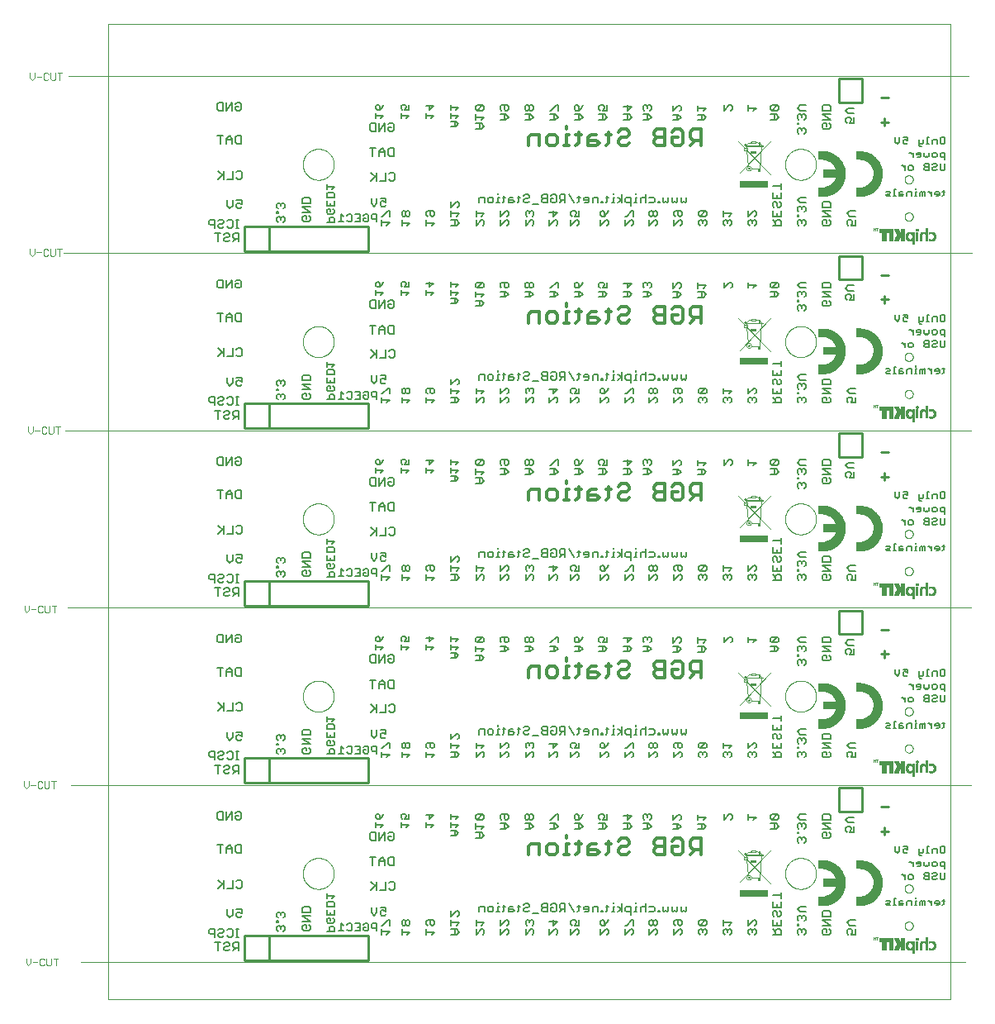
<source format=gbo>
G75*
%MOIN*%
%OFA0B0*%
%FSLAX25Y25*%
%IPPOS*%
%LPD*%
%AMOC8*
5,1,8,0,0,1.08239X$1,22.5*
%
%ADD10C,0.00000*%
%ADD11C,0.00700*%
%ADD12C,0.00600*%
%ADD13C,0.01000*%
%ADD14C,0.01200*%
%ADD15C,0.00200*%
%ADD16C,0.00100*%
%ADD17C,0.00394*%
%ADD18R,0.11575X0.02913*%
%ADD19C,0.00039*%
D10*
X0025950Y0016000D02*
X0036950Y0016000D01*
X0036950Y0001000D01*
X0376950Y0001000D01*
X0376950Y0016000D01*
X0382950Y0016000D01*
X0376950Y0016000D02*
X0036950Y0016000D01*
X0036950Y0087500D01*
X0022148Y0087500D01*
X0036950Y0087500D02*
X0036950Y0159000D01*
X0020648Y0159000D01*
X0036950Y0159000D02*
X0036950Y0230500D01*
X0019648Y0230500D01*
X0036950Y0230500D02*
X0036950Y0302000D01*
X0019148Y0302000D01*
X0036950Y0302000D02*
X0036950Y0373500D01*
X0020948Y0373500D01*
X0036950Y0373500D02*
X0036950Y0394500D01*
X0376950Y0394500D01*
X0376950Y0373500D01*
X0384409Y0373500D01*
X0376950Y0373500D02*
X0376950Y0302000D01*
X0385609Y0302000D01*
X0376950Y0302000D02*
X0036950Y0302000D01*
X0036950Y0373500D02*
X0376950Y0373500D01*
X0358614Y0331743D02*
X0358616Y0331824D01*
X0358622Y0331906D01*
X0358632Y0331987D01*
X0358646Y0332067D01*
X0358663Y0332146D01*
X0358685Y0332225D01*
X0358710Y0332302D01*
X0358739Y0332379D01*
X0358772Y0332453D01*
X0358809Y0332526D01*
X0358848Y0332597D01*
X0358892Y0332666D01*
X0358938Y0332733D01*
X0358988Y0332797D01*
X0359041Y0332859D01*
X0359097Y0332919D01*
X0359155Y0332975D01*
X0359217Y0333029D01*
X0359281Y0333080D01*
X0359347Y0333127D01*
X0359415Y0333171D01*
X0359486Y0333212D01*
X0359558Y0333249D01*
X0359633Y0333283D01*
X0359708Y0333313D01*
X0359786Y0333339D01*
X0359864Y0333362D01*
X0359943Y0333380D01*
X0360023Y0333395D01*
X0360104Y0333406D01*
X0360185Y0333413D01*
X0360267Y0333416D01*
X0360348Y0333415D01*
X0360429Y0333410D01*
X0360510Y0333401D01*
X0360591Y0333388D01*
X0360671Y0333371D01*
X0360749Y0333351D01*
X0360827Y0333326D01*
X0360904Y0333298D01*
X0360979Y0333266D01*
X0361052Y0333231D01*
X0361123Y0333192D01*
X0361193Y0333149D01*
X0361260Y0333104D01*
X0361326Y0333055D01*
X0361388Y0333003D01*
X0361448Y0332947D01*
X0361505Y0332889D01*
X0361560Y0332829D01*
X0361611Y0332765D01*
X0361659Y0332700D01*
X0361704Y0332632D01*
X0361746Y0332562D01*
X0361784Y0332490D01*
X0361819Y0332416D01*
X0361850Y0332341D01*
X0361877Y0332264D01*
X0361900Y0332186D01*
X0361920Y0332107D01*
X0361936Y0332027D01*
X0361948Y0331946D01*
X0361956Y0331865D01*
X0361960Y0331784D01*
X0361960Y0331702D01*
X0361956Y0331621D01*
X0361948Y0331540D01*
X0361936Y0331459D01*
X0361920Y0331379D01*
X0361900Y0331300D01*
X0361877Y0331222D01*
X0361850Y0331145D01*
X0361819Y0331070D01*
X0361784Y0330996D01*
X0361746Y0330924D01*
X0361704Y0330854D01*
X0361659Y0330786D01*
X0361611Y0330721D01*
X0361560Y0330657D01*
X0361505Y0330597D01*
X0361448Y0330539D01*
X0361388Y0330483D01*
X0361326Y0330431D01*
X0361260Y0330382D01*
X0361193Y0330337D01*
X0361124Y0330294D01*
X0361052Y0330255D01*
X0360979Y0330220D01*
X0360904Y0330188D01*
X0360827Y0330160D01*
X0360749Y0330135D01*
X0360671Y0330115D01*
X0360591Y0330098D01*
X0360510Y0330085D01*
X0360429Y0330076D01*
X0360348Y0330071D01*
X0360267Y0330070D01*
X0360185Y0330073D01*
X0360104Y0330080D01*
X0360023Y0330091D01*
X0359943Y0330106D01*
X0359864Y0330124D01*
X0359786Y0330147D01*
X0359708Y0330173D01*
X0359633Y0330203D01*
X0359558Y0330237D01*
X0359486Y0330274D01*
X0359415Y0330315D01*
X0359347Y0330359D01*
X0359281Y0330406D01*
X0359217Y0330457D01*
X0359155Y0330511D01*
X0359097Y0330567D01*
X0359041Y0330627D01*
X0358988Y0330689D01*
X0358938Y0330753D01*
X0358892Y0330820D01*
X0358848Y0330889D01*
X0358809Y0330960D01*
X0358772Y0331033D01*
X0358739Y0331107D01*
X0358710Y0331184D01*
X0358685Y0331261D01*
X0358663Y0331340D01*
X0358646Y0331419D01*
X0358632Y0331499D01*
X0358622Y0331580D01*
X0358616Y0331662D01*
X0358614Y0331743D01*
X0358614Y0316782D02*
X0358616Y0316863D01*
X0358622Y0316945D01*
X0358632Y0317026D01*
X0358646Y0317106D01*
X0358663Y0317185D01*
X0358685Y0317264D01*
X0358710Y0317341D01*
X0358739Y0317418D01*
X0358772Y0317492D01*
X0358809Y0317565D01*
X0358848Y0317636D01*
X0358892Y0317705D01*
X0358938Y0317772D01*
X0358988Y0317836D01*
X0359041Y0317898D01*
X0359097Y0317958D01*
X0359155Y0318014D01*
X0359217Y0318068D01*
X0359281Y0318119D01*
X0359347Y0318166D01*
X0359415Y0318210D01*
X0359486Y0318251D01*
X0359558Y0318288D01*
X0359633Y0318322D01*
X0359708Y0318352D01*
X0359786Y0318378D01*
X0359864Y0318401D01*
X0359943Y0318419D01*
X0360023Y0318434D01*
X0360104Y0318445D01*
X0360185Y0318452D01*
X0360267Y0318455D01*
X0360348Y0318454D01*
X0360429Y0318449D01*
X0360510Y0318440D01*
X0360591Y0318427D01*
X0360671Y0318410D01*
X0360749Y0318390D01*
X0360827Y0318365D01*
X0360904Y0318337D01*
X0360979Y0318305D01*
X0361052Y0318270D01*
X0361123Y0318231D01*
X0361193Y0318188D01*
X0361260Y0318143D01*
X0361326Y0318094D01*
X0361388Y0318042D01*
X0361448Y0317986D01*
X0361505Y0317928D01*
X0361560Y0317868D01*
X0361611Y0317804D01*
X0361659Y0317739D01*
X0361704Y0317671D01*
X0361746Y0317601D01*
X0361784Y0317529D01*
X0361819Y0317455D01*
X0361850Y0317380D01*
X0361877Y0317303D01*
X0361900Y0317225D01*
X0361920Y0317146D01*
X0361936Y0317066D01*
X0361948Y0316985D01*
X0361956Y0316904D01*
X0361960Y0316823D01*
X0361960Y0316741D01*
X0361956Y0316660D01*
X0361948Y0316579D01*
X0361936Y0316498D01*
X0361920Y0316418D01*
X0361900Y0316339D01*
X0361877Y0316261D01*
X0361850Y0316184D01*
X0361819Y0316109D01*
X0361784Y0316035D01*
X0361746Y0315963D01*
X0361704Y0315893D01*
X0361659Y0315825D01*
X0361611Y0315760D01*
X0361560Y0315696D01*
X0361505Y0315636D01*
X0361448Y0315578D01*
X0361388Y0315522D01*
X0361326Y0315470D01*
X0361260Y0315421D01*
X0361193Y0315376D01*
X0361124Y0315333D01*
X0361052Y0315294D01*
X0360979Y0315259D01*
X0360904Y0315227D01*
X0360827Y0315199D01*
X0360749Y0315174D01*
X0360671Y0315154D01*
X0360591Y0315137D01*
X0360510Y0315124D01*
X0360429Y0315115D01*
X0360348Y0315110D01*
X0360267Y0315109D01*
X0360185Y0315112D01*
X0360104Y0315119D01*
X0360023Y0315130D01*
X0359943Y0315145D01*
X0359864Y0315163D01*
X0359786Y0315186D01*
X0359708Y0315212D01*
X0359633Y0315242D01*
X0359558Y0315276D01*
X0359486Y0315313D01*
X0359415Y0315354D01*
X0359347Y0315398D01*
X0359281Y0315445D01*
X0359217Y0315496D01*
X0359155Y0315550D01*
X0359097Y0315606D01*
X0359041Y0315666D01*
X0358988Y0315728D01*
X0358938Y0315792D01*
X0358892Y0315859D01*
X0358848Y0315928D01*
X0358809Y0315999D01*
X0358772Y0316072D01*
X0358739Y0316146D01*
X0358710Y0316223D01*
X0358685Y0316300D01*
X0358663Y0316379D01*
X0358646Y0316458D01*
X0358632Y0316538D01*
X0358622Y0316619D01*
X0358616Y0316701D01*
X0358614Y0316782D01*
X0376950Y0302000D02*
X0376950Y0230500D01*
X0385509Y0230500D01*
X0376950Y0230500D02*
X0036950Y0230500D01*
X0036950Y0159000D02*
X0376950Y0159000D01*
X0385509Y0159000D01*
X0376950Y0159000D02*
X0376950Y0230500D01*
X0358614Y0245282D02*
X0358616Y0245363D01*
X0358622Y0245445D01*
X0358632Y0245526D01*
X0358646Y0245606D01*
X0358663Y0245685D01*
X0358685Y0245764D01*
X0358710Y0245841D01*
X0358739Y0245918D01*
X0358772Y0245992D01*
X0358809Y0246065D01*
X0358848Y0246136D01*
X0358892Y0246205D01*
X0358938Y0246272D01*
X0358988Y0246336D01*
X0359041Y0246398D01*
X0359097Y0246458D01*
X0359155Y0246514D01*
X0359217Y0246568D01*
X0359281Y0246619D01*
X0359347Y0246666D01*
X0359415Y0246710D01*
X0359486Y0246751D01*
X0359558Y0246788D01*
X0359633Y0246822D01*
X0359708Y0246852D01*
X0359786Y0246878D01*
X0359864Y0246901D01*
X0359943Y0246919D01*
X0360023Y0246934D01*
X0360104Y0246945D01*
X0360185Y0246952D01*
X0360267Y0246955D01*
X0360348Y0246954D01*
X0360429Y0246949D01*
X0360510Y0246940D01*
X0360591Y0246927D01*
X0360671Y0246910D01*
X0360749Y0246890D01*
X0360827Y0246865D01*
X0360904Y0246837D01*
X0360979Y0246805D01*
X0361052Y0246770D01*
X0361123Y0246731D01*
X0361193Y0246688D01*
X0361260Y0246643D01*
X0361326Y0246594D01*
X0361388Y0246542D01*
X0361448Y0246486D01*
X0361505Y0246428D01*
X0361560Y0246368D01*
X0361611Y0246304D01*
X0361659Y0246239D01*
X0361704Y0246171D01*
X0361746Y0246101D01*
X0361784Y0246029D01*
X0361819Y0245955D01*
X0361850Y0245880D01*
X0361877Y0245803D01*
X0361900Y0245725D01*
X0361920Y0245646D01*
X0361936Y0245566D01*
X0361948Y0245485D01*
X0361956Y0245404D01*
X0361960Y0245323D01*
X0361960Y0245241D01*
X0361956Y0245160D01*
X0361948Y0245079D01*
X0361936Y0244998D01*
X0361920Y0244918D01*
X0361900Y0244839D01*
X0361877Y0244761D01*
X0361850Y0244684D01*
X0361819Y0244609D01*
X0361784Y0244535D01*
X0361746Y0244463D01*
X0361704Y0244393D01*
X0361659Y0244325D01*
X0361611Y0244260D01*
X0361560Y0244196D01*
X0361505Y0244136D01*
X0361448Y0244078D01*
X0361388Y0244022D01*
X0361326Y0243970D01*
X0361260Y0243921D01*
X0361193Y0243876D01*
X0361124Y0243833D01*
X0361052Y0243794D01*
X0360979Y0243759D01*
X0360904Y0243727D01*
X0360827Y0243699D01*
X0360749Y0243674D01*
X0360671Y0243654D01*
X0360591Y0243637D01*
X0360510Y0243624D01*
X0360429Y0243615D01*
X0360348Y0243610D01*
X0360267Y0243609D01*
X0360185Y0243612D01*
X0360104Y0243619D01*
X0360023Y0243630D01*
X0359943Y0243645D01*
X0359864Y0243663D01*
X0359786Y0243686D01*
X0359708Y0243712D01*
X0359633Y0243742D01*
X0359558Y0243776D01*
X0359486Y0243813D01*
X0359415Y0243854D01*
X0359347Y0243898D01*
X0359281Y0243945D01*
X0359217Y0243996D01*
X0359155Y0244050D01*
X0359097Y0244106D01*
X0359041Y0244166D01*
X0358988Y0244228D01*
X0358938Y0244292D01*
X0358892Y0244359D01*
X0358848Y0244428D01*
X0358809Y0244499D01*
X0358772Y0244572D01*
X0358739Y0244646D01*
X0358710Y0244723D01*
X0358685Y0244800D01*
X0358663Y0244879D01*
X0358646Y0244958D01*
X0358632Y0245038D01*
X0358622Y0245119D01*
X0358616Y0245201D01*
X0358614Y0245282D01*
X0358614Y0260243D02*
X0358616Y0260324D01*
X0358622Y0260406D01*
X0358632Y0260487D01*
X0358646Y0260567D01*
X0358663Y0260646D01*
X0358685Y0260725D01*
X0358710Y0260802D01*
X0358739Y0260879D01*
X0358772Y0260953D01*
X0358809Y0261026D01*
X0358848Y0261097D01*
X0358892Y0261166D01*
X0358938Y0261233D01*
X0358988Y0261297D01*
X0359041Y0261359D01*
X0359097Y0261419D01*
X0359155Y0261475D01*
X0359217Y0261529D01*
X0359281Y0261580D01*
X0359347Y0261627D01*
X0359415Y0261671D01*
X0359486Y0261712D01*
X0359558Y0261749D01*
X0359633Y0261783D01*
X0359708Y0261813D01*
X0359786Y0261839D01*
X0359864Y0261862D01*
X0359943Y0261880D01*
X0360023Y0261895D01*
X0360104Y0261906D01*
X0360185Y0261913D01*
X0360267Y0261916D01*
X0360348Y0261915D01*
X0360429Y0261910D01*
X0360510Y0261901D01*
X0360591Y0261888D01*
X0360671Y0261871D01*
X0360749Y0261851D01*
X0360827Y0261826D01*
X0360904Y0261798D01*
X0360979Y0261766D01*
X0361052Y0261731D01*
X0361123Y0261692D01*
X0361193Y0261649D01*
X0361260Y0261604D01*
X0361326Y0261555D01*
X0361388Y0261503D01*
X0361448Y0261447D01*
X0361505Y0261389D01*
X0361560Y0261329D01*
X0361611Y0261265D01*
X0361659Y0261200D01*
X0361704Y0261132D01*
X0361746Y0261062D01*
X0361784Y0260990D01*
X0361819Y0260916D01*
X0361850Y0260841D01*
X0361877Y0260764D01*
X0361900Y0260686D01*
X0361920Y0260607D01*
X0361936Y0260527D01*
X0361948Y0260446D01*
X0361956Y0260365D01*
X0361960Y0260284D01*
X0361960Y0260202D01*
X0361956Y0260121D01*
X0361948Y0260040D01*
X0361936Y0259959D01*
X0361920Y0259879D01*
X0361900Y0259800D01*
X0361877Y0259722D01*
X0361850Y0259645D01*
X0361819Y0259570D01*
X0361784Y0259496D01*
X0361746Y0259424D01*
X0361704Y0259354D01*
X0361659Y0259286D01*
X0361611Y0259221D01*
X0361560Y0259157D01*
X0361505Y0259097D01*
X0361448Y0259039D01*
X0361388Y0258983D01*
X0361326Y0258931D01*
X0361260Y0258882D01*
X0361193Y0258837D01*
X0361124Y0258794D01*
X0361052Y0258755D01*
X0360979Y0258720D01*
X0360904Y0258688D01*
X0360827Y0258660D01*
X0360749Y0258635D01*
X0360671Y0258615D01*
X0360591Y0258598D01*
X0360510Y0258585D01*
X0360429Y0258576D01*
X0360348Y0258571D01*
X0360267Y0258570D01*
X0360185Y0258573D01*
X0360104Y0258580D01*
X0360023Y0258591D01*
X0359943Y0258606D01*
X0359864Y0258624D01*
X0359786Y0258647D01*
X0359708Y0258673D01*
X0359633Y0258703D01*
X0359558Y0258737D01*
X0359486Y0258774D01*
X0359415Y0258815D01*
X0359347Y0258859D01*
X0359281Y0258906D01*
X0359217Y0258957D01*
X0359155Y0259011D01*
X0359097Y0259067D01*
X0359041Y0259127D01*
X0358988Y0259189D01*
X0358938Y0259253D01*
X0358892Y0259320D01*
X0358848Y0259389D01*
X0358809Y0259460D01*
X0358772Y0259533D01*
X0358739Y0259607D01*
X0358710Y0259684D01*
X0358685Y0259761D01*
X0358663Y0259840D01*
X0358646Y0259919D01*
X0358632Y0259999D01*
X0358622Y0260080D01*
X0358616Y0260162D01*
X0358614Y0260243D01*
X0310399Y0266362D02*
X0310401Y0266520D01*
X0310407Y0266677D01*
X0310417Y0266835D01*
X0310431Y0266992D01*
X0310449Y0267148D01*
X0310470Y0267305D01*
X0310496Y0267460D01*
X0310526Y0267615D01*
X0310559Y0267769D01*
X0310597Y0267922D01*
X0310638Y0268075D01*
X0310683Y0268226D01*
X0310732Y0268376D01*
X0310785Y0268524D01*
X0310841Y0268672D01*
X0310902Y0268817D01*
X0310965Y0268962D01*
X0311033Y0269104D01*
X0311104Y0269245D01*
X0311178Y0269384D01*
X0311256Y0269521D01*
X0311338Y0269656D01*
X0311422Y0269789D01*
X0311511Y0269920D01*
X0311602Y0270048D01*
X0311697Y0270175D01*
X0311794Y0270298D01*
X0311895Y0270420D01*
X0311999Y0270538D01*
X0312106Y0270654D01*
X0312216Y0270767D01*
X0312328Y0270878D01*
X0312444Y0270985D01*
X0312562Y0271090D01*
X0312682Y0271192D01*
X0312805Y0271290D01*
X0312931Y0271386D01*
X0313059Y0271478D01*
X0313189Y0271567D01*
X0313321Y0271653D01*
X0313456Y0271735D01*
X0313593Y0271814D01*
X0313731Y0271889D01*
X0313871Y0271961D01*
X0314014Y0272029D01*
X0314157Y0272094D01*
X0314303Y0272155D01*
X0314450Y0272212D01*
X0314598Y0272266D01*
X0314748Y0272316D01*
X0314898Y0272362D01*
X0315050Y0272404D01*
X0315203Y0272443D01*
X0315357Y0272477D01*
X0315512Y0272508D01*
X0315667Y0272534D01*
X0315823Y0272557D01*
X0315980Y0272576D01*
X0316137Y0272591D01*
X0316294Y0272602D01*
X0316452Y0272609D01*
X0316610Y0272612D01*
X0316767Y0272611D01*
X0316925Y0272606D01*
X0317082Y0272597D01*
X0317240Y0272584D01*
X0317396Y0272567D01*
X0317553Y0272546D01*
X0317708Y0272522D01*
X0317863Y0272493D01*
X0318018Y0272460D01*
X0318171Y0272424D01*
X0318324Y0272383D01*
X0318475Y0272339D01*
X0318625Y0272291D01*
X0318774Y0272240D01*
X0318922Y0272184D01*
X0319068Y0272125D01*
X0319213Y0272062D01*
X0319356Y0271995D01*
X0319497Y0271925D01*
X0319636Y0271852D01*
X0319774Y0271775D01*
X0319910Y0271694D01*
X0320043Y0271610D01*
X0320174Y0271523D01*
X0320303Y0271432D01*
X0320430Y0271338D01*
X0320555Y0271241D01*
X0320676Y0271141D01*
X0320796Y0271038D01*
X0320912Y0270932D01*
X0321026Y0270823D01*
X0321138Y0270711D01*
X0321246Y0270597D01*
X0321351Y0270479D01*
X0321454Y0270359D01*
X0321553Y0270237D01*
X0321649Y0270112D01*
X0321742Y0269984D01*
X0321832Y0269855D01*
X0321918Y0269723D01*
X0322002Y0269589D01*
X0322081Y0269453D01*
X0322158Y0269315D01*
X0322230Y0269175D01*
X0322299Y0269033D01*
X0322365Y0268890D01*
X0322427Y0268745D01*
X0322485Y0268598D01*
X0322540Y0268450D01*
X0322591Y0268301D01*
X0322638Y0268150D01*
X0322681Y0267999D01*
X0322720Y0267846D01*
X0322756Y0267692D01*
X0322787Y0267538D01*
X0322815Y0267383D01*
X0322839Y0267227D01*
X0322859Y0267070D01*
X0322875Y0266913D01*
X0322887Y0266756D01*
X0322895Y0266599D01*
X0322899Y0266441D01*
X0322899Y0266283D01*
X0322895Y0266125D01*
X0322887Y0265968D01*
X0322875Y0265811D01*
X0322859Y0265654D01*
X0322839Y0265497D01*
X0322815Y0265341D01*
X0322787Y0265186D01*
X0322756Y0265032D01*
X0322720Y0264878D01*
X0322681Y0264725D01*
X0322638Y0264574D01*
X0322591Y0264423D01*
X0322540Y0264274D01*
X0322485Y0264126D01*
X0322427Y0263979D01*
X0322365Y0263834D01*
X0322299Y0263691D01*
X0322230Y0263549D01*
X0322158Y0263409D01*
X0322081Y0263271D01*
X0322002Y0263135D01*
X0321918Y0263001D01*
X0321832Y0262869D01*
X0321742Y0262740D01*
X0321649Y0262612D01*
X0321553Y0262487D01*
X0321454Y0262365D01*
X0321351Y0262245D01*
X0321246Y0262127D01*
X0321138Y0262013D01*
X0321026Y0261901D01*
X0320912Y0261792D01*
X0320796Y0261686D01*
X0320676Y0261583D01*
X0320555Y0261483D01*
X0320430Y0261386D01*
X0320303Y0261292D01*
X0320174Y0261201D01*
X0320043Y0261114D01*
X0319910Y0261030D01*
X0319774Y0260949D01*
X0319636Y0260872D01*
X0319497Y0260799D01*
X0319356Y0260729D01*
X0319213Y0260662D01*
X0319068Y0260599D01*
X0318922Y0260540D01*
X0318774Y0260484D01*
X0318625Y0260433D01*
X0318475Y0260385D01*
X0318324Y0260341D01*
X0318171Y0260300D01*
X0318018Y0260264D01*
X0317863Y0260231D01*
X0317708Y0260202D01*
X0317553Y0260178D01*
X0317396Y0260157D01*
X0317240Y0260140D01*
X0317082Y0260127D01*
X0316925Y0260118D01*
X0316767Y0260113D01*
X0316610Y0260112D01*
X0316452Y0260115D01*
X0316294Y0260122D01*
X0316137Y0260133D01*
X0315980Y0260148D01*
X0315823Y0260167D01*
X0315667Y0260190D01*
X0315512Y0260216D01*
X0315357Y0260247D01*
X0315203Y0260281D01*
X0315050Y0260320D01*
X0314898Y0260362D01*
X0314748Y0260408D01*
X0314598Y0260458D01*
X0314450Y0260512D01*
X0314303Y0260569D01*
X0314157Y0260630D01*
X0314014Y0260695D01*
X0313871Y0260763D01*
X0313731Y0260835D01*
X0313593Y0260910D01*
X0313456Y0260989D01*
X0313321Y0261071D01*
X0313189Y0261157D01*
X0313059Y0261246D01*
X0312931Y0261338D01*
X0312805Y0261434D01*
X0312682Y0261532D01*
X0312562Y0261634D01*
X0312444Y0261739D01*
X0312328Y0261846D01*
X0312216Y0261957D01*
X0312106Y0262070D01*
X0311999Y0262186D01*
X0311895Y0262304D01*
X0311794Y0262426D01*
X0311697Y0262549D01*
X0311602Y0262676D01*
X0311511Y0262804D01*
X0311422Y0262935D01*
X0311338Y0263068D01*
X0311256Y0263203D01*
X0311178Y0263340D01*
X0311104Y0263479D01*
X0311033Y0263620D01*
X0310965Y0263762D01*
X0310902Y0263907D01*
X0310841Y0264052D01*
X0310785Y0264200D01*
X0310732Y0264348D01*
X0310683Y0264498D01*
X0310638Y0264649D01*
X0310597Y0264802D01*
X0310559Y0264955D01*
X0310526Y0265109D01*
X0310496Y0265264D01*
X0310470Y0265419D01*
X0310449Y0265576D01*
X0310431Y0265732D01*
X0310417Y0265889D01*
X0310407Y0266047D01*
X0310401Y0266204D01*
X0310399Y0266362D01*
X0310399Y0194862D02*
X0310401Y0195020D01*
X0310407Y0195177D01*
X0310417Y0195335D01*
X0310431Y0195492D01*
X0310449Y0195648D01*
X0310470Y0195805D01*
X0310496Y0195960D01*
X0310526Y0196115D01*
X0310559Y0196269D01*
X0310597Y0196422D01*
X0310638Y0196575D01*
X0310683Y0196726D01*
X0310732Y0196876D01*
X0310785Y0197024D01*
X0310841Y0197172D01*
X0310902Y0197317D01*
X0310965Y0197462D01*
X0311033Y0197604D01*
X0311104Y0197745D01*
X0311178Y0197884D01*
X0311256Y0198021D01*
X0311338Y0198156D01*
X0311422Y0198289D01*
X0311511Y0198420D01*
X0311602Y0198548D01*
X0311697Y0198675D01*
X0311794Y0198798D01*
X0311895Y0198920D01*
X0311999Y0199038D01*
X0312106Y0199154D01*
X0312216Y0199267D01*
X0312328Y0199378D01*
X0312444Y0199485D01*
X0312562Y0199590D01*
X0312682Y0199692D01*
X0312805Y0199790D01*
X0312931Y0199886D01*
X0313059Y0199978D01*
X0313189Y0200067D01*
X0313321Y0200153D01*
X0313456Y0200235D01*
X0313593Y0200314D01*
X0313731Y0200389D01*
X0313871Y0200461D01*
X0314014Y0200529D01*
X0314157Y0200594D01*
X0314303Y0200655D01*
X0314450Y0200712D01*
X0314598Y0200766D01*
X0314748Y0200816D01*
X0314898Y0200862D01*
X0315050Y0200904D01*
X0315203Y0200943D01*
X0315357Y0200977D01*
X0315512Y0201008D01*
X0315667Y0201034D01*
X0315823Y0201057D01*
X0315980Y0201076D01*
X0316137Y0201091D01*
X0316294Y0201102D01*
X0316452Y0201109D01*
X0316610Y0201112D01*
X0316767Y0201111D01*
X0316925Y0201106D01*
X0317082Y0201097D01*
X0317240Y0201084D01*
X0317396Y0201067D01*
X0317553Y0201046D01*
X0317708Y0201022D01*
X0317863Y0200993D01*
X0318018Y0200960D01*
X0318171Y0200924D01*
X0318324Y0200883D01*
X0318475Y0200839D01*
X0318625Y0200791D01*
X0318774Y0200740D01*
X0318922Y0200684D01*
X0319068Y0200625D01*
X0319213Y0200562D01*
X0319356Y0200495D01*
X0319497Y0200425D01*
X0319636Y0200352D01*
X0319774Y0200275D01*
X0319910Y0200194D01*
X0320043Y0200110D01*
X0320174Y0200023D01*
X0320303Y0199932D01*
X0320430Y0199838D01*
X0320555Y0199741D01*
X0320676Y0199641D01*
X0320796Y0199538D01*
X0320912Y0199432D01*
X0321026Y0199323D01*
X0321138Y0199211D01*
X0321246Y0199097D01*
X0321351Y0198979D01*
X0321454Y0198859D01*
X0321553Y0198737D01*
X0321649Y0198612D01*
X0321742Y0198484D01*
X0321832Y0198355D01*
X0321918Y0198223D01*
X0322002Y0198089D01*
X0322081Y0197953D01*
X0322158Y0197815D01*
X0322230Y0197675D01*
X0322299Y0197533D01*
X0322365Y0197390D01*
X0322427Y0197245D01*
X0322485Y0197098D01*
X0322540Y0196950D01*
X0322591Y0196801D01*
X0322638Y0196650D01*
X0322681Y0196499D01*
X0322720Y0196346D01*
X0322756Y0196192D01*
X0322787Y0196038D01*
X0322815Y0195883D01*
X0322839Y0195727D01*
X0322859Y0195570D01*
X0322875Y0195413D01*
X0322887Y0195256D01*
X0322895Y0195099D01*
X0322899Y0194941D01*
X0322899Y0194783D01*
X0322895Y0194625D01*
X0322887Y0194468D01*
X0322875Y0194311D01*
X0322859Y0194154D01*
X0322839Y0193997D01*
X0322815Y0193841D01*
X0322787Y0193686D01*
X0322756Y0193532D01*
X0322720Y0193378D01*
X0322681Y0193225D01*
X0322638Y0193074D01*
X0322591Y0192923D01*
X0322540Y0192774D01*
X0322485Y0192626D01*
X0322427Y0192479D01*
X0322365Y0192334D01*
X0322299Y0192191D01*
X0322230Y0192049D01*
X0322158Y0191909D01*
X0322081Y0191771D01*
X0322002Y0191635D01*
X0321918Y0191501D01*
X0321832Y0191369D01*
X0321742Y0191240D01*
X0321649Y0191112D01*
X0321553Y0190987D01*
X0321454Y0190865D01*
X0321351Y0190745D01*
X0321246Y0190627D01*
X0321138Y0190513D01*
X0321026Y0190401D01*
X0320912Y0190292D01*
X0320796Y0190186D01*
X0320676Y0190083D01*
X0320555Y0189983D01*
X0320430Y0189886D01*
X0320303Y0189792D01*
X0320174Y0189701D01*
X0320043Y0189614D01*
X0319910Y0189530D01*
X0319774Y0189449D01*
X0319636Y0189372D01*
X0319497Y0189299D01*
X0319356Y0189229D01*
X0319213Y0189162D01*
X0319068Y0189099D01*
X0318922Y0189040D01*
X0318774Y0188984D01*
X0318625Y0188933D01*
X0318475Y0188885D01*
X0318324Y0188841D01*
X0318171Y0188800D01*
X0318018Y0188764D01*
X0317863Y0188731D01*
X0317708Y0188702D01*
X0317553Y0188678D01*
X0317396Y0188657D01*
X0317240Y0188640D01*
X0317082Y0188627D01*
X0316925Y0188618D01*
X0316767Y0188613D01*
X0316610Y0188612D01*
X0316452Y0188615D01*
X0316294Y0188622D01*
X0316137Y0188633D01*
X0315980Y0188648D01*
X0315823Y0188667D01*
X0315667Y0188690D01*
X0315512Y0188716D01*
X0315357Y0188747D01*
X0315203Y0188781D01*
X0315050Y0188820D01*
X0314898Y0188862D01*
X0314748Y0188908D01*
X0314598Y0188958D01*
X0314450Y0189012D01*
X0314303Y0189069D01*
X0314157Y0189130D01*
X0314014Y0189195D01*
X0313871Y0189263D01*
X0313731Y0189335D01*
X0313593Y0189410D01*
X0313456Y0189489D01*
X0313321Y0189571D01*
X0313189Y0189657D01*
X0313059Y0189746D01*
X0312931Y0189838D01*
X0312805Y0189934D01*
X0312682Y0190032D01*
X0312562Y0190134D01*
X0312444Y0190239D01*
X0312328Y0190346D01*
X0312216Y0190457D01*
X0312106Y0190570D01*
X0311999Y0190686D01*
X0311895Y0190804D01*
X0311794Y0190926D01*
X0311697Y0191049D01*
X0311602Y0191176D01*
X0311511Y0191304D01*
X0311422Y0191435D01*
X0311338Y0191568D01*
X0311256Y0191703D01*
X0311178Y0191840D01*
X0311104Y0191979D01*
X0311033Y0192120D01*
X0310965Y0192262D01*
X0310902Y0192407D01*
X0310841Y0192552D01*
X0310785Y0192700D01*
X0310732Y0192848D01*
X0310683Y0192998D01*
X0310638Y0193149D01*
X0310597Y0193302D01*
X0310559Y0193455D01*
X0310526Y0193609D01*
X0310496Y0193764D01*
X0310470Y0193919D01*
X0310449Y0194076D01*
X0310431Y0194232D01*
X0310417Y0194389D01*
X0310407Y0194547D01*
X0310401Y0194704D01*
X0310399Y0194862D01*
X0358614Y0188743D02*
X0358616Y0188824D01*
X0358622Y0188906D01*
X0358632Y0188987D01*
X0358646Y0189067D01*
X0358663Y0189146D01*
X0358685Y0189225D01*
X0358710Y0189302D01*
X0358739Y0189379D01*
X0358772Y0189453D01*
X0358809Y0189526D01*
X0358848Y0189597D01*
X0358892Y0189666D01*
X0358938Y0189733D01*
X0358988Y0189797D01*
X0359041Y0189859D01*
X0359097Y0189919D01*
X0359155Y0189975D01*
X0359217Y0190029D01*
X0359281Y0190080D01*
X0359347Y0190127D01*
X0359415Y0190171D01*
X0359486Y0190212D01*
X0359558Y0190249D01*
X0359633Y0190283D01*
X0359708Y0190313D01*
X0359786Y0190339D01*
X0359864Y0190362D01*
X0359943Y0190380D01*
X0360023Y0190395D01*
X0360104Y0190406D01*
X0360185Y0190413D01*
X0360267Y0190416D01*
X0360348Y0190415D01*
X0360429Y0190410D01*
X0360510Y0190401D01*
X0360591Y0190388D01*
X0360671Y0190371D01*
X0360749Y0190351D01*
X0360827Y0190326D01*
X0360904Y0190298D01*
X0360979Y0190266D01*
X0361052Y0190231D01*
X0361123Y0190192D01*
X0361193Y0190149D01*
X0361260Y0190104D01*
X0361326Y0190055D01*
X0361388Y0190003D01*
X0361448Y0189947D01*
X0361505Y0189889D01*
X0361560Y0189829D01*
X0361611Y0189765D01*
X0361659Y0189700D01*
X0361704Y0189632D01*
X0361746Y0189562D01*
X0361784Y0189490D01*
X0361819Y0189416D01*
X0361850Y0189341D01*
X0361877Y0189264D01*
X0361900Y0189186D01*
X0361920Y0189107D01*
X0361936Y0189027D01*
X0361948Y0188946D01*
X0361956Y0188865D01*
X0361960Y0188784D01*
X0361960Y0188702D01*
X0361956Y0188621D01*
X0361948Y0188540D01*
X0361936Y0188459D01*
X0361920Y0188379D01*
X0361900Y0188300D01*
X0361877Y0188222D01*
X0361850Y0188145D01*
X0361819Y0188070D01*
X0361784Y0187996D01*
X0361746Y0187924D01*
X0361704Y0187854D01*
X0361659Y0187786D01*
X0361611Y0187721D01*
X0361560Y0187657D01*
X0361505Y0187597D01*
X0361448Y0187539D01*
X0361388Y0187483D01*
X0361326Y0187431D01*
X0361260Y0187382D01*
X0361193Y0187337D01*
X0361124Y0187294D01*
X0361052Y0187255D01*
X0360979Y0187220D01*
X0360904Y0187188D01*
X0360827Y0187160D01*
X0360749Y0187135D01*
X0360671Y0187115D01*
X0360591Y0187098D01*
X0360510Y0187085D01*
X0360429Y0187076D01*
X0360348Y0187071D01*
X0360267Y0187070D01*
X0360185Y0187073D01*
X0360104Y0187080D01*
X0360023Y0187091D01*
X0359943Y0187106D01*
X0359864Y0187124D01*
X0359786Y0187147D01*
X0359708Y0187173D01*
X0359633Y0187203D01*
X0359558Y0187237D01*
X0359486Y0187274D01*
X0359415Y0187315D01*
X0359347Y0187359D01*
X0359281Y0187406D01*
X0359217Y0187457D01*
X0359155Y0187511D01*
X0359097Y0187567D01*
X0359041Y0187627D01*
X0358988Y0187689D01*
X0358938Y0187753D01*
X0358892Y0187820D01*
X0358848Y0187889D01*
X0358809Y0187960D01*
X0358772Y0188033D01*
X0358739Y0188107D01*
X0358710Y0188184D01*
X0358685Y0188261D01*
X0358663Y0188340D01*
X0358646Y0188419D01*
X0358632Y0188499D01*
X0358622Y0188580D01*
X0358616Y0188662D01*
X0358614Y0188743D01*
X0358614Y0173782D02*
X0358616Y0173863D01*
X0358622Y0173945D01*
X0358632Y0174026D01*
X0358646Y0174106D01*
X0358663Y0174185D01*
X0358685Y0174264D01*
X0358710Y0174341D01*
X0358739Y0174418D01*
X0358772Y0174492D01*
X0358809Y0174565D01*
X0358848Y0174636D01*
X0358892Y0174705D01*
X0358938Y0174772D01*
X0358988Y0174836D01*
X0359041Y0174898D01*
X0359097Y0174958D01*
X0359155Y0175014D01*
X0359217Y0175068D01*
X0359281Y0175119D01*
X0359347Y0175166D01*
X0359415Y0175210D01*
X0359486Y0175251D01*
X0359558Y0175288D01*
X0359633Y0175322D01*
X0359708Y0175352D01*
X0359786Y0175378D01*
X0359864Y0175401D01*
X0359943Y0175419D01*
X0360023Y0175434D01*
X0360104Y0175445D01*
X0360185Y0175452D01*
X0360267Y0175455D01*
X0360348Y0175454D01*
X0360429Y0175449D01*
X0360510Y0175440D01*
X0360591Y0175427D01*
X0360671Y0175410D01*
X0360749Y0175390D01*
X0360827Y0175365D01*
X0360904Y0175337D01*
X0360979Y0175305D01*
X0361052Y0175270D01*
X0361123Y0175231D01*
X0361193Y0175188D01*
X0361260Y0175143D01*
X0361326Y0175094D01*
X0361388Y0175042D01*
X0361448Y0174986D01*
X0361505Y0174928D01*
X0361560Y0174868D01*
X0361611Y0174804D01*
X0361659Y0174739D01*
X0361704Y0174671D01*
X0361746Y0174601D01*
X0361784Y0174529D01*
X0361819Y0174455D01*
X0361850Y0174380D01*
X0361877Y0174303D01*
X0361900Y0174225D01*
X0361920Y0174146D01*
X0361936Y0174066D01*
X0361948Y0173985D01*
X0361956Y0173904D01*
X0361960Y0173823D01*
X0361960Y0173741D01*
X0361956Y0173660D01*
X0361948Y0173579D01*
X0361936Y0173498D01*
X0361920Y0173418D01*
X0361900Y0173339D01*
X0361877Y0173261D01*
X0361850Y0173184D01*
X0361819Y0173109D01*
X0361784Y0173035D01*
X0361746Y0172963D01*
X0361704Y0172893D01*
X0361659Y0172825D01*
X0361611Y0172760D01*
X0361560Y0172696D01*
X0361505Y0172636D01*
X0361448Y0172578D01*
X0361388Y0172522D01*
X0361326Y0172470D01*
X0361260Y0172421D01*
X0361193Y0172376D01*
X0361124Y0172333D01*
X0361052Y0172294D01*
X0360979Y0172259D01*
X0360904Y0172227D01*
X0360827Y0172199D01*
X0360749Y0172174D01*
X0360671Y0172154D01*
X0360591Y0172137D01*
X0360510Y0172124D01*
X0360429Y0172115D01*
X0360348Y0172110D01*
X0360267Y0172109D01*
X0360185Y0172112D01*
X0360104Y0172119D01*
X0360023Y0172130D01*
X0359943Y0172145D01*
X0359864Y0172163D01*
X0359786Y0172186D01*
X0359708Y0172212D01*
X0359633Y0172242D01*
X0359558Y0172276D01*
X0359486Y0172313D01*
X0359415Y0172354D01*
X0359347Y0172398D01*
X0359281Y0172445D01*
X0359217Y0172496D01*
X0359155Y0172550D01*
X0359097Y0172606D01*
X0359041Y0172666D01*
X0358988Y0172728D01*
X0358938Y0172792D01*
X0358892Y0172859D01*
X0358848Y0172928D01*
X0358809Y0172999D01*
X0358772Y0173072D01*
X0358739Y0173146D01*
X0358710Y0173223D01*
X0358685Y0173300D01*
X0358663Y0173379D01*
X0358646Y0173458D01*
X0358632Y0173538D01*
X0358622Y0173619D01*
X0358616Y0173701D01*
X0358614Y0173782D01*
X0376950Y0159000D02*
X0376950Y0087500D01*
X0385498Y0087500D01*
X0376950Y0087500D02*
X0036950Y0087500D01*
X0115699Y0051862D02*
X0115701Y0052020D01*
X0115707Y0052177D01*
X0115717Y0052335D01*
X0115731Y0052492D01*
X0115749Y0052648D01*
X0115770Y0052805D01*
X0115796Y0052960D01*
X0115826Y0053115D01*
X0115859Y0053269D01*
X0115897Y0053422D01*
X0115938Y0053575D01*
X0115983Y0053726D01*
X0116032Y0053876D01*
X0116085Y0054024D01*
X0116141Y0054172D01*
X0116202Y0054317D01*
X0116265Y0054462D01*
X0116333Y0054604D01*
X0116404Y0054745D01*
X0116478Y0054884D01*
X0116556Y0055021D01*
X0116638Y0055156D01*
X0116722Y0055289D01*
X0116811Y0055420D01*
X0116902Y0055548D01*
X0116997Y0055675D01*
X0117094Y0055798D01*
X0117195Y0055920D01*
X0117299Y0056038D01*
X0117406Y0056154D01*
X0117516Y0056267D01*
X0117628Y0056378D01*
X0117744Y0056485D01*
X0117862Y0056590D01*
X0117982Y0056692D01*
X0118105Y0056790D01*
X0118231Y0056886D01*
X0118359Y0056978D01*
X0118489Y0057067D01*
X0118621Y0057153D01*
X0118756Y0057235D01*
X0118893Y0057314D01*
X0119031Y0057389D01*
X0119171Y0057461D01*
X0119314Y0057529D01*
X0119457Y0057594D01*
X0119603Y0057655D01*
X0119750Y0057712D01*
X0119898Y0057766D01*
X0120048Y0057816D01*
X0120198Y0057862D01*
X0120350Y0057904D01*
X0120503Y0057943D01*
X0120657Y0057977D01*
X0120812Y0058008D01*
X0120967Y0058034D01*
X0121123Y0058057D01*
X0121280Y0058076D01*
X0121437Y0058091D01*
X0121594Y0058102D01*
X0121752Y0058109D01*
X0121910Y0058112D01*
X0122067Y0058111D01*
X0122225Y0058106D01*
X0122382Y0058097D01*
X0122540Y0058084D01*
X0122696Y0058067D01*
X0122853Y0058046D01*
X0123008Y0058022D01*
X0123163Y0057993D01*
X0123318Y0057960D01*
X0123471Y0057924D01*
X0123624Y0057883D01*
X0123775Y0057839D01*
X0123925Y0057791D01*
X0124074Y0057740D01*
X0124222Y0057684D01*
X0124368Y0057625D01*
X0124513Y0057562D01*
X0124656Y0057495D01*
X0124797Y0057425D01*
X0124936Y0057352D01*
X0125074Y0057275D01*
X0125210Y0057194D01*
X0125343Y0057110D01*
X0125474Y0057023D01*
X0125603Y0056932D01*
X0125730Y0056838D01*
X0125855Y0056741D01*
X0125976Y0056641D01*
X0126096Y0056538D01*
X0126212Y0056432D01*
X0126326Y0056323D01*
X0126438Y0056211D01*
X0126546Y0056097D01*
X0126651Y0055979D01*
X0126754Y0055859D01*
X0126853Y0055737D01*
X0126949Y0055612D01*
X0127042Y0055484D01*
X0127132Y0055355D01*
X0127218Y0055223D01*
X0127302Y0055089D01*
X0127381Y0054953D01*
X0127458Y0054815D01*
X0127530Y0054675D01*
X0127599Y0054533D01*
X0127665Y0054390D01*
X0127727Y0054245D01*
X0127785Y0054098D01*
X0127840Y0053950D01*
X0127891Y0053801D01*
X0127938Y0053650D01*
X0127981Y0053499D01*
X0128020Y0053346D01*
X0128056Y0053192D01*
X0128087Y0053038D01*
X0128115Y0052883D01*
X0128139Y0052727D01*
X0128159Y0052570D01*
X0128175Y0052413D01*
X0128187Y0052256D01*
X0128195Y0052099D01*
X0128199Y0051941D01*
X0128199Y0051783D01*
X0128195Y0051625D01*
X0128187Y0051468D01*
X0128175Y0051311D01*
X0128159Y0051154D01*
X0128139Y0050997D01*
X0128115Y0050841D01*
X0128087Y0050686D01*
X0128056Y0050532D01*
X0128020Y0050378D01*
X0127981Y0050225D01*
X0127938Y0050074D01*
X0127891Y0049923D01*
X0127840Y0049774D01*
X0127785Y0049626D01*
X0127727Y0049479D01*
X0127665Y0049334D01*
X0127599Y0049191D01*
X0127530Y0049049D01*
X0127458Y0048909D01*
X0127381Y0048771D01*
X0127302Y0048635D01*
X0127218Y0048501D01*
X0127132Y0048369D01*
X0127042Y0048240D01*
X0126949Y0048112D01*
X0126853Y0047987D01*
X0126754Y0047865D01*
X0126651Y0047745D01*
X0126546Y0047627D01*
X0126438Y0047513D01*
X0126326Y0047401D01*
X0126212Y0047292D01*
X0126096Y0047186D01*
X0125976Y0047083D01*
X0125855Y0046983D01*
X0125730Y0046886D01*
X0125603Y0046792D01*
X0125474Y0046701D01*
X0125343Y0046614D01*
X0125210Y0046530D01*
X0125074Y0046449D01*
X0124936Y0046372D01*
X0124797Y0046299D01*
X0124656Y0046229D01*
X0124513Y0046162D01*
X0124368Y0046099D01*
X0124222Y0046040D01*
X0124074Y0045984D01*
X0123925Y0045933D01*
X0123775Y0045885D01*
X0123624Y0045841D01*
X0123471Y0045800D01*
X0123318Y0045764D01*
X0123163Y0045731D01*
X0123008Y0045702D01*
X0122853Y0045678D01*
X0122696Y0045657D01*
X0122540Y0045640D01*
X0122382Y0045627D01*
X0122225Y0045618D01*
X0122067Y0045613D01*
X0121910Y0045612D01*
X0121752Y0045615D01*
X0121594Y0045622D01*
X0121437Y0045633D01*
X0121280Y0045648D01*
X0121123Y0045667D01*
X0120967Y0045690D01*
X0120812Y0045716D01*
X0120657Y0045747D01*
X0120503Y0045781D01*
X0120350Y0045820D01*
X0120198Y0045862D01*
X0120048Y0045908D01*
X0119898Y0045958D01*
X0119750Y0046012D01*
X0119603Y0046069D01*
X0119457Y0046130D01*
X0119314Y0046195D01*
X0119171Y0046263D01*
X0119031Y0046335D01*
X0118893Y0046410D01*
X0118756Y0046489D01*
X0118621Y0046571D01*
X0118489Y0046657D01*
X0118359Y0046746D01*
X0118231Y0046838D01*
X0118105Y0046934D01*
X0117982Y0047032D01*
X0117862Y0047134D01*
X0117744Y0047239D01*
X0117628Y0047346D01*
X0117516Y0047457D01*
X0117406Y0047570D01*
X0117299Y0047686D01*
X0117195Y0047804D01*
X0117094Y0047926D01*
X0116997Y0048049D01*
X0116902Y0048176D01*
X0116811Y0048304D01*
X0116722Y0048435D01*
X0116638Y0048568D01*
X0116556Y0048703D01*
X0116478Y0048840D01*
X0116404Y0048979D01*
X0116333Y0049120D01*
X0116265Y0049262D01*
X0116202Y0049407D01*
X0116141Y0049552D01*
X0116085Y0049700D01*
X0116032Y0049848D01*
X0115983Y0049998D01*
X0115938Y0050149D01*
X0115897Y0050302D01*
X0115859Y0050455D01*
X0115826Y0050609D01*
X0115796Y0050764D01*
X0115770Y0050919D01*
X0115749Y0051076D01*
X0115731Y0051232D01*
X0115717Y0051389D01*
X0115707Y0051547D01*
X0115701Y0051704D01*
X0115699Y0051862D01*
X0115699Y0123362D02*
X0115701Y0123520D01*
X0115707Y0123677D01*
X0115717Y0123835D01*
X0115731Y0123992D01*
X0115749Y0124148D01*
X0115770Y0124305D01*
X0115796Y0124460D01*
X0115826Y0124615D01*
X0115859Y0124769D01*
X0115897Y0124922D01*
X0115938Y0125075D01*
X0115983Y0125226D01*
X0116032Y0125376D01*
X0116085Y0125524D01*
X0116141Y0125672D01*
X0116202Y0125817D01*
X0116265Y0125962D01*
X0116333Y0126104D01*
X0116404Y0126245D01*
X0116478Y0126384D01*
X0116556Y0126521D01*
X0116638Y0126656D01*
X0116722Y0126789D01*
X0116811Y0126920D01*
X0116902Y0127048D01*
X0116997Y0127175D01*
X0117094Y0127298D01*
X0117195Y0127420D01*
X0117299Y0127538D01*
X0117406Y0127654D01*
X0117516Y0127767D01*
X0117628Y0127878D01*
X0117744Y0127985D01*
X0117862Y0128090D01*
X0117982Y0128192D01*
X0118105Y0128290D01*
X0118231Y0128386D01*
X0118359Y0128478D01*
X0118489Y0128567D01*
X0118621Y0128653D01*
X0118756Y0128735D01*
X0118893Y0128814D01*
X0119031Y0128889D01*
X0119171Y0128961D01*
X0119314Y0129029D01*
X0119457Y0129094D01*
X0119603Y0129155D01*
X0119750Y0129212D01*
X0119898Y0129266D01*
X0120048Y0129316D01*
X0120198Y0129362D01*
X0120350Y0129404D01*
X0120503Y0129443D01*
X0120657Y0129477D01*
X0120812Y0129508D01*
X0120967Y0129534D01*
X0121123Y0129557D01*
X0121280Y0129576D01*
X0121437Y0129591D01*
X0121594Y0129602D01*
X0121752Y0129609D01*
X0121910Y0129612D01*
X0122067Y0129611D01*
X0122225Y0129606D01*
X0122382Y0129597D01*
X0122540Y0129584D01*
X0122696Y0129567D01*
X0122853Y0129546D01*
X0123008Y0129522D01*
X0123163Y0129493D01*
X0123318Y0129460D01*
X0123471Y0129424D01*
X0123624Y0129383D01*
X0123775Y0129339D01*
X0123925Y0129291D01*
X0124074Y0129240D01*
X0124222Y0129184D01*
X0124368Y0129125D01*
X0124513Y0129062D01*
X0124656Y0128995D01*
X0124797Y0128925D01*
X0124936Y0128852D01*
X0125074Y0128775D01*
X0125210Y0128694D01*
X0125343Y0128610D01*
X0125474Y0128523D01*
X0125603Y0128432D01*
X0125730Y0128338D01*
X0125855Y0128241D01*
X0125976Y0128141D01*
X0126096Y0128038D01*
X0126212Y0127932D01*
X0126326Y0127823D01*
X0126438Y0127711D01*
X0126546Y0127597D01*
X0126651Y0127479D01*
X0126754Y0127359D01*
X0126853Y0127237D01*
X0126949Y0127112D01*
X0127042Y0126984D01*
X0127132Y0126855D01*
X0127218Y0126723D01*
X0127302Y0126589D01*
X0127381Y0126453D01*
X0127458Y0126315D01*
X0127530Y0126175D01*
X0127599Y0126033D01*
X0127665Y0125890D01*
X0127727Y0125745D01*
X0127785Y0125598D01*
X0127840Y0125450D01*
X0127891Y0125301D01*
X0127938Y0125150D01*
X0127981Y0124999D01*
X0128020Y0124846D01*
X0128056Y0124692D01*
X0128087Y0124538D01*
X0128115Y0124383D01*
X0128139Y0124227D01*
X0128159Y0124070D01*
X0128175Y0123913D01*
X0128187Y0123756D01*
X0128195Y0123599D01*
X0128199Y0123441D01*
X0128199Y0123283D01*
X0128195Y0123125D01*
X0128187Y0122968D01*
X0128175Y0122811D01*
X0128159Y0122654D01*
X0128139Y0122497D01*
X0128115Y0122341D01*
X0128087Y0122186D01*
X0128056Y0122032D01*
X0128020Y0121878D01*
X0127981Y0121725D01*
X0127938Y0121574D01*
X0127891Y0121423D01*
X0127840Y0121274D01*
X0127785Y0121126D01*
X0127727Y0120979D01*
X0127665Y0120834D01*
X0127599Y0120691D01*
X0127530Y0120549D01*
X0127458Y0120409D01*
X0127381Y0120271D01*
X0127302Y0120135D01*
X0127218Y0120001D01*
X0127132Y0119869D01*
X0127042Y0119740D01*
X0126949Y0119612D01*
X0126853Y0119487D01*
X0126754Y0119365D01*
X0126651Y0119245D01*
X0126546Y0119127D01*
X0126438Y0119013D01*
X0126326Y0118901D01*
X0126212Y0118792D01*
X0126096Y0118686D01*
X0125976Y0118583D01*
X0125855Y0118483D01*
X0125730Y0118386D01*
X0125603Y0118292D01*
X0125474Y0118201D01*
X0125343Y0118114D01*
X0125210Y0118030D01*
X0125074Y0117949D01*
X0124936Y0117872D01*
X0124797Y0117799D01*
X0124656Y0117729D01*
X0124513Y0117662D01*
X0124368Y0117599D01*
X0124222Y0117540D01*
X0124074Y0117484D01*
X0123925Y0117433D01*
X0123775Y0117385D01*
X0123624Y0117341D01*
X0123471Y0117300D01*
X0123318Y0117264D01*
X0123163Y0117231D01*
X0123008Y0117202D01*
X0122853Y0117178D01*
X0122696Y0117157D01*
X0122540Y0117140D01*
X0122382Y0117127D01*
X0122225Y0117118D01*
X0122067Y0117113D01*
X0121910Y0117112D01*
X0121752Y0117115D01*
X0121594Y0117122D01*
X0121437Y0117133D01*
X0121280Y0117148D01*
X0121123Y0117167D01*
X0120967Y0117190D01*
X0120812Y0117216D01*
X0120657Y0117247D01*
X0120503Y0117281D01*
X0120350Y0117320D01*
X0120198Y0117362D01*
X0120048Y0117408D01*
X0119898Y0117458D01*
X0119750Y0117512D01*
X0119603Y0117569D01*
X0119457Y0117630D01*
X0119314Y0117695D01*
X0119171Y0117763D01*
X0119031Y0117835D01*
X0118893Y0117910D01*
X0118756Y0117989D01*
X0118621Y0118071D01*
X0118489Y0118157D01*
X0118359Y0118246D01*
X0118231Y0118338D01*
X0118105Y0118434D01*
X0117982Y0118532D01*
X0117862Y0118634D01*
X0117744Y0118739D01*
X0117628Y0118846D01*
X0117516Y0118957D01*
X0117406Y0119070D01*
X0117299Y0119186D01*
X0117195Y0119304D01*
X0117094Y0119426D01*
X0116997Y0119549D01*
X0116902Y0119676D01*
X0116811Y0119804D01*
X0116722Y0119935D01*
X0116638Y0120068D01*
X0116556Y0120203D01*
X0116478Y0120340D01*
X0116404Y0120479D01*
X0116333Y0120620D01*
X0116265Y0120762D01*
X0116202Y0120907D01*
X0116141Y0121052D01*
X0116085Y0121200D01*
X0116032Y0121348D01*
X0115983Y0121498D01*
X0115938Y0121649D01*
X0115897Y0121802D01*
X0115859Y0121955D01*
X0115826Y0122109D01*
X0115796Y0122264D01*
X0115770Y0122419D01*
X0115749Y0122576D01*
X0115731Y0122732D01*
X0115717Y0122889D01*
X0115707Y0123047D01*
X0115701Y0123204D01*
X0115699Y0123362D01*
X0115699Y0194862D02*
X0115701Y0195020D01*
X0115707Y0195177D01*
X0115717Y0195335D01*
X0115731Y0195492D01*
X0115749Y0195648D01*
X0115770Y0195805D01*
X0115796Y0195960D01*
X0115826Y0196115D01*
X0115859Y0196269D01*
X0115897Y0196422D01*
X0115938Y0196575D01*
X0115983Y0196726D01*
X0116032Y0196876D01*
X0116085Y0197024D01*
X0116141Y0197172D01*
X0116202Y0197317D01*
X0116265Y0197462D01*
X0116333Y0197604D01*
X0116404Y0197745D01*
X0116478Y0197884D01*
X0116556Y0198021D01*
X0116638Y0198156D01*
X0116722Y0198289D01*
X0116811Y0198420D01*
X0116902Y0198548D01*
X0116997Y0198675D01*
X0117094Y0198798D01*
X0117195Y0198920D01*
X0117299Y0199038D01*
X0117406Y0199154D01*
X0117516Y0199267D01*
X0117628Y0199378D01*
X0117744Y0199485D01*
X0117862Y0199590D01*
X0117982Y0199692D01*
X0118105Y0199790D01*
X0118231Y0199886D01*
X0118359Y0199978D01*
X0118489Y0200067D01*
X0118621Y0200153D01*
X0118756Y0200235D01*
X0118893Y0200314D01*
X0119031Y0200389D01*
X0119171Y0200461D01*
X0119314Y0200529D01*
X0119457Y0200594D01*
X0119603Y0200655D01*
X0119750Y0200712D01*
X0119898Y0200766D01*
X0120048Y0200816D01*
X0120198Y0200862D01*
X0120350Y0200904D01*
X0120503Y0200943D01*
X0120657Y0200977D01*
X0120812Y0201008D01*
X0120967Y0201034D01*
X0121123Y0201057D01*
X0121280Y0201076D01*
X0121437Y0201091D01*
X0121594Y0201102D01*
X0121752Y0201109D01*
X0121910Y0201112D01*
X0122067Y0201111D01*
X0122225Y0201106D01*
X0122382Y0201097D01*
X0122540Y0201084D01*
X0122696Y0201067D01*
X0122853Y0201046D01*
X0123008Y0201022D01*
X0123163Y0200993D01*
X0123318Y0200960D01*
X0123471Y0200924D01*
X0123624Y0200883D01*
X0123775Y0200839D01*
X0123925Y0200791D01*
X0124074Y0200740D01*
X0124222Y0200684D01*
X0124368Y0200625D01*
X0124513Y0200562D01*
X0124656Y0200495D01*
X0124797Y0200425D01*
X0124936Y0200352D01*
X0125074Y0200275D01*
X0125210Y0200194D01*
X0125343Y0200110D01*
X0125474Y0200023D01*
X0125603Y0199932D01*
X0125730Y0199838D01*
X0125855Y0199741D01*
X0125976Y0199641D01*
X0126096Y0199538D01*
X0126212Y0199432D01*
X0126326Y0199323D01*
X0126438Y0199211D01*
X0126546Y0199097D01*
X0126651Y0198979D01*
X0126754Y0198859D01*
X0126853Y0198737D01*
X0126949Y0198612D01*
X0127042Y0198484D01*
X0127132Y0198355D01*
X0127218Y0198223D01*
X0127302Y0198089D01*
X0127381Y0197953D01*
X0127458Y0197815D01*
X0127530Y0197675D01*
X0127599Y0197533D01*
X0127665Y0197390D01*
X0127727Y0197245D01*
X0127785Y0197098D01*
X0127840Y0196950D01*
X0127891Y0196801D01*
X0127938Y0196650D01*
X0127981Y0196499D01*
X0128020Y0196346D01*
X0128056Y0196192D01*
X0128087Y0196038D01*
X0128115Y0195883D01*
X0128139Y0195727D01*
X0128159Y0195570D01*
X0128175Y0195413D01*
X0128187Y0195256D01*
X0128195Y0195099D01*
X0128199Y0194941D01*
X0128199Y0194783D01*
X0128195Y0194625D01*
X0128187Y0194468D01*
X0128175Y0194311D01*
X0128159Y0194154D01*
X0128139Y0193997D01*
X0128115Y0193841D01*
X0128087Y0193686D01*
X0128056Y0193532D01*
X0128020Y0193378D01*
X0127981Y0193225D01*
X0127938Y0193074D01*
X0127891Y0192923D01*
X0127840Y0192774D01*
X0127785Y0192626D01*
X0127727Y0192479D01*
X0127665Y0192334D01*
X0127599Y0192191D01*
X0127530Y0192049D01*
X0127458Y0191909D01*
X0127381Y0191771D01*
X0127302Y0191635D01*
X0127218Y0191501D01*
X0127132Y0191369D01*
X0127042Y0191240D01*
X0126949Y0191112D01*
X0126853Y0190987D01*
X0126754Y0190865D01*
X0126651Y0190745D01*
X0126546Y0190627D01*
X0126438Y0190513D01*
X0126326Y0190401D01*
X0126212Y0190292D01*
X0126096Y0190186D01*
X0125976Y0190083D01*
X0125855Y0189983D01*
X0125730Y0189886D01*
X0125603Y0189792D01*
X0125474Y0189701D01*
X0125343Y0189614D01*
X0125210Y0189530D01*
X0125074Y0189449D01*
X0124936Y0189372D01*
X0124797Y0189299D01*
X0124656Y0189229D01*
X0124513Y0189162D01*
X0124368Y0189099D01*
X0124222Y0189040D01*
X0124074Y0188984D01*
X0123925Y0188933D01*
X0123775Y0188885D01*
X0123624Y0188841D01*
X0123471Y0188800D01*
X0123318Y0188764D01*
X0123163Y0188731D01*
X0123008Y0188702D01*
X0122853Y0188678D01*
X0122696Y0188657D01*
X0122540Y0188640D01*
X0122382Y0188627D01*
X0122225Y0188618D01*
X0122067Y0188613D01*
X0121910Y0188612D01*
X0121752Y0188615D01*
X0121594Y0188622D01*
X0121437Y0188633D01*
X0121280Y0188648D01*
X0121123Y0188667D01*
X0120967Y0188690D01*
X0120812Y0188716D01*
X0120657Y0188747D01*
X0120503Y0188781D01*
X0120350Y0188820D01*
X0120198Y0188862D01*
X0120048Y0188908D01*
X0119898Y0188958D01*
X0119750Y0189012D01*
X0119603Y0189069D01*
X0119457Y0189130D01*
X0119314Y0189195D01*
X0119171Y0189263D01*
X0119031Y0189335D01*
X0118893Y0189410D01*
X0118756Y0189489D01*
X0118621Y0189571D01*
X0118489Y0189657D01*
X0118359Y0189746D01*
X0118231Y0189838D01*
X0118105Y0189934D01*
X0117982Y0190032D01*
X0117862Y0190134D01*
X0117744Y0190239D01*
X0117628Y0190346D01*
X0117516Y0190457D01*
X0117406Y0190570D01*
X0117299Y0190686D01*
X0117195Y0190804D01*
X0117094Y0190926D01*
X0116997Y0191049D01*
X0116902Y0191176D01*
X0116811Y0191304D01*
X0116722Y0191435D01*
X0116638Y0191568D01*
X0116556Y0191703D01*
X0116478Y0191840D01*
X0116404Y0191979D01*
X0116333Y0192120D01*
X0116265Y0192262D01*
X0116202Y0192407D01*
X0116141Y0192552D01*
X0116085Y0192700D01*
X0116032Y0192848D01*
X0115983Y0192998D01*
X0115938Y0193149D01*
X0115897Y0193302D01*
X0115859Y0193455D01*
X0115826Y0193609D01*
X0115796Y0193764D01*
X0115770Y0193919D01*
X0115749Y0194076D01*
X0115731Y0194232D01*
X0115717Y0194389D01*
X0115707Y0194547D01*
X0115701Y0194704D01*
X0115699Y0194862D01*
X0115699Y0266362D02*
X0115701Y0266520D01*
X0115707Y0266677D01*
X0115717Y0266835D01*
X0115731Y0266992D01*
X0115749Y0267148D01*
X0115770Y0267305D01*
X0115796Y0267460D01*
X0115826Y0267615D01*
X0115859Y0267769D01*
X0115897Y0267922D01*
X0115938Y0268075D01*
X0115983Y0268226D01*
X0116032Y0268376D01*
X0116085Y0268524D01*
X0116141Y0268672D01*
X0116202Y0268817D01*
X0116265Y0268962D01*
X0116333Y0269104D01*
X0116404Y0269245D01*
X0116478Y0269384D01*
X0116556Y0269521D01*
X0116638Y0269656D01*
X0116722Y0269789D01*
X0116811Y0269920D01*
X0116902Y0270048D01*
X0116997Y0270175D01*
X0117094Y0270298D01*
X0117195Y0270420D01*
X0117299Y0270538D01*
X0117406Y0270654D01*
X0117516Y0270767D01*
X0117628Y0270878D01*
X0117744Y0270985D01*
X0117862Y0271090D01*
X0117982Y0271192D01*
X0118105Y0271290D01*
X0118231Y0271386D01*
X0118359Y0271478D01*
X0118489Y0271567D01*
X0118621Y0271653D01*
X0118756Y0271735D01*
X0118893Y0271814D01*
X0119031Y0271889D01*
X0119171Y0271961D01*
X0119314Y0272029D01*
X0119457Y0272094D01*
X0119603Y0272155D01*
X0119750Y0272212D01*
X0119898Y0272266D01*
X0120048Y0272316D01*
X0120198Y0272362D01*
X0120350Y0272404D01*
X0120503Y0272443D01*
X0120657Y0272477D01*
X0120812Y0272508D01*
X0120967Y0272534D01*
X0121123Y0272557D01*
X0121280Y0272576D01*
X0121437Y0272591D01*
X0121594Y0272602D01*
X0121752Y0272609D01*
X0121910Y0272612D01*
X0122067Y0272611D01*
X0122225Y0272606D01*
X0122382Y0272597D01*
X0122540Y0272584D01*
X0122696Y0272567D01*
X0122853Y0272546D01*
X0123008Y0272522D01*
X0123163Y0272493D01*
X0123318Y0272460D01*
X0123471Y0272424D01*
X0123624Y0272383D01*
X0123775Y0272339D01*
X0123925Y0272291D01*
X0124074Y0272240D01*
X0124222Y0272184D01*
X0124368Y0272125D01*
X0124513Y0272062D01*
X0124656Y0271995D01*
X0124797Y0271925D01*
X0124936Y0271852D01*
X0125074Y0271775D01*
X0125210Y0271694D01*
X0125343Y0271610D01*
X0125474Y0271523D01*
X0125603Y0271432D01*
X0125730Y0271338D01*
X0125855Y0271241D01*
X0125976Y0271141D01*
X0126096Y0271038D01*
X0126212Y0270932D01*
X0126326Y0270823D01*
X0126438Y0270711D01*
X0126546Y0270597D01*
X0126651Y0270479D01*
X0126754Y0270359D01*
X0126853Y0270237D01*
X0126949Y0270112D01*
X0127042Y0269984D01*
X0127132Y0269855D01*
X0127218Y0269723D01*
X0127302Y0269589D01*
X0127381Y0269453D01*
X0127458Y0269315D01*
X0127530Y0269175D01*
X0127599Y0269033D01*
X0127665Y0268890D01*
X0127727Y0268745D01*
X0127785Y0268598D01*
X0127840Y0268450D01*
X0127891Y0268301D01*
X0127938Y0268150D01*
X0127981Y0267999D01*
X0128020Y0267846D01*
X0128056Y0267692D01*
X0128087Y0267538D01*
X0128115Y0267383D01*
X0128139Y0267227D01*
X0128159Y0267070D01*
X0128175Y0266913D01*
X0128187Y0266756D01*
X0128195Y0266599D01*
X0128199Y0266441D01*
X0128199Y0266283D01*
X0128195Y0266125D01*
X0128187Y0265968D01*
X0128175Y0265811D01*
X0128159Y0265654D01*
X0128139Y0265497D01*
X0128115Y0265341D01*
X0128087Y0265186D01*
X0128056Y0265032D01*
X0128020Y0264878D01*
X0127981Y0264725D01*
X0127938Y0264574D01*
X0127891Y0264423D01*
X0127840Y0264274D01*
X0127785Y0264126D01*
X0127727Y0263979D01*
X0127665Y0263834D01*
X0127599Y0263691D01*
X0127530Y0263549D01*
X0127458Y0263409D01*
X0127381Y0263271D01*
X0127302Y0263135D01*
X0127218Y0263001D01*
X0127132Y0262869D01*
X0127042Y0262740D01*
X0126949Y0262612D01*
X0126853Y0262487D01*
X0126754Y0262365D01*
X0126651Y0262245D01*
X0126546Y0262127D01*
X0126438Y0262013D01*
X0126326Y0261901D01*
X0126212Y0261792D01*
X0126096Y0261686D01*
X0125976Y0261583D01*
X0125855Y0261483D01*
X0125730Y0261386D01*
X0125603Y0261292D01*
X0125474Y0261201D01*
X0125343Y0261114D01*
X0125210Y0261030D01*
X0125074Y0260949D01*
X0124936Y0260872D01*
X0124797Y0260799D01*
X0124656Y0260729D01*
X0124513Y0260662D01*
X0124368Y0260599D01*
X0124222Y0260540D01*
X0124074Y0260484D01*
X0123925Y0260433D01*
X0123775Y0260385D01*
X0123624Y0260341D01*
X0123471Y0260300D01*
X0123318Y0260264D01*
X0123163Y0260231D01*
X0123008Y0260202D01*
X0122853Y0260178D01*
X0122696Y0260157D01*
X0122540Y0260140D01*
X0122382Y0260127D01*
X0122225Y0260118D01*
X0122067Y0260113D01*
X0121910Y0260112D01*
X0121752Y0260115D01*
X0121594Y0260122D01*
X0121437Y0260133D01*
X0121280Y0260148D01*
X0121123Y0260167D01*
X0120967Y0260190D01*
X0120812Y0260216D01*
X0120657Y0260247D01*
X0120503Y0260281D01*
X0120350Y0260320D01*
X0120198Y0260362D01*
X0120048Y0260408D01*
X0119898Y0260458D01*
X0119750Y0260512D01*
X0119603Y0260569D01*
X0119457Y0260630D01*
X0119314Y0260695D01*
X0119171Y0260763D01*
X0119031Y0260835D01*
X0118893Y0260910D01*
X0118756Y0260989D01*
X0118621Y0261071D01*
X0118489Y0261157D01*
X0118359Y0261246D01*
X0118231Y0261338D01*
X0118105Y0261434D01*
X0117982Y0261532D01*
X0117862Y0261634D01*
X0117744Y0261739D01*
X0117628Y0261846D01*
X0117516Y0261957D01*
X0117406Y0262070D01*
X0117299Y0262186D01*
X0117195Y0262304D01*
X0117094Y0262426D01*
X0116997Y0262549D01*
X0116902Y0262676D01*
X0116811Y0262804D01*
X0116722Y0262935D01*
X0116638Y0263068D01*
X0116556Y0263203D01*
X0116478Y0263340D01*
X0116404Y0263479D01*
X0116333Y0263620D01*
X0116265Y0263762D01*
X0116202Y0263907D01*
X0116141Y0264052D01*
X0116085Y0264200D01*
X0116032Y0264348D01*
X0115983Y0264498D01*
X0115938Y0264649D01*
X0115897Y0264802D01*
X0115859Y0264955D01*
X0115826Y0265109D01*
X0115796Y0265264D01*
X0115770Y0265419D01*
X0115749Y0265576D01*
X0115731Y0265732D01*
X0115717Y0265889D01*
X0115707Y0266047D01*
X0115701Y0266204D01*
X0115699Y0266362D01*
X0115699Y0337862D02*
X0115701Y0338020D01*
X0115707Y0338177D01*
X0115717Y0338335D01*
X0115731Y0338492D01*
X0115749Y0338648D01*
X0115770Y0338805D01*
X0115796Y0338960D01*
X0115826Y0339115D01*
X0115859Y0339269D01*
X0115897Y0339422D01*
X0115938Y0339575D01*
X0115983Y0339726D01*
X0116032Y0339876D01*
X0116085Y0340024D01*
X0116141Y0340172D01*
X0116202Y0340317D01*
X0116265Y0340462D01*
X0116333Y0340604D01*
X0116404Y0340745D01*
X0116478Y0340884D01*
X0116556Y0341021D01*
X0116638Y0341156D01*
X0116722Y0341289D01*
X0116811Y0341420D01*
X0116902Y0341548D01*
X0116997Y0341675D01*
X0117094Y0341798D01*
X0117195Y0341920D01*
X0117299Y0342038D01*
X0117406Y0342154D01*
X0117516Y0342267D01*
X0117628Y0342378D01*
X0117744Y0342485D01*
X0117862Y0342590D01*
X0117982Y0342692D01*
X0118105Y0342790D01*
X0118231Y0342886D01*
X0118359Y0342978D01*
X0118489Y0343067D01*
X0118621Y0343153D01*
X0118756Y0343235D01*
X0118893Y0343314D01*
X0119031Y0343389D01*
X0119171Y0343461D01*
X0119314Y0343529D01*
X0119457Y0343594D01*
X0119603Y0343655D01*
X0119750Y0343712D01*
X0119898Y0343766D01*
X0120048Y0343816D01*
X0120198Y0343862D01*
X0120350Y0343904D01*
X0120503Y0343943D01*
X0120657Y0343977D01*
X0120812Y0344008D01*
X0120967Y0344034D01*
X0121123Y0344057D01*
X0121280Y0344076D01*
X0121437Y0344091D01*
X0121594Y0344102D01*
X0121752Y0344109D01*
X0121910Y0344112D01*
X0122067Y0344111D01*
X0122225Y0344106D01*
X0122382Y0344097D01*
X0122540Y0344084D01*
X0122696Y0344067D01*
X0122853Y0344046D01*
X0123008Y0344022D01*
X0123163Y0343993D01*
X0123318Y0343960D01*
X0123471Y0343924D01*
X0123624Y0343883D01*
X0123775Y0343839D01*
X0123925Y0343791D01*
X0124074Y0343740D01*
X0124222Y0343684D01*
X0124368Y0343625D01*
X0124513Y0343562D01*
X0124656Y0343495D01*
X0124797Y0343425D01*
X0124936Y0343352D01*
X0125074Y0343275D01*
X0125210Y0343194D01*
X0125343Y0343110D01*
X0125474Y0343023D01*
X0125603Y0342932D01*
X0125730Y0342838D01*
X0125855Y0342741D01*
X0125976Y0342641D01*
X0126096Y0342538D01*
X0126212Y0342432D01*
X0126326Y0342323D01*
X0126438Y0342211D01*
X0126546Y0342097D01*
X0126651Y0341979D01*
X0126754Y0341859D01*
X0126853Y0341737D01*
X0126949Y0341612D01*
X0127042Y0341484D01*
X0127132Y0341355D01*
X0127218Y0341223D01*
X0127302Y0341089D01*
X0127381Y0340953D01*
X0127458Y0340815D01*
X0127530Y0340675D01*
X0127599Y0340533D01*
X0127665Y0340390D01*
X0127727Y0340245D01*
X0127785Y0340098D01*
X0127840Y0339950D01*
X0127891Y0339801D01*
X0127938Y0339650D01*
X0127981Y0339499D01*
X0128020Y0339346D01*
X0128056Y0339192D01*
X0128087Y0339038D01*
X0128115Y0338883D01*
X0128139Y0338727D01*
X0128159Y0338570D01*
X0128175Y0338413D01*
X0128187Y0338256D01*
X0128195Y0338099D01*
X0128199Y0337941D01*
X0128199Y0337783D01*
X0128195Y0337625D01*
X0128187Y0337468D01*
X0128175Y0337311D01*
X0128159Y0337154D01*
X0128139Y0336997D01*
X0128115Y0336841D01*
X0128087Y0336686D01*
X0128056Y0336532D01*
X0128020Y0336378D01*
X0127981Y0336225D01*
X0127938Y0336074D01*
X0127891Y0335923D01*
X0127840Y0335774D01*
X0127785Y0335626D01*
X0127727Y0335479D01*
X0127665Y0335334D01*
X0127599Y0335191D01*
X0127530Y0335049D01*
X0127458Y0334909D01*
X0127381Y0334771D01*
X0127302Y0334635D01*
X0127218Y0334501D01*
X0127132Y0334369D01*
X0127042Y0334240D01*
X0126949Y0334112D01*
X0126853Y0333987D01*
X0126754Y0333865D01*
X0126651Y0333745D01*
X0126546Y0333627D01*
X0126438Y0333513D01*
X0126326Y0333401D01*
X0126212Y0333292D01*
X0126096Y0333186D01*
X0125976Y0333083D01*
X0125855Y0332983D01*
X0125730Y0332886D01*
X0125603Y0332792D01*
X0125474Y0332701D01*
X0125343Y0332614D01*
X0125210Y0332530D01*
X0125074Y0332449D01*
X0124936Y0332372D01*
X0124797Y0332299D01*
X0124656Y0332229D01*
X0124513Y0332162D01*
X0124368Y0332099D01*
X0124222Y0332040D01*
X0124074Y0331984D01*
X0123925Y0331933D01*
X0123775Y0331885D01*
X0123624Y0331841D01*
X0123471Y0331800D01*
X0123318Y0331764D01*
X0123163Y0331731D01*
X0123008Y0331702D01*
X0122853Y0331678D01*
X0122696Y0331657D01*
X0122540Y0331640D01*
X0122382Y0331627D01*
X0122225Y0331618D01*
X0122067Y0331613D01*
X0121910Y0331612D01*
X0121752Y0331615D01*
X0121594Y0331622D01*
X0121437Y0331633D01*
X0121280Y0331648D01*
X0121123Y0331667D01*
X0120967Y0331690D01*
X0120812Y0331716D01*
X0120657Y0331747D01*
X0120503Y0331781D01*
X0120350Y0331820D01*
X0120198Y0331862D01*
X0120048Y0331908D01*
X0119898Y0331958D01*
X0119750Y0332012D01*
X0119603Y0332069D01*
X0119457Y0332130D01*
X0119314Y0332195D01*
X0119171Y0332263D01*
X0119031Y0332335D01*
X0118893Y0332410D01*
X0118756Y0332489D01*
X0118621Y0332571D01*
X0118489Y0332657D01*
X0118359Y0332746D01*
X0118231Y0332838D01*
X0118105Y0332934D01*
X0117982Y0333032D01*
X0117862Y0333134D01*
X0117744Y0333239D01*
X0117628Y0333346D01*
X0117516Y0333457D01*
X0117406Y0333570D01*
X0117299Y0333686D01*
X0117195Y0333804D01*
X0117094Y0333926D01*
X0116997Y0334049D01*
X0116902Y0334176D01*
X0116811Y0334304D01*
X0116722Y0334435D01*
X0116638Y0334568D01*
X0116556Y0334703D01*
X0116478Y0334840D01*
X0116404Y0334979D01*
X0116333Y0335120D01*
X0116265Y0335262D01*
X0116202Y0335407D01*
X0116141Y0335552D01*
X0116085Y0335700D01*
X0116032Y0335848D01*
X0115983Y0335998D01*
X0115938Y0336149D01*
X0115897Y0336302D01*
X0115859Y0336455D01*
X0115826Y0336609D01*
X0115796Y0336764D01*
X0115770Y0336919D01*
X0115749Y0337076D01*
X0115731Y0337232D01*
X0115717Y0337389D01*
X0115707Y0337547D01*
X0115701Y0337704D01*
X0115699Y0337862D01*
X0310399Y0337862D02*
X0310401Y0338020D01*
X0310407Y0338177D01*
X0310417Y0338335D01*
X0310431Y0338492D01*
X0310449Y0338648D01*
X0310470Y0338805D01*
X0310496Y0338960D01*
X0310526Y0339115D01*
X0310559Y0339269D01*
X0310597Y0339422D01*
X0310638Y0339575D01*
X0310683Y0339726D01*
X0310732Y0339876D01*
X0310785Y0340024D01*
X0310841Y0340172D01*
X0310902Y0340317D01*
X0310965Y0340462D01*
X0311033Y0340604D01*
X0311104Y0340745D01*
X0311178Y0340884D01*
X0311256Y0341021D01*
X0311338Y0341156D01*
X0311422Y0341289D01*
X0311511Y0341420D01*
X0311602Y0341548D01*
X0311697Y0341675D01*
X0311794Y0341798D01*
X0311895Y0341920D01*
X0311999Y0342038D01*
X0312106Y0342154D01*
X0312216Y0342267D01*
X0312328Y0342378D01*
X0312444Y0342485D01*
X0312562Y0342590D01*
X0312682Y0342692D01*
X0312805Y0342790D01*
X0312931Y0342886D01*
X0313059Y0342978D01*
X0313189Y0343067D01*
X0313321Y0343153D01*
X0313456Y0343235D01*
X0313593Y0343314D01*
X0313731Y0343389D01*
X0313871Y0343461D01*
X0314014Y0343529D01*
X0314157Y0343594D01*
X0314303Y0343655D01*
X0314450Y0343712D01*
X0314598Y0343766D01*
X0314748Y0343816D01*
X0314898Y0343862D01*
X0315050Y0343904D01*
X0315203Y0343943D01*
X0315357Y0343977D01*
X0315512Y0344008D01*
X0315667Y0344034D01*
X0315823Y0344057D01*
X0315980Y0344076D01*
X0316137Y0344091D01*
X0316294Y0344102D01*
X0316452Y0344109D01*
X0316610Y0344112D01*
X0316767Y0344111D01*
X0316925Y0344106D01*
X0317082Y0344097D01*
X0317240Y0344084D01*
X0317396Y0344067D01*
X0317553Y0344046D01*
X0317708Y0344022D01*
X0317863Y0343993D01*
X0318018Y0343960D01*
X0318171Y0343924D01*
X0318324Y0343883D01*
X0318475Y0343839D01*
X0318625Y0343791D01*
X0318774Y0343740D01*
X0318922Y0343684D01*
X0319068Y0343625D01*
X0319213Y0343562D01*
X0319356Y0343495D01*
X0319497Y0343425D01*
X0319636Y0343352D01*
X0319774Y0343275D01*
X0319910Y0343194D01*
X0320043Y0343110D01*
X0320174Y0343023D01*
X0320303Y0342932D01*
X0320430Y0342838D01*
X0320555Y0342741D01*
X0320676Y0342641D01*
X0320796Y0342538D01*
X0320912Y0342432D01*
X0321026Y0342323D01*
X0321138Y0342211D01*
X0321246Y0342097D01*
X0321351Y0341979D01*
X0321454Y0341859D01*
X0321553Y0341737D01*
X0321649Y0341612D01*
X0321742Y0341484D01*
X0321832Y0341355D01*
X0321918Y0341223D01*
X0322002Y0341089D01*
X0322081Y0340953D01*
X0322158Y0340815D01*
X0322230Y0340675D01*
X0322299Y0340533D01*
X0322365Y0340390D01*
X0322427Y0340245D01*
X0322485Y0340098D01*
X0322540Y0339950D01*
X0322591Y0339801D01*
X0322638Y0339650D01*
X0322681Y0339499D01*
X0322720Y0339346D01*
X0322756Y0339192D01*
X0322787Y0339038D01*
X0322815Y0338883D01*
X0322839Y0338727D01*
X0322859Y0338570D01*
X0322875Y0338413D01*
X0322887Y0338256D01*
X0322895Y0338099D01*
X0322899Y0337941D01*
X0322899Y0337783D01*
X0322895Y0337625D01*
X0322887Y0337468D01*
X0322875Y0337311D01*
X0322859Y0337154D01*
X0322839Y0336997D01*
X0322815Y0336841D01*
X0322787Y0336686D01*
X0322756Y0336532D01*
X0322720Y0336378D01*
X0322681Y0336225D01*
X0322638Y0336074D01*
X0322591Y0335923D01*
X0322540Y0335774D01*
X0322485Y0335626D01*
X0322427Y0335479D01*
X0322365Y0335334D01*
X0322299Y0335191D01*
X0322230Y0335049D01*
X0322158Y0334909D01*
X0322081Y0334771D01*
X0322002Y0334635D01*
X0321918Y0334501D01*
X0321832Y0334369D01*
X0321742Y0334240D01*
X0321649Y0334112D01*
X0321553Y0333987D01*
X0321454Y0333865D01*
X0321351Y0333745D01*
X0321246Y0333627D01*
X0321138Y0333513D01*
X0321026Y0333401D01*
X0320912Y0333292D01*
X0320796Y0333186D01*
X0320676Y0333083D01*
X0320555Y0332983D01*
X0320430Y0332886D01*
X0320303Y0332792D01*
X0320174Y0332701D01*
X0320043Y0332614D01*
X0319910Y0332530D01*
X0319774Y0332449D01*
X0319636Y0332372D01*
X0319497Y0332299D01*
X0319356Y0332229D01*
X0319213Y0332162D01*
X0319068Y0332099D01*
X0318922Y0332040D01*
X0318774Y0331984D01*
X0318625Y0331933D01*
X0318475Y0331885D01*
X0318324Y0331841D01*
X0318171Y0331800D01*
X0318018Y0331764D01*
X0317863Y0331731D01*
X0317708Y0331702D01*
X0317553Y0331678D01*
X0317396Y0331657D01*
X0317240Y0331640D01*
X0317082Y0331627D01*
X0316925Y0331618D01*
X0316767Y0331613D01*
X0316610Y0331612D01*
X0316452Y0331615D01*
X0316294Y0331622D01*
X0316137Y0331633D01*
X0315980Y0331648D01*
X0315823Y0331667D01*
X0315667Y0331690D01*
X0315512Y0331716D01*
X0315357Y0331747D01*
X0315203Y0331781D01*
X0315050Y0331820D01*
X0314898Y0331862D01*
X0314748Y0331908D01*
X0314598Y0331958D01*
X0314450Y0332012D01*
X0314303Y0332069D01*
X0314157Y0332130D01*
X0314014Y0332195D01*
X0313871Y0332263D01*
X0313731Y0332335D01*
X0313593Y0332410D01*
X0313456Y0332489D01*
X0313321Y0332571D01*
X0313189Y0332657D01*
X0313059Y0332746D01*
X0312931Y0332838D01*
X0312805Y0332934D01*
X0312682Y0333032D01*
X0312562Y0333134D01*
X0312444Y0333239D01*
X0312328Y0333346D01*
X0312216Y0333457D01*
X0312106Y0333570D01*
X0311999Y0333686D01*
X0311895Y0333804D01*
X0311794Y0333926D01*
X0311697Y0334049D01*
X0311602Y0334176D01*
X0311511Y0334304D01*
X0311422Y0334435D01*
X0311338Y0334568D01*
X0311256Y0334703D01*
X0311178Y0334840D01*
X0311104Y0334979D01*
X0311033Y0335120D01*
X0310965Y0335262D01*
X0310902Y0335407D01*
X0310841Y0335552D01*
X0310785Y0335700D01*
X0310732Y0335848D01*
X0310683Y0335998D01*
X0310638Y0336149D01*
X0310597Y0336302D01*
X0310559Y0336455D01*
X0310526Y0336609D01*
X0310496Y0336764D01*
X0310470Y0336919D01*
X0310449Y0337076D01*
X0310431Y0337232D01*
X0310417Y0337389D01*
X0310407Y0337547D01*
X0310401Y0337704D01*
X0310399Y0337862D01*
X0310399Y0123362D02*
X0310401Y0123520D01*
X0310407Y0123677D01*
X0310417Y0123835D01*
X0310431Y0123992D01*
X0310449Y0124148D01*
X0310470Y0124305D01*
X0310496Y0124460D01*
X0310526Y0124615D01*
X0310559Y0124769D01*
X0310597Y0124922D01*
X0310638Y0125075D01*
X0310683Y0125226D01*
X0310732Y0125376D01*
X0310785Y0125524D01*
X0310841Y0125672D01*
X0310902Y0125817D01*
X0310965Y0125962D01*
X0311033Y0126104D01*
X0311104Y0126245D01*
X0311178Y0126384D01*
X0311256Y0126521D01*
X0311338Y0126656D01*
X0311422Y0126789D01*
X0311511Y0126920D01*
X0311602Y0127048D01*
X0311697Y0127175D01*
X0311794Y0127298D01*
X0311895Y0127420D01*
X0311999Y0127538D01*
X0312106Y0127654D01*
X0312216Y0127767D01*
X0312328Y0127878D01*
X0312444Y0127985D01*
X0312562Y0128090D01*
X0312682Y0128192D01*
X0312805Y0128290D01*
X0312931Y0128386D01*
X0313059Y0128478D01*
X0313189Y0128567D01*
X0313321Y0128653D01*
X0313456Y0128735D01*
X0313593Y0128814D01*
X0313731Y0128889D01*
X0313871Y0128961D01*
X0314014Y0129029D01*
X0314157Y0129094D01*
X0314303Y0129155D01*
X0314450Y0129212D01*
X0314598Y0129266D01*
X0314748Y0129316D01*
X0314898Y0129362D01*
X0315050Y0129404D01*
X0315203Y0129443D01*
X0315357Y0129477D01*
X0315512Y0129508D01*
X0315667Y0129534D01*
X0315823Y0129557D01*
X0315980Y0129576D01*
X0316137Y0129591D01*
X0316294Y0129602D01*
X0316452Y0129609D01*
X0316610Y0129612D01*
X0316767Y0129611D01*
X0316925Y0129606D01*
X0317082Y0129597D01*
X0317240Y0129584D01*
X0317396Y0129567D01*
X0317553Y0129546D01*
X0317708Y0129522D01*
X0317863Y0129493D01*
X0318018Y0129460D01*
X0318171Y0129424D01*
X0318324Y0129383D01*
X0318475Y0129339D01*
X0318625Y0129291D01*
X0318774Y0129240D01*
X0318922Y0129184D01*
X0319068Y0129125D01*
X0319213Y0129062D01*
X0319356Y0128995D01*
X0319497Y0128925D01*
X0319636Y0128852D01*
X0319774Y0128775D01*
X0319910Y0128694D01*
X0320043Y0128610D01*
X0320174Y0128523D01*
X0320303Y0128432D01*
X0320430Y0128338D01*
X0320555Y0128241D01*
X0320676Y0128141D01*
X0320796Y0128038D01*
X0320912Y0127932D01*
X0321026Y0127823D01*
X0321138Y0127711D01*
X0321246Y0127597D01*
X0321351Y0127479D01*
X0321454Y0127359D01*
X0321553Y0127237D01*
X0321649Y0127112D01*
X0321742Y0126984D01*
X0321832Y0126855D01*
X0321918Y0126723D01*
X0322002Y0126589D01*
X0322081Y0126453D01*
X0322158Y0126315D01*
X0322230Y0126175D01*
X0322299Y0126033D01*
X0322365Y0125890D01*
X0322427Y0125745D01*
X0322485Y0125598D01*
X0322540Y0125450D01*
X0322591Y0125301D01*
X0322638Y0125150D01*
X0322681Y0124999D01*
X0322720Y0124846D01*
X0322756Y0124692D01*
X0322787Y0124538D01*
X0322815Y0124383D01*
X0322839Y0124227D01*
X0322859Y0124070D01*
X0322875Y0123913D01*
X0322887Y0123756D01*
X0322895Y0123599D01*
X0322899Y0123441D01*
X0322899Y0123283D01*
X0322895Y0123125D01*
X0322887Y0122968D01*
X0322875Y0122811D01*
X0322859Y0122654D01*
X0322839Y0122497D01*
X0322815Y0122341D01*
X0322787Y0122186D01*
X0322756Y0122032D01*
X0322720Y0121878D01*
X0322681Y0121725D01*
X0322638Y0121574D01*
X0322591Y0121423D01*
X0322540Y0121274D01*
X0322485Y0121126D01*
X0322427Y0120979D01*
X0322365Y0120834D01*
X0322299Y0120691D01*
X0322230Y0120549D01*
X0322158Y0120409D01*
X0322081Y0120271D01*
X0322002Y0120135D01*
X0321918Y0120001D01*
X0321832Y0119869D01*
X0321742Y0119740D01*
X0321649Y0119612D01*
X0321553Y0119487D01*
X0321454Y0119365D01*
X0321351Y0119245D01*
X0321246Y0119127D01*
X0321138Y0119013D01*
X0321026Y0118901D01*
X0320912Y0118792D01*
X0320796Y0118686D01*
X0320676Y0118583D01*
X0320555Y0118483D01*
X0320430Y0118386D01*
X0320303Y0118292D01*
X0320174Y0118201D01*
X0320043Y0118114D01*
X0319910Y0118030D01*
X0319774Y0117949D01*
X0319636Y0117872D01*
X0319497Y0117799D01*
X0319356Y0117729D01*
X0319213Y0117662D01*
X0319068Y0117599D01*
X0318922Y0117540D01*
X0318774Y0117484D01*
X0318625Y0117433D01*
X0318475Y0117385D01*
X0318324Y0117341D01*
X0318171Y0117300D01*
X0318018Y0117264D01*
X0317863Y0117231D01*
X0317708Y0117202D01*
X0317553Y0117178D01*
X0317396Y0117157D01*
X0317240Y0117140D01*
X0317082Y0117127D01*
X0316925Y0117118D01*
X0316767Y0117113D01*
X0316610Y0117112D01*
X0316452Y0117115D01*
X0316294Y0117122D01*
X0316137Y0117133D01*
X0315980Y0117148D01*
X0315823Y0117167D01*
X0315667Y0117190D01*
X0315512Y0117216D01*
X0315357Y0117247D01*
X0315203Y0117281D01*
X0315050Y0117320D01*
X0314898Y0117362D01*
X0314748Y0117408D01*
X0314598Y0117458D01*
X0314450Y0117512D01*
X0314303Y0117569D01*
X0314157Y0117630D01*
X0314014Y0117695D01*
X0313871Y0117763D01*
X0313731Y0117835D01*
X0313593Y0117910D01*
X0313456Y0117989D01*
X0313321Y0118071D01*
X0313189Y0118157D01*
X0313059Y0118246D01*
X0312931Y0118338D01*
X0312805Y0118434D01*
X0312682Y0118532D01*
X0312562Y0118634D01*
X0312444Y0118739D01*
X0312328Y0118846D01*
X0312216Y0118957D01*
X0312106Y0119070D01*
X0311999Y0119186D01*
X0311895Y0119304D01*
X0311794Y0119426D01*
X0311697Y0119549D01*
X0311602Y0119676D01*
X0311511Y0119804D01*
X0311422Y0119935D01*
X0311338Y0120068D01*
X0311256Y0120203D01*
X0311178Y0120340D01*
X0311104Y0120479D01*
X0311033Y0120620D01*
X0310965Y0120762D01*
X0310902Y0120907D01*
X0310841Y0121052D01*
X0310785Y0121200D01*
X0310732Y0121348D01*
X0310683Y0121498D01*
X0310638Y0121649D01*
X0310597Y0121802D01*
X0310559Y0121955D01*
X0310526Y0122109D01*
X0310496Y0122264D01*
X0310470Y0122419D01*
X0310449Y0122576D01*
X0310431Y0122732D01*
X0310417Y0122889D01*
X0310407Y0123047D01*
X0310401Y0123204D01*
X0310399Y0123362D01*
X0358614Y0117243D02*
X0358616Y0117324D01*
X0358622Y0117406D01*
X0358632Y0117487D01*
X0358646Y0117567D01*
X0358663Y0117646D01*
X0358685Y0117725D01*
X0358710Y0117802D01*
X0358739Y0117879D01*
X0358772Y0117953D01*
X0358809Y0118026D01*
X0358848Y0118097D01*
X0358892Y0118166D01*
X0358938Y0118233D01*
X0358988Y0118297D01*
X0359041Y0118359D01*
X0359097Y0118419D01*
X0359155Y0118475D01*
X0359217Y0118529D01*
X0359281Y0118580D01*
X0359347Y0118627D01*
X0359415Y0118671D01*
X0359486Y0118712D01*
X0359558Y0118749D01*
X0359633Y0118783D01*
X0359708Y0118813D01*
X0359786Y0118839D01*
X0359864Y0118862D01*
X0359943Y0118880D01*
X0360023Y0118895D01*
X0360104Y0118906D01*
X0360185Y0118913D01*
X0360267Y0118916D01*
X0360348Y0118915D01*
X0360429Y0118910D01*
X0360510Y0118901D01*
X0360591Y0118888D01*
X0360671Y0118871D01*
X0360749Y0118851D01*
X0360827Y0118826D01*
X0360904Y0118798D01*
X0360979Y0118766D01*
X0361052Y0118731D01*
X0361123Y0118692D01*
X0361193Y0118649D01*
X0361260Y0118604D01*
X0361326Y0118555D01*
X0361388Y0118503D01*
X0361448Y0118447D01*
X0361505Y0118389D01*
X0361560Y0118329D01*
X0361611Y0118265D01*
X0361659Y0118200D01*
X0361704Y0118132D01*
X0361746Y0118062D01*
X0361784Y0117990D01*
X0361819Y0117916D01*
X0361850Y0117841D01*
X0361877Y0117764D01*
X0361900Y0117686D01*
X0361920Y0117607D01*
X0361936Y0117527D01*
X0361948Y0117446D01*
X0361956Y0117365D01*
X0361960Y0117284D01*
X0361960Y0117202D01*
X0361956Y0117121D01*
X0361948Y0117040D01*
X0361936Y0116959D01*
X0361920Y0116879D01*
X0361900Y0116800D01*
X0361877Y0116722D01*
X0361850Y0116645D01*
X0361819Y0116570D01*
X0361784Y0116496D01*
X0361746Y0116424D01*
X0361704Y0116354D01*
X0361659Y0116286D01*
X0361611Y0116221D01*
X0361560Y0116157D01*
X0361505Y0116097D01*
X0361448Y0116039D01*
X0361388Y0115983D01*
X0361326Y0115931D01*
X0361260Y0115882D01*
X0361193Y0115837D01*
X0361124Y0115794D01*
X0361052Y0115755D01*
X0360979Y0115720D01*
X0360904Y0115688D01*
X0360827Y0115660D01*
X0360749Y0115635D01*
X0360671Y0115615D01*
X0360591Y0115598D01*
X0360510Y0115585D01*
X0360429Y0115576D01*
X0360348Y0115571D01*
X0360267Y0115570D01*
X0360185Y0115573D01*
X0360104Y0115580D01*
X0360023Y0115591D01*
X0359943Y0115606D01*
X0359864Y0115624D01*
X0359786Y0115647D01*
X0359708Y0115673D01*
X0359633Y0115703D01*
X0359558Y0115737D01*
X0359486Y0115774D01*
X0359415Y0115815D01*
X0359347Y0115859D01*
X0359281Y0115906D01*
X0359217Y0115957D01*
X0359155Y0116011D01*
X0359097Y0116067D01*
X0359041Y0116127D01*
X0358988Y0116189D01*
X0358938Y0116253D01*
X0358892Y0116320D01*
X0358848Y0116389D01*
X0358809Y0116460D01*
X0358772Y0116533D01*
X0358739Y0116607D01*
X0358710Y0116684D01*
X0358685Y0116761D01*
X0358663Y0116840D01*
X0358646Y0116919D01*
X0358632Y0116999D01*
X0358622Y0117080D01*
X0358616Y0117162D01*
X0358614Y0117243D01*
X0358614Y0102282D02*
X0358616Y0102363D01*
X0358622Y0102445D01*
X0358632Y0102526D01*
X0358646Y0102606D01*
X0358663Y0102685D01*
X0358685Y0102764D01*
X0358710Y0102841D01*
X0358739Y0102918D01*
X0358772Y0102992D01*
X0358809Y0103065D01*
X0358848Y0103136D01*
X0358892Y0103205D01*
X0358938Y0103272D01*
X0358988Y0103336D01*
X0359041Y0103398D01*
X0359097Y0103458D01*
X0359155Y0103514D01*
X0359217Y0103568D01*
X0359281Y0103619D01*
X0359347Y0103666D01*
X0359415Y0103710D01*
X0359486Y0103751D01*
X0359558Y0103788D01*
X0359633Y0103822D01*
X0359708Y0103852D01*
X0359786Y0103878D01*
X0359864Y0103901D01*
X0359943Y0103919D01*
X0360023Y0103934D01*
X0360104Y0103945D01*
X0360185Y0103952D01*
X0360267Y0103955D01*
X0360348Y0103954D01*
X0360429Y0103949D01*
X0360510Y0103940D01*
X0360591Y0103927D01*
X0360671Y0103910D01*
X0360749Y0103890D01*
X0360827Y0103865D01*
X0360904Y0103837D01*
X0360979Y0103805D01*
X0361052Y0103770D01*
X0361123Y0103731D01*
X0361193Y0103688D01*
X0361260Y0103643D01*
X0361326Y0103594D01*
X0361388Y0103542D01*
X0361448Y0103486D01*
X0361505Y0103428D01*
X0361560Y0103368D01*
X0361611Y0103304D01*
X0361659Y0103239D01*
X0361704Y0103171D01*
X0361746Y0103101D01*
X0361784Y0103029D01*
X0361819Y0102955D01*
X0361850Y0102880D01*
X0361877Y0102803D01*
X0361900Y0102725D01*
X0361920Y0102646D01*
X0361936Y0102566D01*
X0361948Y0102485D01*
X0361956Y0102404D01*
X0361960Y0102323D01*
X0361960Y0102241D01*
X0361956Y0102160D01*
X0361948Y0102079D01*
X0361936Y0101998D01*
X0361920Y0101918D01*
X0361900Y0101839D01*
X0361877Y0101761D01*
X0361850Y0101684D01*
X0361819Y0101609D01*
X0361784Y0101535D01*
X0361746Y0101463D01*
X0361704Y0101393D01*
X0361659Y0101325D01*
X0361611Y0101260D01*
X0361560Y0101196D01*
X0361505Y0101136D01*
X0361448Y0101078D01*
X0361388Y0101022D01*
X0361326Y0100970D01*
X0361260Y0100921D01*
X0361193Y0100876D01*
X0361124Y0100833D01*
X0361052Y0100794D01*
X0360979Y0100759D01*
X0360904Y0100727D01*
X0360827Y0100699D01*
X0360749Y0100674D01*
X0360671Y0100654D01*
X0360591Y0100637D01*
X0360510Y0100624D01*
X0360429Y0100615D01*
X0360348Y0100610D01*
X0360267Y0100609D01*
X0360185Y0100612D01*
X0360104Y0100619D01*
X0360023Y0100630D01*
X0359943Y0100645D01*
X0359864Y0100663D01*
X0359786Y0100686D01*
X0359708Y0100712D01*
X0359633Y0100742D01*
X0359558Y0100776D01*
X0359486Y0100813D01*
X0359415Y0100854D01*
X0359347Y0100898D01*
X0359281Y0100945D01*
X0359217Y0100996D01*
X0359155Y0101050D01*
X0359097Y0101106D01*
X0359041Y0101166D01*
X0358988Y0101228D01*
X0358938Y0101292D01*
X0358892Y0101359D01*
X0358848Y0101428D01*
X0358809Y0101499D01*
X0358772Y0101572D01*
X0358739Y0101646D01*
X0358710Y0101723D01*
X0358685Y0101800D01*
X0358663Y0101879D01*
X0358646Y0101958D01*
X0358632Y0102038D01*
X0358622Y0102119D01*
X0358616Y0102201D01*
X0358614Y0102282D01*
X0376950Y0087500D02*
X0376950Y0016000D01*
X0358614Y0030782D02*
X0358616Y0030863D01*
X0358622Y0030945D01*
X0358632Y0031026D01*
X0358646Y0031106D01*
X0358663Y0031185D01*
X0358685Y0031264D01*
X0358710Y0031341D01*
X0358739Y0031418D01*
X0358772Y0031492D01*
X0358809Y0031565D01*
X0358848Y0031636D01*
X0358892Y0031705D01*
X0358938Y0031772D01*
X0358988Y0031836D01*
X0359041Y0031898D01*
X0359097Y0031958D01*
X0359155Y0032014D01*
X0359217Y0032068D01*
X0359281Y0032119D01*
X0359347Y0032166D01*
X0359415Y0032210D01*
X0359486Y0032251D01*
X0359558Y0032288D01*
X0359633Y0032322D01*
X0359708Y0032352D01*
X0359786Y0032378D01*
X0359864Y0032401D01*
X0359943Y0032419D01*
X0360023Y0032434D01*
X0360104Y0032445D01*
X0360185Y0032452D01*
X0360267Y0032455D01*
X0360348Y0032454D01*
X0360429Y0032449D01*
X0360510Y0032440D01*
X0360591Y0032427D01*
X0360671Y0032410D01*
X0360749Y0032390D01*
X0360827Y0032365D01*
X0360904Y0032337D01*
X0360979Y0032305D01*
X0361052Y0032270D01*
X0361123Y0032231D01*
X0361193Y0032188D01*
X0361260Y0032143D01*
X0361326Y0032094D01*
X0361388Y0032042D01*
X0361448Y0031986D01*
X0361505Y0031928D01*
X0361560Y0031868D01*
X0361611Y0031804D01*
X0361659Y0031739D01*
X0361704Y0031671D01*
X0361746Y0031601D01*
X0361784Y0031529D01*
X0361819Y0031455D01*
X0361850Y0031380D01*
X0361877Y0031303D01*
X0361900Y0031225D01*
X0361920Y0031146D01*
X0361936Y0031066D01*
X0361948Y0030985D01*
X0361956Y0030904D01*
X0361960Y0030823D01*
X0361960Y0030741D01*
X0361956Y0030660D01*
X0361948Y0030579D01*
X0361936Y0030498D01*
X0361920Y0030418D01*
X0361900Y0030339D01*
X0361877Y0030261D01*
X0361850Y0030184D01*
X0361819Y0030109D01*
X0361784Y0030035D01*
X0361746Y0029963D01*
X0361704Y0029893D01*
X0361659Y0029825D01*
X0361611Y0029760D01*
X0361560Y0029696D01*
X0361505Y0029636D01*
X0361448Y0029578D01*
X0361388Y0029522D01*
X0361326Y0029470D01*
X0361260Y0029421D01*
X0361193Y0029376D01*
X0361124Y0029333D01*
X0361052Y0029294D01*
X0360979Y0029259D01*
X0360904Y0029227D01*
X0360827Y0029199D01*
X0360749Y0029174D01*
X0360671Y0029154D01*
X0360591Y0029137D01*
X0360510Y0029124D01*
X0360429Y0029115D01*
X0360348Y0029110D01*
X0360267Y0029109D01*
X0360185Y0029112D01*
X0360104Y0029119D01*
X0360023Y0029130D01*
X0359943Y0029145D01*
X0359864Y0029163D01*
X0359786Y0029186D01*
X0359708Y0029212D01*
X0359633Y0029242D01*
X0359558Y0029276D01*
X0359486Y0029313D01*
X0359415Y0029354D01*
X0359347Y0029398D01*
X0359281Y0029445D01*
X0359217Y0029496D01*
X0359155Y0029550D01*
X0359097Y0029606D01*
X0359041Y0029666D01*
X0358988Y0029728D01*
X0358938Y0029792D01*
X0358892Y0029859D01*
X0358848Y0029928D01*
X0358809Y0029999D01*
X0358772Y0030072D01*
X0358739Y0030146D01*
X0358710Y0030223D01*
X0358685Y0030300D01*
X0358663Y0030379D01*
X0358646Y0030458D01*
X0358632Y0030538D01*
X0358622Y0030619D01*
X0358616Y0030701D01*
X0358614Y0030782D01*
X0358614Y0045743D02*
X0358616Y0045824D01*
X0358622Y0045906D01*
X0358632Y0045987D01*
X0358646Y0046067D01*
X0358663Y0046146D01*
X0358685Y0046225D01*
X0358710Y0046302D01*
X0358739Y0046379D01*
X0358772Y0046453D01*
X0358809Y0046526D01*
X0358848Y0046597D01*
X0358892Y0046666D01*
X0358938Y0046733D01*
X0358988Y0046797D01*
X0359041Y0046859D01*
X0359097Y0046919D01*
X0359155Y0046975D01*
X0359217Y0047029D01*
X0359281Y0047080D01*
X0359347Y0047127D01*
X0359415Y0047171D01*
X0359486Y0047212D01*
X0359558Y0047249D01*
X0359633Y0047283D01*
X0359708Y0047313D01*
X0359786Y0047339D01*
X0359864Y0047362D01*
X0359943Y0047380D01*
X0360023Y0047395D01*
X0360104Y0047406D01*
X0360185Y0047413D01*
X0360267Y0047416D01*
X0360348Y0047415D01*
X0360429Y0047410D01*
X0360510Y0047401D01*
X0360591Y0047388D01*
X0360671Y0047371D01*
X0360749Y0047351D01*
X0360827Y0047326D01*
X0360904Y0047298D01*
X0360979Y0047266D01*
X0361052Y0047231D01*
X0361123Y0047192D01*
X0361193Y0047149D01*
X0361260Y0047104D01*
X0361326Y0047055D01*
X0361388Y0047003D01*
X0361448Y0046947D01*
X0361505Y0046889D01*
X0361560Y0046829D01*
X0361611Y0046765D01*
X0361659Y0046700D01*
X0361704Y0046632D01*
X0361746Y0046562D01*
X0361784Y0046490D01*
X0361819Y0046416D01*
X0361850Y0046341D01*
X0361877Y0046264D01*
X0361900Y0046186D01*
X0361920Y0046107D01*
X0361936Y0046027D01*
X0361948Y0045946D01*
X0361956Y0045865D01*
X0361960Y0045784D01*
X0361960Y0045702D01*
X0361956Y0045621D01*
X0361948Y0045540D01*
X0361936Y0045459D01*
X0361920Y0045379D01*
X0361900Y0045300D01*
X0361877Y0045222D01*
X0361850Y0045145D01*
X0361819Y0045070D01*
X0361784Y0044996D01*
X0361746Y0044924D01*
X0361704Y0044854D01*
X0361659Y0044786D01*
X0361611Y0044721D01*
X0361560Y0044657D01*
X0361505Y0044597D01*
X0361448Y0044539D01*
X0361388Y0044483D01*
X0361326Y0044431D01*
X0361260Y0044382D01*
X0361193Y0044337D01*
X0361124Y0044294D01*
X0361052Y0044255D01*
X0360979Y0044220D01*
X0360904Y0044188D01*
X0360827Y0044160D01*
X0360749Y0044135D01*
X0360671Y0044115D01*
X0360591Y0044098D01*
X0360510Y0044085D01*
X0360429Y0044076D01*
X0360348Y0044071D01*
X0360267Y0044070D01*
X0360185Y0044073D01*
X0360104Y0044080D01*
X0360023Y0044091D01*
X0359943Y0044106D01*
X0359864Y0044124D01*
X0359786Y0044147D01*
X0359708Y0044173D01*
X0359633Y0044203D01*
X0359558Y0044237D01*
X0359486Y0044274D01*
X0359415Y0044315D01*
X0359347Y0044359D01*
X0359281Y0044406D01*
X0359217Y0044457D01*
X0359155Y0044511D01*
X0359097Y0044567D01*
X0359041Y0044627D01*
X0358988Y0044689D01*
X0358938Y0044753D01*
X0358892Y0044820D01*
X0358848Y0044889D01*
X0358809Y0044960D01*
X0358772Y0045033D01*
X0358739Y0045107D01*
X0358710Y0045184D01*
X0358685Y0045261D01*
X0358663Y0045340D01*
X0358646Y0045419D01*
X0358632Y0045499D01*
X0358622Y0045580D01*
X0358616Y0045662D01*
X0358614Y0045743D01*
X0310399Y0051862D02*
X0310401Y0052020D01*
X0310407Y0052177D01*
X0310417Y0052335D01*
X0310431Y0052492D01*
X0310449Y0052648D01*
X0310470Y0052805D01*
X0310496Y0052960D01*
X0310526Y0053115D01*
X0310559Y0053269D01*
X0310597Y0053422D01*
X0310638Y0053575D01*
X0310683Y0053726D01*
X0310732Y0053876D01*
X0310785Y0054024D01*
X0310841Y0054172D01*
X0310902Y0054317D01*
X0310965Y0054462D01*
X0311033Y0054604D01*
X0311104Y0054745D01*
X0311178Y0054884D01*
X0311256Y0055021D01*
X0311338Y0055156D01*
X0311422Y0055289D01*
X0311511Y0055420D01*
X0311602Y0055548D01*
X0311697Y0055675D01*
X0311794Y0055798D01*
X0311895Y0055920D01*
X0311999Y0056038D01*
X0312106Y0056154D01*
X0312216Y0056267D01*
X0312328Y0056378D01*
X0312444Y0056485D01*
X0312562Y0056590D01*
X0312682Y0056692D01*
X0312805Y0056790D01*
X0312931Y0056886D01*
X0313059Y0056978D01*
X0313189Y0057067D01*
X0313321Y0057153D01*
X0313456Y0057235D01*
X0313593Y0057314D01*
X0313731Y0057389D01*
X0313871Y0057461D01*
X0314014Y0057529D01*
X0314157Y0057594D01*
X0314303Y0057655D01*
X0314450Y0057712D01*
X0314598Y0057766D01*
X0314748Y0057816D01*
X0314898Y0057862D01*
X0315050Y0057904D01*
X0315203Y0057943D01*
X0315357Y0057977D01*
X0315512Y0058008D01*
X0315667Y0058034D01*
X0315823Y0058057D01*
X0315980Y0058076D01*
X0316137Y0058091D01*
X0316294Y0058102D01*
X0316452Y0058109D01*
X0316610Y0058112D01*
X0316767Y0058111D01*
X0316925Y0058106D01*
X0317082Y0058097D01*
X0317240Y0058084D01*
X0317396Y0058067D01*
X0317553Y0058046D01*
X0317708Y0058022D01*
X0317863Y0057993D01*
X0318018Y0057960D01*
X0318171Y0057924D01*
X0318324Y0057883D01*
X0318475Y0057839D01*
X0318625Y0057791D01*
X0318774Y0057740D01*
X0318922Y0057684D01*
X0319068Y0057625D01*
X0319213Y0057562D01*
X0319356Y0057495D01*
X0319497Y0057425D01*
X0319636Y0057352D01*
X0319774Y0057275D01*
X0319910Y0057194D01*
X0320043Y0057110D01*
X0320174Y0057023D01*
X0320303Y0056932D01*
X0320430Y0056838D01*
X0320555Y0056741D01*
X0320676Y0056641D01*
X0320796Y0056538D01*
X0320912Y0056432D01*
X0321026Y0056323D01*
X0321138Y0056211D01*
X0321246Y0056097D01*
X0321351Y0055979D01*
X0321454Y0055859D01*
X0321553Y0055737D01*
X0321649Y0055612D01*
X0321742Y0055484D01*
X0321832Y0055355D01*
X0321918Y0055223D01*
X0322002Y0055089D01*
X0322081Y0054953D01*
X0322158Y0054815D01*
X0322230Y0054675D01*
X0322299Y0054533D01*
X0322365Y0054390D01*
X0322427Y0054245D01*
X0322485Y0054098D01*
X0322540Y0053950D01*
X0322591Y0053801D01*
X0322638Y0053650D01*
X0322681Y0053499D01*
X0322720Y0053346D01*
X0322756Y0053192D01*
X0322787Y0053038D01*
X0322815Y0052883D01*
X0322839Y0052727D01*
X0322859Y0052570D01*
X0322875Y0052413D01*
X0322887Y0052256D01*
X0322895Y0052099D01*
X0322899Y0051941D01*
X0322899Y0051783D01*
X0322895Y0051625D01*
X0322887Y0051468D01*
X0322875Y0051311D01*
X0322859Y0051154D01*
X0322839Y0050997D01*
X0322815Y0050841D01*
X0322787Y0050686D01*
X0322756Y0050532D01*
X0322720Y0050378D01*
X0322681Y0050225D01*
X0322638Y0050074D01*
X0322591Y0049923D01*
X0322540Y0049774D01*
X0322485Y0049626D01*
X0322427Y0049479D01*
X0322365Y0049334D01*
X0322299Y0049191D01*
X0322230Y0049049D01*
X0322158Y0048909D01*
X0322081Y0048771D01*
X0322002Y0048635D01*
X0321918Y0048501D01*
X0321832Y0048369D01*
X0321742Y0048240D01*
X0321649Y0048112D01*
X0321553Y0047987D01*
X0321454Y0047865D01*
X0321351Y0047745D01*
X0321246Y0047627D01*
X0321138Y0047513D01*
X0321026Y0047401D01*
X0320912Y0047292D01*
X0320796Y0047186D01*
X0320676Y0047083D01*
X0320555Y0046983D01*
X0320430Y0046886D01*
X0320303Y0046792D01*
X0320174Y0046701D01*
X0320043Y0046614D01*
X0319910Y0046530D01*
X0319774Y0046449D01*
X0319636Y0046372D01*
X0319497Y0046299D01*
X0319356Y0046229D01*
X0319213Y0046162D01*
X0319068Y0046099D01*
X0318922Y0046040D01*
X0318774Y0045984D01*
X0318625Y0045933D01*
X0318475Y0045885D01*
X0318324Y0045841D01*
X0318171Y0045800D01*
X0318018Y0045764D01*
X0317863Y0045731D01*
X0317708Y0045702D01*
X0317553Y0045678D01*
X0317396Y0045657D01*
X0317240Y0045640D01*
X0317082Y0045627D01*
X0316925Y0045618D01*
X0316767Y0045613D01*
X0316610Y0045612D01*
X0316452Y0045615D01*
X0316294Y0045622D01*
X0316137Y0045633D01*
X0315980Y0045648D01*
X0315823Y0045667D01*
X0315667Y0045690D01*
X0315512Y0045716D01*
X0315357Y0045747D01*
X0315203Y0045781D01*
X0315050Y0045820D01*
X0314898Y0045862D01*
X0314748Y0045908D01*
X0314598Y0045958D01*
X0314450Y0046012D01*
X0314303Y0046069D01*
X0314157Y0046130D01*
X0314014Y0046195D01*
X0313871Y0046263D01*
X0313731Y0046335D01*
X0313593Y0046410D01*
X0313456Y0046489D01*
X0313321Y0046571D01*
X0313189Y0046657D01*
X0313059Y0046746D01*
X0312931Y0046838D01*
X0312805Y0046934D01*
X0312682Y0047032D01*
X0312562Y0047134D01*
X0312444Y0047239D01*
X0312328Y0047346D01*
X0312216Y0047457D01*
X0312106Y0047570D01*
X0311999Y0047686D01*
X0311895Y0047804D01*
X0311794Y0047926D01*
X0311697Y0048049D01*
X0311602Y0048176D01*
X0311511Y0048304D01*
X0311422Y0048435D01*
X0311338Y0048568D01*
X0311256Y0048703D01*
X0311178Y0048840D01*
X0311104Y0048979D01*
X0311033Y0049120D01*
X0310965Y0049262D01*
X0310902Y0049407D01*
X0310841Y0049552D01*
X0310785Y0049700D01*
X0310732Y0049848D01*
X0310683Y0049998D01*
X0310638Y0050149D01*
X0310597Y0050302D01*
X0310559Y0050455D01*
X0310526Y0050609D01*
X0310496Y0050764D01*
X0310470Y0050919D01*
X0310449Y0051076D01*
X0310431Y0051232D01*
X0310417Y0051389D01*
X0310407Y0051547D01*
X0310401Y0051704D01*
X0310399Y0051862D01*
D11*
X0308602Y0044147D02*
X0308602Y0041945D01*
X0308602Y0043046D02*
X0305299Y0043046D01*
X0305299Y0040464D02*
X0305299Y0038262D01*
X0308602Y0038262D01*
X0308602Y0040464D01*
X0306950Y0039363D02*
X0306950Y0038262D01*
X0306400Y0036780D02*
X0305849Y0036780D01*
X0305299Y0036230D01*
X0305299Y0035129D01*
X0305849Y0034578D01*
X0306950Y0035129D02*
X0306950Y0036230D01*
X0306400Y0036780D01*
X0308051Y0036780D02*
X0308602Y0036230D01*
X0308602Y0035129D01*
X0308051Y0034578D01*
X0307501Y0034578D01*
X0306950Y0035129D01*
X0305299Y0033097D02*
X0305299Y0030895D01*
X0308602Y0030895D01*
X0308602Y0033097D01*
X0306950Y0031996D02*
X0306950Y0030895D01*
X0306950Y0029414D02*
X0306400Y0028864D01*
X0306400Y0027212D01*
X0306400Y0028313D02*
X0305299Y0029414D01*
X0306950Y0029414D02*
X0308051Y0029414D01*
X0308602Y0028864D01*
X0308602Y0027212D01*
X0305299Y0027212D01*
X0298702Y0027763D02*
X0298702Y0028864D01*
X0298151Y0029414D01*
X0297601Y0029414D01*
X0297050Y0028864D01*
X0296500Y0029414D01*
X0295949Y0029414D01*
X0295399Y0028864D01*
X0295399Y0027763D01*
X0295949Y0027212D01*
X0297050Y0028313D02*
X0297050Y0028864D01*
X0298151Y0027212D02*
X0298702Y0027763D01*
X0298151Y0030895D02*
X0298702Y0031446D01*
X0298702Y0032547D01*
X0298151Y0033097D01*
X0297601Y0033097D01*
X0295399Y0030895D01*
X0295399Y0033097D01*
X0288702Y0031996D02*
X0285399Y0031996D01*
X0285399Y0030895D02*
X0285399Y0033097D01*
X0287601Y0030895D02*
X0288702Y0031996D01*
X0288151Y0029414D02*
X0287601Y0029414D01*
X0287050Y0028864D01*
X0286500Y0029414D01*
X0285949Y0029414D01*
X0285399Y0028864D01*
X0285399Y0027763D01*
X0285949Y0027212D01*
X0287050Y0028313D02*
X0287050Y0028864D01*
X0288151Y0029414D02*
X0288702Y0028864D01*
X0288702Y0027763D01*
X0288151Y0027212D01*
X0278702Y0027763D02*
X0278702Y0028864D01*
X0278151Y0029414D01*
X0277601Y0029414D01*
X0277050Y0028864D01*
X0276500Y0029414D01*
X0275949Y0029414D01*
X0275399Y0028864D01*
X0275399Y0027763D01*
X0275949Y0027212D01*
X0277050Y0028313D02*
X0277050Y0028864D01*
X0278151Y0027212D02*
X0278702Y0027763D01*
X0278151Y0030895D02*
X0275949Y0030895D01*
X0278151Y0033097D01*
X0275949Y0033097D01*
X0275399Y0032547D01*
X0275399Y0031446D01*
X0275949Y0030895D01*
X0278151Y0030895D02*
X0278702Y0031446D01*
X0278702Y0032547D01*
X0278151Y0033097D01*
X0268702Y0032547D02*
X0268702Y0031446D01*
X0268151Y0030895D01*
X0267601Y0030895D01*
X0267050Y0031446D01*
X0267050Y0033097D01*
X0265949Y0033097D02*
X0268151Y0033097D01*
X0268702Y0032547D01*
X0265949Y0033097D02*
X0265399Y0032547D01*
X0265399Y0031446D01*
X0265949Y0030895D01*
X0265399Y0029414D02*
X0265399Y0027212D01*
X0267601Y0029414D01*
X0268151Y0029414D01*
X0268702Y0028864D01*
X0268702Y0027763D01*
X0268151Y0027212D01*
X0258702Y0027763D02*
X0258151Y0027212D01*
X0258702Y0027763D02*
X0258702Y0028864D01*
X0258151Y0029414D01*
X0257601Y0029414D01*
X0255399Y0027212D01*
X0255399Y0029414D01*
X0255949Y0030895D02*
X0256500Y0030895D01*
X0257050Y0031446D01*
X0257050Y0032547D01*
X0256500Y0033097D01*
X0255949Y0033097D01*
X0255399Y0032547D01*
X0255399Y0031446D01*
X0255949Y0030895D01*
X0257050Y0031446D02*
X0257601Y0030895D01*
X0258151Y0030895D01*
X0258702Y0031446D01*
X0258702Y0032547D01*
X0258151Y0033097D01*
X0257601Y0033097D01*
X0257050Y0032547D01*
X0249102Y0033097D02*
X0248551Y0033097D01*
X0246349Y0030895D01*
X0245799Y0030895D01*
X0245799Y0029414D02*
X0245799Y0027212D01*
X0248001Y0029414D01*
X0248551Y0029414D01*
X0249102Y0028864D01*
X0249102Y0027763D01*
X0248551Y0027212D01*
X0249102Y0030895D02*
X0249102Y0033097D01*
X0239102Y0033097D02*
X0238551Y0031996D01*
X0237450Y0030895D01*
X0237450Y0032547D01*
X0236900Y0033097D01*
X0236349Y0033097D01*
X0235799Y0032547D01*
X0235799Y0031446D01*
X0236349Y0030895D01*
X0237450Y0030895D01*
X0238001Y0029414D02*
X0238551Y0029414D01*
X0239102Y0028864D01*
X0239102Y0027763D01*
X0238551Y0027212D01*
X0238001Y0029414D02*
X0235799Y0027212D01*
X0235799Y0029414D01*
X0227102Y0028864D02*
X0227102Y0027763D01*
X0226551Y0027212D01*
X0227102Y0028864D02*
X0226551Y0029414D01*
X0226001Y0029414D01*
X0223799Y0027212D01*
X0223799Y0029414D01*
X0224349Y0030895D02*
X0223799Y0031446D01*
X0223799Y0032547D01*
X0224349Y0033097D01*
X0225450Y0033097D01*
X0226001Y0032547D01*
X0226001Y0031996D01*
X0225450Y0030895D01*
X0227102Y0030895D01*
X0227102Y0033097D01*
X0218502Y0032547D02*
X0216850Y0030895D01*
X0216850Y0033097D01*
X0215199Y0032547D02*
X0218502Y0032547D01*
X0217951Y0029414D02*
X0218502Y0028864D01*
X0218502Y0027763D01*
X0217951Y0027212D01*
X0217951Y0029414D02*
X0217401Y0029414D01*
X0215199Y0027212D01*
X0215199Y0029414D01*
X0208902Y0028864D02*
X0208902Y0027763D01*
X0208351Y0027212D01*
X0208902Y0028864D02*
X0208351Y0029414D01*
X0207801Y0029414D01*
X0205599Y0027212D01*
X0205599Y0029414D01*
X0206149Y0030895D02*
X0205599Y0031446D01*
X0205599Y0032547D01*
X0206149Y0033097D01*
X0206700Y0033097D01*
X0207250Y0032547D01*
X0207250Y0031996D01*
X0207250Y0032547D02*
X0207801Y0033097D01*
X0208351Y0033097D01*
X0208902Y0032547D01*
X0208902Y0031446D01*
X0208351Y0030895D01*
X0198702Y0031446D02*
X0198151Y0030895D01*
X0198702Y0031446D02*
X0198702Y0032547D01*
X0198151Y0033097D01*
X0197601Y0033097D01*
X0195399Y0030895D01*
X0195399Y0033097D01*
X0195399Y0029414D02*
X0195399Y0027212D01*
X0197601Y0029414D01*
X0198151Y0029414D01*
X0198702Y0028864D01*
X0198702Y0027763D01*
X0198151Y0027212D01*
X0188902Y0027763D02*
X0188351Y0027212D01*
X0188902Y0027763D02*
X0188902Y0028864D01*
X0188351Y0029414D01*
X0187801Y0029414D01*
X0185599Y0027212D01*
X0185599Y0029414D01*
X0185599Y0030895D02*
X0185599Y0033097D01*
X0185599Y0031996D02*
X0188902Y0031996D01*
X0187801Y0030895D01*
X0178702Y0031996D02*
X0175399Y0031996D01*
X0175399Y0030895D02*
X0175399Y0033097D01*
X0175399Y0034578D02*
X0177601Y0036780D01*
X0178151Y0036780D01*
X0178702Y0036230D01*
X0178702Y0035129D01*
X0178151Y0034578D01*
X0178702Y0031996D02*
X0177601Y0030895D01*
X0177601Y0029414D02*
X0175399Y0029414D01*
X0177050Y0029414D02*
X0177050Y0027212D01*
X0177601Y0027212D02*
X0178702Y0028313D01*
X0177601Y0029414D01*
X0177601Y0027212D02*
X0175399Y0027212D01*
X0168702Y0028313D02*
X0165399Y0028313D01*
X0165399Y0027212D02*
X0165399Y0029414D01*
X0165949Y0030895D02*
X0165399Y0031446D01*
X0165399Y0032547D01*
X0165949Y0033097D01*
X0168151Y0033097D01*
X0168702Y0032547D01*
X0168702Y0031446D01*
X0168151Y0030895D01*
X0167601Y0030895D01*
X0167050Y0031446D01*
X0167050Y0033097D01*
X0168702Y0028313D02*
X0167601Y0027212D01*
X0158902Y0028313D02*
X0155599Y0028313D01*
X0155599Y0027212D02*
X0155599Y0029414D01*
X0156149Y0030895D02*
X0155599Y0031446D01*
X0155599Y0032547D01*
X0156149Y0033097D01*
X0156700Y0033097D01*
X0157250Y0032547D01*
X0157250Y0031446D01*
X0157801Y0030895D01*
X0158351Y0030895D01*
X0158902Y0031446D01*
X0158902Y0032547D01*
X0158351Y0033097D01*
X0157801Y0033097D01*
X0157250Y0032547D01*
X0157250Y0031446D02*
X0156700Y0030895D01*
X0156149Y0030895D01*
X0158902Y0028313D02*
X0157801Y0027212D01*
X0150633Y0028327D02*
X0147330Y0028327D01*
X0147330Y0027226D02*
X0147330Y0029428D01*
X0147330Y0030909D02*
X0147880Y0030909D01*
X0150082Y0033111D01*
X0150633Y0033111D01*
X0150633Y0030909D01*
X0150633Y0028327D02*
X0149532Y0027226D01*
X0148648Y0034912D02*
X0147547Y0034912D01*
X0146997Y0035463D01*
X0146997Y0036564D01*
X0147547Y0037114D01*
X0148098Y0037114D01*
X0149199Y0036564D01*
X0149199Y0038215D01*
X0146997Y0038215D01*
X0145516Y0038215D02*
X0145516Y0036013D01*
X0144415Y0034912D01*
X0143314Y0036013D01*
X0143314Y0038215D01*
X0148648Y0034912D02*
X0149199Y0035463D01*
X0149116Y0045312D02*
X0146914Y0045312D01*
X0145433Y0045312D02*
X0145433Y0048615D01*
X0144882Y0046964D02*
X0143231Y0045312D01*
X0145433Y0046413D02*
X0143231Y0048615D01*
X0143932Y0055112D02*
X0143932Y0058415D01*
X0145033Y0058415D02*
X0142831Y0058415D01*
X0146514Y0057314D02*
X0146514Y0055112D01*
X0146514Y0056764D02*
X0148716Y0056764D01*
X0148716Y0057314D02*
X0147615Y0058415D01*
X0146514Y0057314D01*
X0148716Y0057314D02*
X0148716Y0055112D01*
X0150197Y0055663D02*
X0150747Y0055112D01*
X0152399Y0055112D01*
X0152399Y0058415D01*
X0150747Y0058415D01*
X0150197Y0057865D01*
X0150197Y0055663D01*
X0151147Y0048615D02*
X0152248Y0048615D01*
X0152799Y0048065D01*
X0152799Y0045863D01*
X0152248Y0045312D01*
X0151147Y0045312D01*
X0150597Y0045863D01*
X0149116Y0045312D02*
X0149116Y0048615D01*
X0150597Y0048065D02*
X0151147Y0048615D01*
X0150747Y0065312D02*
X0150197Y0065863D01*
X0150197Y0066964D01*
X0151298Y0066964D01*
X0152399Y0068065D02*
X0151848Y0068615D01*
X0150747Y0068615D01*
X0150197Y0068065D01*
X0148716Y0068615D02*
X0146514Y0065312D01*
X0146514Y0068615D01*
X0145033Y0068615D02*
X0143381Y0068615D01*
X0142831Y0068065D01*
X0142831Y0065863D01*
X0143381Y0065312D01*
X0145033Y0065312D01*
X0145033Y0068615D01*
X0148716Y0068615D02*
X0148716Y0065312D01*
X0150747Y0065312D02*
X0151848Y0065312D01*
X0152399Y0065863D01*
X0152399Y0068065D01*
X0149532Y0098726D02*
X0150633Y0099827D01*
X0147330Y0099827D01*
X0147330Y0098726D02*
X0147330Y0100928D01*
X0147330Y0102409D02*
X0147880Y0102409D01*
X0150082Y0104611D01*
X0150633Y0104611D01*
X0150633Y0102409D01*
X0148648Y0106412D02*
X0147547Y0106412D01*
X0146997Y0106963D01*
X0146997Y0108064D01*
X0147547Y0108614D01*
X0148098Y0108614D01*
X0149199Y0108064D01*
X0149199Y0109715D01*
X0146997Y0109715D01*
X0145516Y0109715D02*
X0145516Y0107513D01*
X0144415Y0106412D01*
X0143314Y0107513D01*
X0143314Y0109715D01*
X0148648Y0106412D02*
X0149199Y0106963D01*
X0155599Y0104047D02*
X0155599Y0102946D01*
X0156149Y0102395D01*
X0156700Y0102395D01*
X0157250Y0102946D01*
X0157250Y0104047D01*
X0156700Y0104597D01*
X0156149Y0104597D01*
X0155599Y0104047D01*
X0157250Y0104047D02*
X0157801Y0104597D01*
X0158351Y0104597D01*
X0158902Y0104047D01*
X0158902Y0102946D01*
X0158351Y0102395D01*
X0157801Y0102395D01*
X0157250Y0102946D01*
X0155599Y0100914D02*
X0155599Y0098712D01*
X0155599Y0099813D02*
X0158902Y0099813D01*
X0157801Y0098712D01*
X0165399Y0098712D02*
X0165399Y0100914D01*
X0165399Y0099813D02*
X0168702Y0099813D01*
X0167601Y0098712D01*
X0167601Y0102395D02*
X0167050Y0102946D01*
X0167050Y0104597D01*
X0165949Y0104597D02*
X0168151Y0104597D01*
X0168702Y0104047D01*
X0168702Y0102946D01*
X0168151Y0102395D01*
X0167601Y0102395D01*
X0165949Y0102395D02*
X0165399Y0102946D01*
X0165399Y0104047D01*
X0165949Y0104597D01*
X0175399Y0104597D02*
X0175399Y0102395D01*
X0175399Y0103496D02*
X0178702Y0103496D01*
X0177601Y0102395D01*
X0177601Y0100914D02*
X0175399Y0100914D01*
X0177050Y0100914D02*
X0177050Y0098712D01*
X0177601Y0098712D02*
X0178702Y0099813D01*
X0177601Y0100914D01*
X0177601Y0098712D02*
X0175399Y0098712D01*
X0175399Y0106078D02*
X0177601Y0108280D01*
X0178151Y0108280D01*
X0178702Y0107730D01*
X0178702Y0106629D01*
X0178151Y0106078D01*
X0175399Y0106078D02*
X0175399Y0108280D01*
X0185599Y0104597D02*
X0185599Y0102395D01*
X0185599Y0103496D02*
X0188902Y0103496D01*
X0187801Y0102395D01*
X0187801Y0100914D02*
X0185599Y0098712D01*
X0185599Y0100914D01*
X0187801Y0100914D02*
X0188351Y0100914D01*
X0188902Y0100364D01*
X0188902Y0099263D01*
X0188351Y0098712D01*
X0195399Y0098712D02*
X0197601Y0100914D01*
X0198151Y0100914D01*
X0198702Y0100364D01*
X0198702Y0099263D01*
X0198151Y0098712D01*
X0195399Y0098712D02*
X0195399Y0100914D01*
X0195399Y0102395D02*
X0197601Y0104597D01*
X0198151Y0104597D01*
X0198702Y0104047D01*
X0198702Y0102946D01*
X0198151Y0102395D01*
X0195399Y0102395D02*
X0195399Y0104597D01*
X0205599Y0104047D02*
X0205599Y0102946D01*
X0206149Y0102395D01*
X0207250Y0103496D02*
X0207250Y0104047D01*
X0206700Y0104597D01*
X0206149Y0104597D01*
X0205599Y0104047D01*
X0207250Y0104047D02*
X0207801Y0104597D01*
X0208351Y0104597D01*
X0208902Y0104047D01*
X0208902Y0102946D01*
X0208351Y0102395D01*
X0208351Y0100914D02*
X0208902Y0100364D01*
X0208902Y0099263D01*
X0208351Y0098712D01*
X0208351Y0100914D02*
X0207801Y0100914D01*
X0205599Y0098712D01*
X0205599Y0100914D01*
X0215199Y0100914D02*
X0215199Y0098712D01*
X0217401Y0100914D01*
X0217951Y0100914D01*
X0218502Y0100364D01*
X0218502Y0099263D01*
X0217951Y0098712D01*
X0216850Y0102395D02*
X0216850Y0104597D01*
X0215199Y0104047D02*
X0218502Y0104047D01*
X0216850Y0102395D01*
X0223799Y0102946D02*
X0224349Y0102395D01*
X0223799Y0102946D02*
X0223799Y0104047D01*
X0224349Y0104597D01*
X0225450Y0104597D01*
X0226001Y0104047D01*
X0226001Y0103496D01*
X0225450Y0102395D01*
X0227102Y0102395D01*
X0227102Y0104597D01*
X0226551Y0100914D02*
X0226001Y0100914D01*
X0223799Y0098712D01*
X0223799Y0100914D01*
X0226551Y0100914D02*
X0227102Y0100364D01*
X0227102Y0099263D01*
X0226551Y0098712D01*
X0235799Y0098712D02*
X0238001Y0100914D01*
X0238551Y0100914D01*
X0239102Y0100364D01*
X0239102Y0099263D01*
X0238551Y0098712D01*
X0235799Y0098712D02*
X0235799Y0100914D01*
X0236349Y0102395D02*
X0235799Y0102946D01*
X0235799Y0104047D01*
X0236349Y0104597D01*
X0236900Y0104597D01*
X0237450Y0104047D01*
X0237450Y0102395D01*
X0236349Y0102395D01*
X0237450Y0102395D02*
X0238551Y0103496D01*
X0239102Y0104597D01*
X0245799Y0102395D02*
X0246349Y0102395D01*
X0248551Y0104597D01*
X0249102Y0104597D01*
X0249102Y0102395D01*
X0248551Y0100914D02*
X0249102Y0100364D01*
X0249102Y0099263D01*
X0248551Y0098712D01*
X0248551Y0100914D02*
X0248001Y0100914D01*
X0245799Y0098712D01*
X0245799Y0100914D01*
X0255399Y0100914D02*
X0255399Y0098712D01*
X0257601Y0100914D01*
X0258151Y0100914D01*
X0258702Y0100364D01*
X0258702Y0099263D01*
X0258151Y0098712D01*
X0258151Y0102395D02*
X0257601Y0102395D01*
X0257050Y0102946D01*
X0257050Y0104047D01*
X0256500Y0104597D01*
X0255949Y0104597D01*
X0255399Y0104047D01*
X0255399Y0102946D01*
X0255949Y0102395D01*
X0256500Y0102395D01*
X0257050Y0102946D01*
X0257050Y0104047D02*
X0257601Y0104597D01*
X0258151Y0104597D01*
X0258702Y0104047D01*
X0258702Y0102946D01*
X0258151Y0102395D01*
X0265399Y0102946D02*
X0265399Y0104047D01*
X0265949Y0104597D01*
X0268151Y0104597D01*
X0268702Y0104047D01*
X0268702Y0102946D01*
X0268151Y0102395D01*
X0267601Y0102395D01*
X0267050Y0102946D01*
X0267050Y0104597D01*
X0265399Y0102946D02*
X0265949Y0102395D01*
X0265399Y0100914D02*
X0265399Y0098712D01*
X0267601Y0100914D01*
X0268151Y0100914D01*
X0268702Y0100364D01*
X0268702Y0099263D01*
X0268151Y0098712D01*
X0275399Y0099263D02*
X0275949Y0098712D01*
X0275399Y0099263D02*
X0275399Y0100364D01*
X0275949Y0100914D01*
X0276500Y0100914D01*
X0277050Y0100364D01*
X0277050Y0099813D01*
X0277050Y0100364D02*
X0277601Y0100914D01*
X0278151Y0100914D01*
X0278702Y0100364D01*
X0278702Y0099263D01*
X0278151Y0098712D01*
X0278151Y0102395D02*
X0275949Y0102395D01*
X0278151Y0104597D01*
X0275949Y0104597D01*
X0275399Y0104047D01*
X0275399Y0102946D01*
X0275949Y0102395D01*
X0278151Y0102395D02*
X0278702Y0102946D01*
X0278702Y0104047D01*
X0278151Y0104597D01*
X0285399Y0104597D02*
X0285399Y0102395D01*
X0285399Y0103496D02*
X0288702Y0103496D01*
X0287601Y0102395D01*
X0287601Y0100914D02*
X0287050Y0100364D01*
X0286500Y0100914D01*
X0285949Y0100914D01*
X0285399Y0100364D01*
X0285399Y0099263D01*
X0285949Y0098712D01*
X0287050Y0099813D02*
X0287050Y0100364D01*
X0287601Y0100914D02*
X0288151Y0100914D01*
X0288702Y0100364D01*
X0288702Y0099263D01*
X0288151Y0098712D01*
X0295399Y0099263D02*
X0295949Y0098712D01*
X0295399Y0099263D02*
X0295399Y0100364D01*
X0295949Y0100914D01*
X0296500Y0100914D01*
X0297050Y0100364D01*
X0297050Y0099813D01*
X0297050Y0100364D02*
X0297601Y0100914D01*
X0298151Y0100914D01*
X0298702Y0100364D01*
X0298702Y0099263D01*
X0298151Y0098712D01*
X0298151Y0102395D02*
X0298702Y0102946D01*
X0298702Y0104047D01*
X0298151Y0104597D01*
X0297601Y0104597D01*
X0295399Y0102395D01*
X0295399Y0104597D01*
X0305299Y0104597D02*
X0305299Y0102395D01*
X0308602Y0102395D01*
X0308602Y0104597D01*
X0308051Y0106078D02*
X0308602Y0106629D01*
X0308602Y0107730D01*
X0308051Y0108280D01*
X0306950Y0107730D02*
X0306400Y0108280D01*
X0305849Y0108280D01*
X0305299Y0107730D01*
X0305299Y0106629D01*
X0305849Y0106078D01*
X0306950Y0106629D02*
X0307501Y0106078D01*
X0308051Y0106078D01*
X0306950Y0106629D02*
X0306950Y0107730D01*
X0306950Y0109762D02*
X0306950Y0110863D01*
X0305299Y0109762D02*
X0305299Y0111964D01*
X0305299Y0109762D02*
X0308602Y0109762D01*
X0308602Y0111964D01*
X0308602Y0113445D02*
X0308602Y0115647D01*
X0308602Y0114546D02*
X0305299Y0114546D01*
X0306950Y0103496D02*
X0306950Y0102395D01*
X0306950Y0100914D02*
X0306400Y0100364D01*
X0306400Y0098712D01*
X0306400Y0099813D02*
X0305299Y0100914D01*
X0306950Y0100914D02*
X0308051Y0100914D01*
X0308602Y0100364D01*
X0308602Y0098712D01*
X0305299Y0098712D01*
X0315299Y0099263D02*
X0315849Y0098712D01*
X0315299Y0099263D02*
X0315299Y0100364D01*
X0315849Y0100914D01*
X0316400Y0100914D01*
X0316950Y0100364D01*
X0316950Y0099813D01*
X0316950Y0100364D02*
X0317501Y0100914D01*
X0318051Y0100914D01*
X0318602Y0100364D01*
X0318602Y0099263D01*
X0318051Y0098712D01*
X0315849Y0102395D02*
X0315849Y0102946D01*
X0315299Y0102946D01*
X0315299Y0102395D01*
X0315849Y0102395D01*
X0315849Y0104237D02*
X0315299Y0104787D01*
X0315299Y0105888D01*
X0315849Y0106439D01*
X0316400Y0106439D01*
X0316950Y0105888D01*
X0316950Y0105338D01*
X0316950Y0105888D02*
X0317501Y0106439D01*
X0318051Y0106439D01*
X0318602Y0105888D01*
X0318602Y0104787D01*
X0318051Y0104237D01*
X0318602Y0107920D02*
X0316400Y0107920D01*
X0315299Y0109021D01*
X0316400Y0110122D01*
X0318602Y0110122D01*
X0325299Y0107730D02*
X0325299Y0106078D01*
X0328602Y0106078D01*
X0328602Y0107730D01*
X0328051Y0108280D01*
X0325849Y0108280D01*
X0325299Y0107730D01*
X0325299Y0104597D02*
X0328602Y0104597D01*
X0328602Y0102395D02*
X0325299Y0104597D01*
X0325299Y0102395D02*
X0328602Y0102395D01*
X0328051Y0100914D02*
X0328602Y0100364D01*
X0328602Y0099263D01*
X0328051Y0098712D01*
X0325849Y0098712D01*
X0325299Y0099263D01*
X0325299Y0100364D01*
X0325849Y0100914D01*
X0326950Y0100914D01*
X0326950Y0099813D01*
X0335299Y0099263D02*
X0335849Y0098712D01*
X0335299Y0099263D02*
X0335299Y0100364D01*
X0335849Y0100914D01*
X0336950Y0100914D01*
X0337501Y0100364D01*
X0337501Y0099813D01*
X0336950Y0098712D01*
X0338602Y0098712D01*
X0338602Y0100914D01*
X0338602Y0102395D02*
X0336400Y0102395D01*
X0335299Y0103496D01*
X0336400Y0104597D01*
X0338602Y0104597D01*
X0350953Y0110979D02*
X0351420Y0111446D01*
X0352355Y0111446D01*
X0352822Y0111913D01*
X0352355Y0112380D01*
X0350953Y0112380D01*
X0350953Y0110979D02*
X0351420Y0110512D01*
X0352822Y0110512D01*
X0354036Y0110512D02*
X0354970Y0110512D01*
X0354503Y0110512D02*
X0354503Y0113315D01*
X0354970Y0113315D01*
X0356325Y0111913D02*
X0356325Y0110512D01*
X0357726Y0110512D01*
X0358193Y0110979D01*
X0357726Y0111446D01*
X0356325Y0111446D01*
X0356325Y0111913D02*
X0356792Y0112380D01*
X0357726Y0112380D01*
X0359547Y0111913D02*
X0359547Y0110512D01*
X0359547Y0111913D02*
X0360014Y0112380D01*
X0361416Y0112380D01*
X0361416Y0110512D01*
X0362630Y0110512D02*
X0363564Y0110512D01*
X0363097Y0110512D02*
X0363097Y0112380D01*
X0363564Y0112380D01*
X0363097Y0113315D02*
X0363097Y0113782D01*
X0364919Y0111913D02*
X0364919Y0110512D01*
X0365853Y0110512D02*
X0365853Y0111913D01*
X0365386Y0112380D01*
X0364919Y0111913D01*
X0365853Y0111913D02*
X0366320Y0112380D01*
X0366787Y0112380D01*
X0366787Y0110512D01*
X0368071Y0112380D02*
X0368538Y0112380D01*
X0369472Y0111446D01*
X0369472Y0110512D02*
X0369472Y0112380D01*
X0370827Y0111913D02*
X0370827Y0111446D01*
X0372695Y0111446D01*
X0372695Y0110979D02*
X0372695Y0111913D01*
X0372228Y0112380D01*
X0371294Y0112380D01*
X0370827Y0111913D01*
X0371294Y0110512D02*
X0372228Y0110512D01*
X0372695Y0110979D01*
X0373910Y0110512D02*
X0374377Y0110979D01*
X0374377Y0112848D01*
X0374844Y0112380D02*
X0373910Y0112380D01*
X0374377Y0121012D02*
X0373443Y0121012D01*
X0372975Y0121479D01*
X0372975Y0123815D01*
X0371621Y0123348D02*
X0371621Y0122880D01*
X0371154Y0122413D01*
X0370220Y0122413D01*
X0369753Y0121946D01*
X0369753Y0121479D01*
X0370220Y0121012D01*
X0371154Y0121012D01*
X0371621Y0121479D01*
X0371621Y0123348D02*
X0371154Y0123815D01*
X0370220Y0123815D01*
X0369753Y0123348D01*
X0368398Y0123815D02*
X0366997Y0123815D01*
X0366530Y0123348D01*
X0366530Y0122880D01*
X0366997Y0122413D01*
X0368398Y0122413D01*
X0368398Y0121012D02*
X0366997Y0121012D01*
X0366530Y0121479D01*
X0366530Y0121946D01*
X0366997Y0122413D01*
X0368398Y0121012D02*
X0368398Y0123815D01*
X0367931Y0126262D02*
X0367464Y0126729D01*
X0366997Y0126262D01*
X0366530Y0126729D01*
X0366530Y0128130D01*
X0365175Y0127663D02*
X0364708Y0128130D01*
X0363774Y0128130D01*
X0363307Y0127663D01*
X0363307Y0127196D01*
X0365175Y0127196D01*
X0365175Y0126729D02*
X0365175Y0127663D01*
X0365175Y0126729D02*
X0364708Y0126262D01*
X0363774Y0126262D01*
X0361953Y0126262D02*
X0361953Y0128130D01*
X0361953Y0127196D02*
X0361019Y0128130D01*
X0360552Y0128130D01*
X0359337Y0131512D02*
X0359804Y0131979D01*
X0359337Y0131512D02*
X0358403Y0131512D01*
X0357936Y0131979D01*
X0357936Y0132913D01*
X0358403Y0133380D01*
X0358870Y0133380D01*
X0359804Y0132913D01*
X0359804Y0134315D01*
X0357936Y0134315D01*
X0356581Y0134315D02*
X0356581Y0132446D01*
X0355647Y0131512D01*
X0354713Y0132446D01*
X0354713Y0134315D01*
X0364381Y0133380D02*
X0364381Y0131045D01*
X0364849Y0130578D01*
X0365316Y0130578D01*
X0365783Y0131512D02*
X0364381Y0131512D01*
X0365783Y0131512D02*
X0366250Y0131979D01*
X0366250Y0133380D01*
X0367931Y0134315D02*
X0367931Y0131512D01*
X0368398Y0131512D02*
X0367464Y0131512D01*
X0369753Y0131512D02*
X0369753Y0132913D01*
X0370220Y0133380D01*
X0371621Y0133380D01*
X0371621Y0131512D01*
X0372975Y0131979D02*
X0373443Y0131512D01*
X0374377Y0131512D01*
X0374844Y0131979D01*
X0374844Y0133848D01*
X0374377Y0134315D01*
X0373443Y0134315D01*
X0372975Y0133848D01*
X0372975Y0131979D01*
X0373443Y0128130D02*
X0372975Y0127663D01*
X0372975Y0126729D01*
X0373443Y0126262D01*
X0374844Y0126262D01*
X0374844Y0125328D02*
X0374844Y0128130D01*
X0373443Y0128130D01*
X0371621Y0127663D02*
X0371621Y0126729D01*
X0371154Y0126262D01*
X0370220Y0126262D01*
X0369753Y0126729D01*
X0369753Y0127663D01*
X0370220Y0128130D01*
X0371154Y0128130D01*
X0371621Y0127663D01*
X0368398Y0128130D02*
X0368398Y0126729D01*
X0367931Y0126262D01*
X0374377Y0121012D02*
X0374844Y0121479D01*
X0374844Y0123815D01*
X0368398Y0134315D02*
X0367931Y0134315D01*
X0361486Y0122880D02*
X0361953Y0122413D01*
X0361953Y0121479D01*
X0361486Y0121012D01*
X0360552Y0121012D01*
X0360084Y0121479D01*
X0360084Y0122413D01*
X0360552Y0122880D01*
X0361486Y0122880D01*
X0358730Y0122880D02*
X0358730Y0121012D01*
X0358730Y0121946D02*
X0357796Y0122880D01*
X0357329Y0122880D01*
X0338102Y0140146D02*
X0338102Y0142348D01*
X0337001Y0141797D02*
X0336450Y0142348D01*
X0335349Y0142348D01*
X0334799Y0141797D01*
X0334799Y0140696D01*
X0335349Y0140146D01*
X0336450Y0140146D02*
X0337001Y0141247D01*
X0337001Y0141797D01*
X0336450Y0140146D02*
X0338102Y0140146D01*
X0338102Y0143829D02*
X0335900Y0143829D01*
X0334799Y0144930D01*
X0335900Y0146031D01*
X0338102Y0146031D01*
X0328602Y0146680D02*
X0328602Y0145029D01*
X0325299Y0145029D01*
X0325299Y0146680D01*
X0325849Y0147231D01*
X0328051Y0147231D01*
X0328602Y0146680D01*
X0328602Y0143548D02*
X0325299Y0143548D01*
X0328602Y0141346D01*
X0325299Y0141346D01*
X0325849Y0139865D02*
X0326950Y0139865D01*
X0326950Y0138764D01*
X0325849Y0139865D02*
X0325299Y0139314D01*
X0325299Y0138213D01*
X0325849Y0137663D01*
X0328051Y0137663D01*
X0328602Y0138213D01*
X0328602Y0139314D01*
X0328051Y0139865D01*
X0318602Y0141896D02*
X0318602Y0142997D01*
X0318051Y0143548D01*
X0317501Y0143548D01*
X0316950Y0142997D01*
X0316400Y0143548D01*
X0315849Y0143548D01*
X0315299Y0142997D01*
X0315299Y0141896D01*
X0315849Y0141346D01*
X0315849Y0140055D02*
X0315299Y0140055D01*
X0315299Y0139504D01*
X0315849Y0139504D01*
X0315849Y0140055D01*
X0315849Y0138023D02*
X0315299Y0137473D01*
X0315299Y0136372D01*
X0315849Y0135821D01*
X0316950Y0136922D02*
X0316950Y0137473D01*
X0316400Y0138023D01*
X0315849Y0138023D01*
X0316950Y0137473D02*
X0317501Y0138023D01*
X0318051Y0138023D01*
X0318602Y0137473D01*
X0318602Y0136372D01*
X0318051Y0135821D01*
X0318051Y0141346D02*
X0318602Y0141896D01*
X0316950Y0142447D02*
X0316950Y0142997D01*
X0316400Y0145029D02*
X0315299Y0146130D01*
X0316400Y0147231D01*
X0318602Y0147231D01*
X0318602Y0145029D02*
X0316400Y0145029D01*
X0307702Y0145580D02*
X0307702Y0146680D01*
X0307151Y0147231D01*
X0304949Y0145029D01*
X0304399Y0145580D01*
X0304399Y0146680D01*
X0304949Y0147231D01*
X0307151Y0147231D01*
X0307702Y0145580D02*
X0307151Y0145029D01*
X0304949Y0145029D01*
X0304399Y0143548D02*
X0306601Y0143548D01*
X0307702Y0142447D01*
X0306601Y0141346D01*
X0304399Y0141346D01*
X0306050Y0141346D02*
X0306050Y0143548D01*
X0298602Y0146130D02*
X0295299Y0146130D01*
X0295299Y0145029D02*
X0295299Y0147231D01*
X0297501Y0145029D02*
X0298602Y0146130D01*
X0289002Y0145580D02*
X0288451Y0145029D01*
X0289002Y0145580D02*
X0289002Y0146680D01*
X0288451Y0147231D01*
X0287901Y0147231D01*
X0285699Y0145029D01*
X0285699Y0147231D01*
X0278402Y0146030D02*
X0275099Y0146030D01*
X0275099Y0144929D02*
X0275099Y0147131D01*
X0277301Y0144929D02*
X0278402Y0146030D01*
X0277301Y0143448D02*
X0275099Y0143448D01*
X0276750Y0143448D02*
X0276750Y0141246D01*
X0277301Y0141246D02*
X0275099Y0141246D01*
X0277301Y0141246D02*
X0278402Y0142347D01*
X0277301Y0143448D01*
X0268302Y0142347D02*
X0267201Y0143448D01*
X0264999Y0143448D01*
X0264999Y0144929D02*
X0267201Y0147131D01*
X0267751Y0147131D01*
X0268302Y0146580D01*
X0268302Y0145480D01*
X0267751Y0144929D01*
X0266650Y0143448D02*
X0266650Y0141246D01*
X0267201Y0141246D02*
X0268302Y0142347D01*
X0267201Y0141246D02*
X0264999Y0141246D01*
X0264999Y0144929D02*
X0264999Y0147131D01*
X0256302Y0146680D02*
X0255751Y0147231D01*
X0255201Y0147231D01*
X0254650Y0146680D01*
X0254100Y0147231D01*
X0253549Y0147231D01*
X0252999Y0146680D01*
X0252999Y0145580D01*
X0253549Y0145029D01*
X0254650Y0146130D02*
X0254650Y0146680D01*
X0256302Y0146680D02*
X0256302Y0145580D01*
X0255751Y0145029D01*
X0255201Y0143548D02*
X0252999Y0143548D01*
X0254650Y0143548D02*
X0254650Y0141346D01*
X0255201Y0141346D02*
X0256302Y0142447D01*
X0255201Y0143548D01*
X0255201Y0141346D02*
X0252999Y0141346D01*
X0248502Y0142447D02*
X0247401Y0143548D01*
X0245199Y0143548D01*
X0246850Y0143548D02*
X0246850Y0141346D01*
X0247401Y0141346D02*
X0248502Y0142447D01*
X0247401Y0141346D02*
X0245199Y0141346D01*
X0246850Y0145029D02*
X0246850Y0147231D01*
X0245199Y0146680D02*
X0248502Y0146680D01*
X0246850Y0145029D01*
X0238502Y0145029D02*
X0236850Y0145029D01*
X0237401Y0146130D01*
X0237401Y0146680D01*
X0236850Y0147231D01*
X0235749Y0147231D01*
X0235199Y0146680D01*
X0235199Y0145580D01*
X0235749Y0145029D01*
X0235199Y0143548D02*
X0237401Y0143548D01*
X0238502Y0142447D01*
X0237401Y0141346D01*
X0235199Y0141346D01*
X0236850Y0141346D02*
X0236850Y0143548D01*
X0238502Y0145029D02*
X0238502Y0147231D01*
X0228602Y0147231D02*
X0228051Y0146130D01*
X0226950Y0145029D01*
X0226950Y0146680D01*
X0226400Y0147231D01*
X0225849Y0147231D01*
X0225299Y0146680D01*
X0225299Y0145580D01*
X0225849Y0145029D01*
X0226950Y0145029D01*
X0226950Y0143548D02*
X0226950Y0141346D01*
X0227501Y0141346D02*
X0228602Y0142447D01*
X0227501Y0143548D01*
X0225299Y0143548D01*
X0225299Y0141346D02*
X0227501Y0141346D01*
X0218602Y0142447D02*
X0217501Y0143548D01*
X0215299Y0143548D01*
X0215299Y0145029D02*
X0215849Y0145029D01*
X0218051Y0147231D01*
X0218602Y0147231D01*
X0218602Y0145029D01*
X0216950Y0143548D02*
X0216950Y0141346D01*
X0217501Y0141346D02*
X0218602Y0142447D01*
X0217501Y0141346D02*
X0215299Y0141346D01*
X0208602Y0142447D02*
X0207501Y0143548D01*
X0205299Y0143548D01*
X0205849Y0145029D02*
X0206400Y0145029D01*
X0206950Y0145580D01*
X0206950Y0146680D01*
X0206400Y0147231D01*
X0205849Y0147231D01*
X0205299Y0146680D01*
X0205299Y0145580D01*
X0205849Y0145029D01*
X0206950Y0145580D02*
X0207501Y0145029D01*
X0208051Y0145029D01*
X0208602Y0145580D01*
X0208602Y0146680D01*
X0208051Y0147231D01*
X0207501Y0147231D01*
X0206950Y0146680D01*
X0206950Y0143548D02*
X0206950Y0141346D01*
X0207501Y0141346D02*
X0208602Y0142447D01*
X0207501Y0141346D02*
X0205299Y0141346D01*
X0198602Y0142447D02*
X0197501Y0143548D01*
X0195299Y0143548D01*
X0195849Y0145029D02*
X0195299Y0145580D01*
X0195299Y0146680D01*
X0195849Y0147231D01*
X0198051Y0147231D01*
X0198602Y0146680D01*
X0198602Y0145580D01*
X0198051Y0145029D01*
X0197501Y0145029D01*
X0196950Y0145580D01*
X0196950Y0147231D01*
X0196950Y0143548D02*
X0196950Y0141346D01*
X0197501Y0141346D02*
X0198602Y0142447D01*
X0197501Y0141346D02*
X0195299Y0141346D01*
X0188702Y0142447D02*
X0185399Y0142447D01*
X0185399Y0141346D02*
X0185399Y0143548D01*
X0185949Y0145029D02*
X0188151Y0147231D01*
X0185949Y0147231D01*
X0185399Y0146680D01*
X0185399Y0145580D01*
X0185949Y0145029D01*
X0188151Y0145029D01*
X0188702Y0145580D01*
X0188702Y0146680D01*
X0188151Y0147231D01*
X0188702Y0142447D02*
X0187601Y0141346D01*
X0187601Y0139865D02*
X0185399Y0139865D01*
X0187050Y0139865D02*
X0187050Y0137663D01*
X0187601Y0137663D02*
X0185399Y0137663D01*
X0187601Y0137663D02*
X0188702Y0138764D01*
X0187601Y0139865D01*
X0188351Y0170212D02*
X0188902Y0170763D01*
X0188902Y0171864D01*
X0188351Y0172414D01*
X0187801Y0172414D01*
X0185599Y0170212D01*
X0185599Y0172414D01*
X0185599Y0173895D02*
X0185599Y0176097D01*
X0185599Y0174996D02*
X0188902Y0174996D01*
X0187801Y0173895D01*
X0195399Y0173895D02*
X0197601Y0176097D01*
X0198151Y0176097D01*
X0198702Y0175547D01*
X0198702Y0174446D01*
X0198151Y0173895D01*
X0198151Y0172414D02*
X0198702Y0171864D01*
X0198702Y0170763D01*
X0198151Y0170212D01*
X0198151Y0172414D02*
X0197601Y0172414D01*
X0195399Y0170212D01*
X0195399Y0172414D01*
X0195399Y0173895D02*
X0195399Y0176097D01*
X0205599Y0175547D02*
X0205599Y0174446D01*
X0206149Y0173895D01*
X0207250Y0174996D02*
X0207250Y0175547D01*
X0206700Y0176097D01*
X0206149Y0176097D01*
X0205599Y0175547D01*
X0207250Y0175547D02*
X0207801Y0176097D01*
X0208351Y0176097D01*
X0208902Y0175547D01*
X0208902Y0174446D01*
X0208351Y0173895D01*
X0208351Y0172414D02*
X0208902Y0171864D01*
X0208902Y0170763D01*
X0208351Y0170212D01*
X0208351Y0172414D02*
X0207801Y0172414D01*
X0205599Y0170212D01*
X0205599Y0172414D01*
X0215199Y0172414D02*
X0215199Y0170212D01*
X0217401Y0172414D01*
X0217951Y0172414D01*
X0218502Y0171864D01*
X0218502Y0170763D01*
X0217951Y0170212D01*
X0216850Y0173895D02*
X0216850Y0176097D01*
X0215199Y0175547D02*
X0218502Y0175547D01*
X0216850Y0173895D01*
X0223799Y0174446D02*
X0224349Y0173895D01*
X0223799Y0174446D02*
X0223799Y0175547D01*
X0224349Y0176097D01*
X0225450Y0176097D01*
X0226001Y0175547D01*
X0226001Y0174996D01*
X0225450Y0173895D01*
X0227102Y0173895D01*
X0227102Y0176097D01*
X0226551Y0172414D02*
X0226001Y0172414D01*
X0223799Y0170212D01*
X0223799Y0172414D01*
X0226551Y0172414D02*
X0227102Y0171864D01*
X0227102Y0170763D01*
X0226551Y0170212D01*
X0235799Y0170212D02*
X0238001Y0172414D01*
X0238551Y0172414D01*
X0239102Y0171864D01*
X0239102Y0170763D01*
X0238551Y0170212D01*
X0235799Y0170212D02*
X0235799Y0172414D01*
X0236349Y0173895D02*
X0235799Y0174446D01*
X0235799Y0175547D01*
X0236349Y0176097D01*
X0236900Y0176097D01*
X0237450Y0175547D01*
X0237450Y0173895D01*
X0236349Y0173895D01*
X0237450Y0173895D02*
X0238551Y0174996D01*
X0239102Y0176097D01*
X0245799Y0173895D02*
X0246349Y0173895D01*
X0248551Y0176097D01*
X0249102Y0176097D01*
X0249102Y0173895D01*
X0248551Y0172414D02*
X0249102Y0171864D01*
X0249102Y0170763D01*
X0248551Y0170212D01*
X0248551Y0172414D02*
X0248001Y0172414D01*
X0245799Y0170212D01*
X0245799Y0172414D01*
X0255399Y0172414D02*
X0255399Y0170212D01*
X0257601Y0172414D01*
X0258151Y0172414D01*
X0258702Y0171864D01*
X0258702Y0170763D01*
X0258151Y0170212D01*
X0258151Y0173895D02*
X0257601Y0173895D01*
X0257050Y0174446D01*
X0257050Y0175547D01*
X0256500Y0176097D01*
X0255949Y0176097D01*
X0255399Y0175547D01*
X0255399Y0174446D01*
X0255949Y0173895D01*
X0256500Y0173895D01*
X0257050Y0174446D01*
X0257050Y0175547D02*
X0257601Y0176097D01*
X0258151Y0176097D01*
X0258702Y0175547D01*
X0258702Y0174446D01*
X0258151Y0173895D01*
X0265399Y0174446D02*
X0265399Y0175547D01*
X0265949Y0176097D01*
X0268151Y0176097D01*
X0268702Y0175547D01*
X0268702Y0174446D01*
X0268151Y0173895D01*
X0267601Y0173895D01*
X0267050Y0174446D01*
X0267050Y0176097D01*
X0265399Y0174446D02*
X0265949Y0173895D01*
X0265399Y0172414D02*
X0265399Y0170212D01*
X0267601Y0172414D01*
X0268151Y0172414D01*
X0268702Y0171864D01*
X0268702Y0170763D01*
X0268151Y0170212D01*
X0275399Y0170763D02*
X0275949Y0170212D01*
X0275399Y0170763D02*
X0275399Y0171864D01*
X0275949Y0172414D01*
X0276500Y0172414D01*
X0277050Y0171864D01*
X0277050Y0171313D01*
X0277050Y0171864D02*
X0277601Y0172414D01*
X0278151Y0172414D01*
X0278702Y0171864D01*
X0278702Y0170763D01*
X0278151Y0170212D01*
X0278151Y0173895D02*
X0278702Y0174446D01*
X0278702Y0175547D01*
X0278151Y0176097D01*
X0275949Y0173895D01*
X0275399Y0174446D01*
X0275399Y0175547D01*
X0275949Y0176097D01*
X0278151Y0176097D01*
X0278151Y0173895D02*
X0275949Y0173895D01*
X0285399Y0173895D02*
X0285399Y0176097D01*
X0285399Y0174996D02*
X0288702Y0174996D01*
X0287601Y0173895D01*
X0287601Y0172414D02*
X0287050Y0171864D01*
X0286500Y0172414D01*
X0285949Y0172414D01*
X0285399Y0171864D01*
X0285399Y0170763D01*
X0285949Y0170212D01*
X0287050Y0171313D02*
X0287050Y0171864D01*
X0287601Y0172414D02*
X0288151Y0172414D01*
X0288702Y0171864D01*
X0288702Y0170763D01*
X0288151Y0170212D01*
X0295399Y0170763D02*
X0295949Y0170212D01*
X0295399Y0170763D02*
X0295399Y0171864D01*
X0295949Y0172414D01*
X0296500Y0172414D01*
X0297050Y0171864D01*
X0297050Y0171313D01*
X0297050Y0171864D02*
X0297601Y0172414D01*
X0298151Y0172414D01*
X0298702Y0171864D01*
X0298702Y0170763D01*
X0298151Y0170212D01*
X0298151Y0173895D02*
X0298702Y0174446D01*
X0298702Y0175547D01*
X0298151Y0176097D01*
X0297601Y0176097D01*
X0295399Y0173895D01*
X0295399Y0176097D01*
X0305299Y0176097D02*
X0305299Y0173895D01*
X0308602Y0173895D01*
X0308602Y0176097D01*
X0308051Y0177578D02*
X0308602Y0178129D01*
X0308602Y0179230D01*
X0308051Y0179780D01*
X0306950Y0179230D02*
X0306400Y0179780D01*
X0305849Y0179780D01*
X0305299Y0179230D01*
X0305299Y0178129D01*
X0305849Y0177578D01*
X0306950Y0178129D02*
X0306950Y0179230D01*
X0306950Y0178129D02*
X0307501Y0177578D01*
X0308051Y0177578D01*
X0306950Y0174996D02*
X0306950Y0173895D01*
X0306950Y0172414D02*
X0306400Y0171864D01*
X0306400Y0170212D01*
X0306400Y0171313D02*
X0305299Y0172414D01*
X0306950Y0172414D02*
X0308051Y0172414D01*
X0308602Y0171864D01*
X0308602Y0170212D01*
X0305299Y0170212D01*
X0315299Y0170763D02*
X0315849Y0170212D01*
X0315299Y0170763D02*
X0315299Y0171864D01*
X0315849Y0172414D01*
X0316400Y0172414D01*
X0316950Y0171864D01*
X0316950Y0171313D01*
X0316950Y0171864D02*
X0317501Y0172414D01*
X0318051Y0172414D01*
X0318602Y0171864D01*
X0318602Y0170763D01*
X0318051Y0170212D01*
X0315849Y0173895D02*
X0315849Y0174446D01*
X0315299Y0174446D01*
X0315299Y0173895D01*
X0315849Y0173895D01*
X0315849Y0175737D02*
X0315299Y0176287D01*
X0315299Y0177388D01*
X0315849Y0177939D01*
X0316400Y0177939D01*
X0316950Y0177388D01*
X0316950Y0176838D01*
X0316950Y0177388D02*
X0317501Y0177939D01*
X0318051Y0177939D01*
X0318602Y0177388D01*
X0318602Y0176287D01*
X0318051Y0175737D01*
X0318602Y0179420D02*
X0316400Y0179420D01*
X0315299Y0180521D01*
X0316400Y0181622D01*
X0318602Y0181622D01*
X0325299Y0179230D02*
X0325299Y0177578D01*
X0328602Y0177578D01*
X0328602Y0179230D01*
X0328051Y0179780D01*
X0325849Y0179780D01*
X0325299Y0179230D01*
X0325299Y0176097D02*
X0328602Y0176097D01*
X0328602Y0173895D02*
X0325299Y0173895D01*
X0325849Y0172414D02*
X0326950Y0172414D01*
X0326950Y0171313D01*
X0325849Y0170212D02*
X0325299Y0170763D01*
X0325299Y0171864D01*
X0325849Y0172414D01*
X0325849Y0170212D02*
X0328051Y0170212D01*
X0328602Y0170763D01*
X0328602Y0171864D01*
X0328051Y0172414D01*
X0328602Y0173895D02*
X0325299Y0176097D01*
X0335299Y0174996D02*
X0336400Y0176097D01*
X0338602Y0176097D01*
X0338602Y0173895D02*
X0336400Y0173895D01*
X0335299Y0174996D01*
X0335849Y0172414D02*
X0335299Y0171864D01*
X0335299Y0170763D01*
X0335849Y0170212D01*
X0336950Y0170212D02*
X0337501Y0171313D01*
X0337501Y0171864D01*
X0336950Y0172414D01*
X0335849Y0172414D01*
X0336950Y0170212D02*
X0338602Y0170212D01*
X0338602Y0172414D01*
X0350953Y0182479D02*
X0351420Y0182946D01*
X0352355Y0182946D01*
X0352822Y0183413D01*
X0352355Y0183880D01*
X0350953Y0183880D01*
X0350953Y0182479D02*
X0351420Y0182012D01*
X0352822Y0182012D01*
X0354036Y0182012D02*
X0354970Y0182012D01*
X0354503Y0182012D02*
X0354503Y0184815D01*
X0354970Y0184815D01*
X0356325Y0183413D02*
X0356325Y0182012D01*
X0357726Y0182012D01*
X0358193Y0182479D01*
X0357726Y0182946D01*
X0356325Y0182946D01*
X0356325Y0183413D02*
X0356792Y0183880D01*
X0357726Y0183880D01*
X0359547Y0183413D02*
X0359547Y0182012D01*
X0359547Y0183413D02*
X0360014Y0183880D01*
X0361416Y0183880D01*
X0361416Y0182012D01*
X0362630Y0182012D02*
X0363564Y0182012D01*
X0363097Y0182012D02*
X0363097Y0183880D01*
X0363564Y0183880D01*
X0363097Y0184815D02*
X0363097Y0185282D01*
X0364919Y0183413D02*
X0364919Y0182012D01*
X0365853Y0182012D02*
X0365853Y0183413D01*
X0365386Y0183880D01*
X0364919Y0183413D01*
X0365853Y0183413D02*
X0366320Y0183880D01*
X0366787Y0183880D01*
X0366787Y0182012D01*
X0368071Y0183880D02*
X0368538Y0183880D01*
X0369472Y0182946D01*
X0369472Y0182012D02*
X0369472Y0183880D01*
X0370827Y0183413D02*
X0370827Y0182946D01*
X0372695Y0182946D01*
X0372695Y0182479D02*
X0372695Y0183413D01*
X0372228Y0183880D01*
X0371294Y0183880D01*
X0370827Y0183413D01*
X0371294Y0182012D02*
X0372228Y0182012D01*
X0372695Y0182479D01*
X0373910Y0182012D02*
X0374377Y0182479D01*
X0374377Y0184348D01*
X0374844Y0183880D02*
X0373910Y0183880D01*
X0374377Y0192512D02*
X0373443Y0192512D01*
X0372975Y0192979D01*
X0372975Y0195315D01*
X0371621Y0194848D02*
X0371621Y0194380D01*
X0371154Y0193913D01*
X0370220Y0193913D01*
X0369753Y0193446D01*
X0369753Y0192979D01*
X0370220Y0192512D01*
X0371154Y0192512D01*
X0371621Y0192979D01*
X0371621Y0194848D02*
X0371154Y0195315D01*
X0370220Y0195315D01*
X0369753Y0194848D01*
X0368398Y0195315D02*
X0366997Y0195315D01*
X0366530Y0194848D01*
X0366530Y0194380D01*
X0366997Y0193913D01*
X0368398Y0193913D01*
X0368398Y0192512D02*
X0366997Y0192512D01*
X0366530Y0192979D01*
X0366530Y0193446D01*
X0366997Y0193913D01*
X0368398Y0192512D02*
X0368398Y0195315D01*
X0367931Y0197762D02*
X0367464Y0198229D01*
X0366997Y0197762D01*
X0366530Y0198229D01*
X0366530Y0199630D01*
X0365175Y0199163D02*
X0364708Y0199630D01*
X0363774Y0199630D01*
X0363307Y0199163D01*
X0363307Y0198696D01*
X0365175Y0198696D01*
X0365175Y0198229D02*
X0365175Y0199163D01*
X0365175Y0198229D02*
X0364708Y0197762D01*
X0363774Y0197762D01*
X0361953Y0197762D02*
X0361953Y0199630D01*
X0361953Y0198696D02*
X0361019Y0199630D01*
X0360552Y0199630D01*
X0359337Y0203012D02*
X0358403Y0203012D01*
X0357936Y0203479D01*
X0357936Y0204413D01*
X0358403Y0204880D01*
X0358870Y0204880D01*
X0359804Y0204413D01*
X0359804Y0205815D01*
X0357936Y0205815D01*
X0356581Y0205815D02*
X0356581Y0203946D01*
X0355647Y0203012D01*
X0354713Y0203946D01*
X0354713Y0205815D01*
X0359337Y0203012D02*
X0359804Y0203479D01*
X0364381Y0203012D02*
X0365783Y0203012D01*
X0366250Y0203479D01*
X0366250Y0204880D01*
X0364381Y0204880D02*
X0364381Y0202545D01*
X0364849Y0202078D01*
X0365316Y0202078D01*
X0367464Y0203012D02*
X0368398Y0203012D01*
X0367931Y0203012D02*
X0367931Y0205815D01*
X0368398Y0205815D01*
X0369753Y0204413D02*
X0369753Y0203012D01*
X0369753Y0204413D02*
X0370220Y0204880D01*
X0371621Y0204880D01*
X0371621Y0203012D01*
X0372975Y0203479D02*
X0372975Y0205348D01*
X0373443Y0205815D01*
X0374377Y0205815D01*
X0374844Y0205348D01*
X0374844Y0203479D01*
X0374377Y0203012D01*
X0373443Y0203012D01*
X0372975Y0203479D01*
X0373443Y0199630D02*
X0372975Y0199163D01*
X0372975Y0198229D01*
X0373443Y0197762D01*
X0374844Y0197762D01*
X0374844Y0196828D02*
X0374844Y0199630D01*
X0373443Y0199630D01*
X0371621Y0199163D02*
X0371621Y0198229D01*
X0371154Y0197762D01*
X0370220Y0197762D01*
X0369753Y0198229D01*
X0369753Y0199163D01*
X0370220Y0199630D01*
X0371154Y0199630D01*
X0371621Y0199163D01*
X0368398Y0199630D02*
X0368398Y0198229D01*
X0367931Y0197762D01*
X0374377Y0192512D02*
X0374844Y0192979D01*
X0374844Y0195315D01*
X0361953Y0193913D02*
X0361953Y0192979D01*
X0361486Y0192512D01*
X0360552Y0192512D01*
X0360084Y0192979D01*
X0360084Y0193913D01*
X0360552Y0194380D01*
X0361486Y0194380D01*
X0361953Y0193913D01*
X0358730Y0193446D02*
X0357796Y0194380D01*
X0357329Y0194380D01*
X0358730Y0194380D02*
X0358730Y0192512D01*
X0338102Y0211646D02*
X0338102Y0213848D01*
X0337001Y0213297D02*
X0336450Y0213848D01*
X0335349Y0213848D01*
X0334799Y0213297D01*
X0334799Y0212196D01*
X0335349Y0211646D01*
X0336450Y0211646D02*
X0337001Y0212747D01*
X0337001Y0213297D01*
X0336450Y0211646D02*
X0338102Y0211646D01*
X0338102Y0215329D02*
X0335900Y0215329D01*
X0334799Y0216430D01*
X0335900Y0217531D01*
X0338102Y0217531D01*
X0328602Y0218180D02*
X0328602Y0216529D01*
X0325299Y0216529D01*
X0325299Y0218180D01*
X0325849Y0218731D01*
X0328051Y0218731D01*
X0328602Y0218180D01*
X0328602Y0215048D02*
X0325299Y0215048D01*
X0328602Y0212846D01*
X0325299Y0212846D01*
X0325849Y0211365D02*
X0326950Y0211365D01*
X0326950Y0210264D01*
X0325849Y0211365D02*
X0325299Y0210814D01*
X0325299Y0209713D01*
X0325849Y0209163D01*
X0328051Y0209163D01*
X0328602Y0209713D01*
X0328602Y0210814D01*
X0328051Y0211365D01*
X0318602Y0213396D02*
X0318602Y0214497D01*
X0318051Y0215048D01*
X0317501Y0215048D01*
X0316950Y0214497D01*
X0316400Y0215048D01*
X0315849Y0215048D01*
X0315299Y0214497D01*
X0315299Y0213396D01*
X0315849Y0212846D01*
X0315849Y0211555D02*
X0315299Y0211555D01*
X0315299Y0211004D01*
X0315849Y0211004D01*
X0315849Y0211555D01*
X0315849Y0209523D02*
X0315299Y0208973D01*
X0315299Y0207872D01*
X0315849Y0207321D01*
X0316950Y0208422D02*
X0316950Y0208973D01*
X0316400Y0209523D01*
X0315849Y0209523D01*
X0316950Y0208973D02*
X0317501Y0209523D01*
X0318051Y0209523D01*
X0318602Y0208973D01*
X0318602Y0207872D01*
X0318051Y0207321D01*
X0318051Y0212846D02*
X0318602Y0213396D01*
X0316950Y0213947D02*
X0316950Y0214497D01*
X0316400Y0216529D02*
X0315299Y0217630D01*
X0316400Y0218731D01*
X0318602Y0218731D01*
X0318602Y0216529D02*
X0316400Y0216529D01*
X0307702Y0217080D02*
X0307151Y0216529D01*
X0304949Y0216529D01*
X0307151Y0218731D01*
X0304949Y0218731D01*
X0304399Y0218180D01*
X0304399Y0217080D01*
X0304949Y0216529D01*
X0304399Y0215048D02*
X0306601Y0215048D01*
X0307702Y0213947D01*
X0306601Y0212846D01*
X0304399Y0212846D01*
X0306050Y0212846D02*
X0306050Y0215048D01*
X0307702Y0217080D02*
X0307702Y0218180D01*
X0307151Y0218731D01*
X0298602Y0217630D02*
X0297501Y0216529D01*
X0298602Y0217630D02*
X0295299Y0217630D01*
X0295299Y0216529D02*
X0295299Y0218731D01*
X0289002Y0218180D02*
X0289002Y0217080D01*
X0288451Y0216529D01*
X0289002Y0218180D02*
X0288451Y0218731D01*
X0287901Y0218731D01*
X0285699Y0216529D01*
X0285699Y0218731D01*
X0278402Y0217530D02*
X0277301Y0216429D01*
X0277301Y0214948D02*
X0275099Y0214948D01*
X0275099Y0216429D02*
X0275099Y0218631D01*
X0275099Y0217530D02*
X0278402Y0217530D01*
X0277301Y0214948D02*
X0278402Y0213847D01*
X0277301Y0212746D01*
X0275099Y0212746D01*
X0276750Y0212746D02*
X0276750Y0214948D01*
X0268302Y0213847D02*
X0267201Y0214948D01*
X0264999Y0214948D01*
X0264999Y0216429D02*
X0267201Y0218631D01*
X0267751Y0218631D01*
X0268302Y0218080D01*
X0268302Y0216980D01*
X0267751Y0216429D01*
X0266650Y0214948D02*
X0266650Y0212746D01*
X0267201Y0212746D02*
X0268302Y0213847D01*
X0267201Y0212746D02*
X0264999Y0212746D01*
X0264999Y0216429D02*
X0264999Y0218631D01*
X0256302Y0218180D02*
X0255751Y0218731D01*
X0255201Y0218731D01*
X0254650Y0218180D01*
X0254100Y0218731D01*
X0253549Y0218731D01*
X0252999Y0218180D01*
X0252999Y0217080D01*
X0253549Y0216529D01*
X0254650Y0217630D02*
X0254650Y0218180D01*
X0256302Y0218180D02*
X0256302Y0217080D01*
X0255751Y0216529D01*
X0255201Y0215048D02*
X0252999Y0215048D01*
X0254650Y0215048D02*
X0254650Y0212846D01*
X0255201Y0212846D02*
X0256302Y0213947D01*
X0255201Y0215048D01*
X0255201Y0212846D02*
X0252999Y0212846D01*
X0248502Y0213947D02*
X0247401Y0215048D01*
X0245199Y0215048D01*
X0246850Y0215048D02*
X0246850Y0212846D01*
X0247401Y0212846D02*
X0248502Y0213947D01*
X0247401Y0212846D02*
X0245199Y0212846D01*
X0246850Y0216529D02*
X0246850Y0218731D01*
X0245199Y0218180D02*
X0248502Y0218180D01*
X0246850Y0216529D01*
X0238502Y0216529D02*
X0236850Y0216529D01*
X0237401Y0217630D01*
X0237401Y0218180D01*
X0236850Y0218731D01*
X0235749Y0218731D01*
X0235199Y0218180D01*
X0235199Y0217080D01*
X0235749Y0216529D01*
X0235199Y0215048D02*
X0237401Y0215048D01*
X0238502Y0213947D01*
X0237401Y0212846D01*
X0235199Y0212846D01*
X0236850Y0212846D02*
X0236850Y0215048D01*
X0238502Y0216529D02*
X0238502Y0218731D01*
X0228602Y0218731D02*
X0228051Y0217630D01*
X0226950Y0216529D01*
X0226950Y0218180D01*
X0226400Y0218731D01*
X0225849Y0218731D01*
X0225299Y0218180D01*
X0225299Y0217080D01*
X0225849Y0216529D01*
X0226950Y0216529D01*
X0226950Y0215048D02*
X0226950Y0212846D01*
X0227501Y0212846D02*
X0228602Y0213947D01*
X0227501Y0215048D01*
X0225299Y0215048D01*
X0225299Y0212846D02*
X0227501Y0212846D01*
X0218602Y0213947D02*
X0217501Y0215048D01*
X0215299Y0215048D01*
X0215299Y0216529D02*
X0215849Y0216529D01*
X0218051Y0218731D01*
X0218602Y0218731D01*
X0218602Y0216529D01*
X0216950Y0215048D02*
X0216950Y0212846D01*
X0217501Y0212846D02*
X0218602Y0213947D01*
X0217501Y0212846D02*
X0215299Y0212846D01*
X0208602Y0213947D02*
X0207501Y0215048D01*
X0205299Y0215048D01*
X0205849Y0216529D02*
X0206400Y0216529D01*
X0206950Y0217080D01*
X0206950Y0218180D01*
X0206400Y0218731D01*
X0205849Y0218731D01*
X0205299Y0218180D01*
X0205299Y0217080D01*
X0205849Y0216529D01*
X0206950Y0217080D02*
X0207501Y0216529D01*
X0208051Y0216529D01*
X0208602Y0217080D01*
X0208602Y0218180D01*
X0208051Y0218731D01*
X0207501Y0218731D01*
X0206950Y0218180D01*
X0206950Y0215048D02*
X0206950Y0212846D01*
X0207501Y0212846D02*
X0208602Y0213947D01*
X0207501Y0212846D02*
X0205299Y0212846D01*
X0198602Y0213947D02*
X0197501Y0215048D01*
X0195299Y0215048D01*
X0195849Y0216529D02*
X0195299Y0217080D01*
X0195299Y0218180D01*
X0195849Y0218731D01*
X0198051Y0218731D01*
X0198602Y0218180D01*
X0198602Y0217080D01*
X0198051Y0216529D01*
X0197501Y0216529D01*
X0196950Y0217080D01*
X0196950Y0218731D01*
X0196950Y0215048D02*
X0196950Y0212846D01*
X0197501Y0212846D02*
X0198602Y0213947D01*
X0197501Y0212846D02*
X0195299Y0212846D01*
X0188702Y0213947D02*
X0185399Y0213947D01*
X0185399Y0212846D02*
X0185399Y0215048D01*
X0185949Y0216529D02*
X0188151Y0218731D01*
X0185949Y0218731D01*
X0185399Y0218180D01*
X0185399Y0217080D01*
X0185949Y0216529D01*
X0188151Y0216529D01*
X0188702Y0217080D01*
X0188702Y0218180D01*
X0188151Y0218731D01*
X0188702Y0213947D02*
X0187601Y0212846D01*
X0187601Y0211365D02*
X0185399Y0211365D01*
X0187050Y0211365D02*
X0187050Y0209163D01*
X0187601Y0209163D02*
X0185399Y0209163D01*
X0187601Y0209163D02*
X0188702Y0210264D01*
X0187601Y0211365D01*
X0188351Y0241712D02*
X0188902Y0242263D01*
X0188902Y0243364D01*
X0188351Y0243914D01*
X0187801Y0243914D01*
X0185599Y0241712D01*
X0185599Y0243914D01*
X0185599Y0245395D02*
X0185599Y0247597D01*
X0185599Y0246496D02*
X0188902Y0246496D01*
X0187801Y0245395D01*
X0195399Y0245395D02*
X0197601Y0247597D01*
X0198151Y0247597D01*
X0198702Y0247047D01*
X0198702Y0245946D01*
X0198151Y0245395D01*
X0198151Y0243914D02*
X0198702Y0243364D01*
X0198702Y0242263D01*
X0198151Y0241712D01*
X0198151Y0243914D02*
X0197601Y0243914D01*
X0195399Y0241712D01*
X0195399Y0243914D01*
X0195399Y0245395D02*
X0195399Y0247597D01*
X0205599Y0247047D02*
X0205599Y0245946D01*
X0206149Y0245395D01*
X0207250Y0246496D02*
X0207250Y0247047D01*
X0206700Y0247597D01*
X0206149Y0247597D01*
X0205599Y0247047D01*
X0207250Y0247047D02*
X0207801Y0247597D01*
X0208351Y0247597D01*
X0208902Y0247047D01*
X0208902Y0245946D01*
X0208351Y0245395D01*
X0208351Y0243914D02*
X0208902Y0243364D01*
X0208902Y0242263D01*
X0208351Y0241712D01*
X0208351Y0243914D02*
X0207801Y0243914D01*
X0205599Y0241712D01*
X0205599Y0243914D01*
X0215199Y0243914D02*
X0215199Y0241712D01*
X0217401Y0243914D01*
X0217951Y0243914D01*
X0218502Y0243364D01*
X0218502Y0242263D01*
X0217951Y0241712D01*
X0216850Y0245395D02*
X0216850Y0247597D01*
X0215199Y0247047D02*
X0218502Y0247047D01*
X0216850Y0245395D01*
X0223799Y0245946D02*
X0224349Y0245395D01*
X0223799Y0245946D02*
X0223799Y0247047D01*
X0224349Y0247597D01*
X0225450Y0247597D01*
X0226001Y0247047D01*
X0226001Y0246496D01*
X0225450Y0245395D01*
X0227102Y0245395D01*
X0227102Y0247597D01*
X0226551Y0243914D02*
X0226001Y0243914D01*
X0223799Y0241712D01*
X0223799Y0243914D01*
X0226551Y0243914D02*
X0227102Y0243364D01*
X0227102Y0242263D01*
X0226551Y0241712D01*
X0235799Y0241712D02*
X0238001Y0243914D01*
X0238551Y0243914D01*
X0239102Y0243364D01*
X0239102Y0242263D01*
X0238551Y0241712D01*
X0235799Y0241712D02*
X0235799Y0243914D01*
X0236349Y0245395D02*
X0235799Y0245946D01*
X0235799Y0247047D01*
X0236349Y0247597D01*
X0236900Y0247597D01*
X0237450Y0247047D01*
X0237450Y0245395D01*
X0236349Y0245395D01*
X0237450Y0245395D02*
X0238551Y0246496D01*
X0239102Y0247597D01*
X0245799Y0245395D02*
X0246349Y0245395D01*
X0248551Y0247597D01*
X0249102Y0247597D01*
X0249102Y0245395D01*
X0248551Y0243914D02*
X0249102Y0243364D01*
X0249102Y0242263D01*
X0248551Y0241712D01*
X0248551Y0243914D02*
X0248001Y0243914D01*
X0245799Y0241712D01*
X0245799Y0243914D01*
X0255399Y0243914D02*
X0255399Y0241712D01*
X0257601Y0243914D01*
X0258151Y0243914D01*
X0258702Y0243364D01*
X0258702Y0242263D01*
X0258151Y0241712D01*
X0258151Y0245395D02*
X0257601Y0245395D01*
X0257050Y0245946D01*
X0257050Y0247047D01*
X0256500Y0247597D01*
X0255949Y0247597D01*
X0255399Y0247047D01*
X0255399Y0245946D01*
X0255949Y0245395D01*
X0256500Y0245395D01*
X0257050Y0245946D01*
X0257050Y0247047D02*
X0257601Y0247597D01*
X0258151Y0247597D01*
X0258702Y0247047D01*
X0258702Y0245946D01*
X0258151Y0245395D01*
X0265399Y0245946D02*
X0265399Y0247047D01*
X0265949Y0247597D01*
X0268151Y0247597D01*
X0268702Y0247047D01*
X0268702Y0245946D01*
X0268151Y0245395D01*
X0267601Y0245395D01*
X0267050Y0245946D01*
X0267050Y0247597D01*
X0265399Y0245946D02*
X0265949Y0245395D01*
X0265399Y0243914D02*
X0265399Y0241712D01*
X0267601Y0243914D01*
X0268151Y0243914D01*
X0268702Y0243364D01*
X0268702Y0242263D01*
X0268151Y0241712D01*
X0275399Y0242263D02*
X0275949Y0241712D01*
X0275399Y0242263D02*
X0275399Y0243364D01*
X0275949Y0243914D01*
X0276500Y0243914D01*
X0277050Y0243364D01*
X0277050Y0242813D01*
X0277050Y0243364D02*
X0277601Y0243914D01*
X0278151Y0243914D01*
X0278702Y0243364D01*
X0278702Y0242263D01*
X0278151Y0241712D01*
X0278151Y0245395D02*
X0275949Y0245395D01*
X0278151Y0247597D01*
X0275949Y0247597D01*
X0275399Y0247047D01*
X0275399Y0245946D01*
X0275949Y0245395D01*
X0278151Y0245395D02*
X0278702Y0245946D01*
X0278702Y0247047D01*
X0278151Y0247597D01*
X0285399Y0247597D02*
X0285399Y0245395D01*
X0285399Y0246496D02*
X0288702Y0246496D01*
X0287601Y0245395D01*
X0287601Y0243914D02*
X0287050Y0243364D01*
X0286500Y0243914D01*
X0285949Y0243914D01*
X0285399Y0243364D01*
X0285399Y0242263D01*
X0285949Y0241712D01*
X0287050Y0242813D02*
X0287050Y0243364D01*
X0287601Y0243914D02*
X0288151Y0243914D01*
X0288702Y0243364D01*
X0288702Y0242263D01*
X0288151Y0241712D01*
X0295399Y0242263D02*
X0295949Y0241712D01*
X0295399Y0242263D02*
X0295399Y0243364D01*
X0295949Y0243914D01*
X0296500Y0243914D01*
X0297050Y0243364D01*
X0297050Y0242813D01*
X0297050Y0243364D02*
X0297601Y0243914D01*
X0298151Y0243914D01*
X0298702Y0243364D01*
X0298702Y0242263D01*
X0298151Y0241712D01*
X0298151Y0245395D02*
X0298702Y0245946D01*
X0298702Y0247047D01*
X0298151Y0247597D01*
X0297601Y0247597D01*
X0295399Y0245395D01*
X0295399Y0247597D01*
X0305299Y0247597D02*
X0305299Y0245395D01*
X0308602Y0245395D01*
X0308602Y0247597D01*
X0308051Y0249078D02*
X0308602Y0249629D01*
X0308602Y0250730D01*
X0308051Y0251280D01*
X0306950Y0250730D02*
X0306400Y0251280D01*
X0305849Y0251280D01*
X0305299Y0250730D01*
X0305299Y0249629D01*
X0305849Y0249078D01*
X0306950Y0249629D02*
X0306950Y0250730D01*
X0306950Y0249629D02*
X0307501Y0249078D01*
X0308051Y0249078D01*
X0306950Y0246496D02*
X0306950Y0245395D01*
X0306950Y0243914D02*
X0306400Y0243364D01*
X0306400Y0241712D01*
X0306400Y0242813D02*
X0305299Y0243914D01*
X0306950Y0243914D02*
X0308051Y0243914D01*
X0308602Y0243364D01*
X0308602Y0241712D01*
X0305299Y0241712D01*
X0315299Y0242263D02*
X0315849Y0241712D01*
X0315299Y0242263D02*
X0315299Y0243364D01*
X0315849Y0243914D01*
X0316400Y0243914D01*
X0316950Y0243364D01*
X0316950Y0242813D01*
X0316950Y0243364D02*
X0317501Y0243914D01*
X0318051Y0243914D01*
X0318602Y0243364D01*
X0318602Y0242263D01*
X0318051Y0241712D01*
X0315849Y0245395D02*
X0315849Y0245946D01*
X0315299Y0245946D01*
X0315299Y0245395D01*
X0315849Y0245395D01*
X0315849Y0247237D02*
X0315299Y0247787D01*
X0315299Y0248888D01*
X0315849Y0249439D01*
X0316400Y0249439D01*
X0316950Y0248888D01*
X0316950Y0248338D01*
X0316950Y0248888D02*
X0317501Y0249439D01*
X0318051Y0249439D01*
X0318602Y0248888D01*
X0318602Y0247787D01*
X0318051Y0247237D01*
X0318602Y0250920D02*
X0316400Y0250920D01*
X0315299Y0252021D01*
X0316400Y0253122D01*
X0318602Y0253122D01*
X0325299Y0250730D02*
X0325849Y0251280D01*
X0328051Y0251280D01*
X0328602Y0250730D01*
X0328602Y0249078D01*
X0325299Y0249078D01*
X0325299Y0250730D01*
X0325299Y0247597D02*
X0328602Y0247597D01*
X0328602Y0245395D02*
X0325299Y0245395D01*
X0325849Y0243914D02*
X0326950Y0243914D01*
X0326950Y0242813D01*
X0325849Y0241712D02*
X0325299Y0242263D01*
X0325299Y0243364D01*
X0325849Y0243914D01*
X0325849Y0241712D02*
X0328051Y0241712D01*
X0328602Y0242263D01*
X0328602Y0243364D01*
X0328051Y0243914D01*
X0328602Y0245395D02*
X0325299Y0247597D01*
X0335299Y0246496D02*
X0336400Y0247597D01*
X0338602Y0247597D01*
X0338602Y0245395D02*
X0336400Y0245395D01*
X0335299Y0246496D01*
X0335849Y0243914D02*
X0335299Y0243364D01*
X0335299Y0242263D01*
X0335849Y0241712D01*
X0336950Y0241712D02*
X0337501Y0242813D01*
X0337501Y0243364D01*
X0336950Y0243914D01*
X0335849Y0243914D01*
X0336950Y0241712D02*
X0338602Y0241712D01*
X0338602Y0243914D01*
X0350953Y0253979D02*
X0351420Y0254446D01*
X0352355Y0254446D01*
X0352822Y0254913D01*
X0352355Y0255380D01*
X0350953Y0255380D01*
X0350953Y0253979D02*
X0351420Y0253512D01*
X0352822Y0253512D01*
X0354036Y0253512D02*
X0354970Y0253512D01*
X0354503Y0253512D02*
X0354503Y0256315D01*
X0354970Y0256315D01*
X0356325Y0254913D02*
X0356325Y0253512D01*
X0357726Y0253512D01*
X0358193Y0253979D01*
X0357726Y0254446D01*
X0356325Y0254446D01*
X0356325Y0254913D02*
X0356792Y0255380D01*
X0357726Y0255380D01*
X0359547Y0254913D02*
X0359547Y0253512D01*
X0359547Y0254913D02*
X0360014Y0255380D01*
X0361416Y0255380D01*
X0361416Y0253512D01*
X0362630Y0253512D02*
X0363564Y0253512D01*
X0363097Y0253512D02*
X0363097Y0255380D01*
X0363564Y0255380D01*
X0363097Y0256315D02*
X0363097Y0256782D01*
X0364919Y0254913D02*
X0365386Y0255380D01*
X0365853Y0254913D01*
X0365853Y0253512D01*
X0366787Y0253512D02*
X0366787Y0255380D01*
X0366320Y0255380D01*
X0365853Y0254913D01*
X0364919Y0254913D02*
X0364919Y0253512D01*
X0368071Y0255380D02*
X0368538Y0255380D01*
X0369472Y0254446D01*
X0369472Y0253512D02*
X0369472Y0255380D01*
X0370827Y0254913D02*
X0370827Y0254446D01*
X0372695Y0254446D01*
X0372695Y0253979D02*
X0372695Y0254913D01*
X0372228Y0255380D01*
X0371294Y0255380D01*
X0370827Y0254913D01*
X0371294Y0253512D02*
X0372228Y0253512D01*
X0372695Y0253979D01*
X0373910Y0253512D02*
X0374377Y0253979D01*
X0374377Y0255848D01*
X0374844Y0255380D02*
X0373910Y0255380D01*
X0374377Y0264012D02*
X0373443Y0264012D01*
X0372975Y0264479D01*
X0372975Y0266815D01*
X0371621Y0266348D02*
X0371621Y0265880D01*
X0371154Y0265413D01*
X0370220Y0265413D01*
X0369753Y0264946D01*
X0369753Y0264479D01*
X0370220Y0264012D01*
X0371154Y0264012D01*
X0371621Y0264479D01*
X0371621Y0266348D02*
X0371154Y0266815D01*
X0370220Y0266815D01*
X0369753Y0266348D01*
X0368398Y0266815D02*
X0366997Y0266815D01*
X0366530Y0266348D01*
X0366530Y0265880D01*
X0366997Y0265413D01*
X0368398Y0265413D01*
X0368398Y0264012D02*
X0366997Y0264012D01*
X0366530Y0264479D01*
X0366530Y0264946D01*
X0366997Y0265413D01*
X0368398Y0264012D02*
X0368398Y0266815D01*
X0367931Y0269262D02*
X0367464Y0269729D01*
X0366997Y0269262D01*
X0366530Y0269729D01*
X0366530Y0271130D01*
X0365175Y0270663D02*
X0364708Y0271130D01*
X0363774Y0271130D01*
X0363307Y0270663D01*
X0363307Y0270196D01*
X0365175Y0270196D01*
X0365175Y0269729D02*
X0365175Y0270663D01*
X0365175Y0269729D02*
X0364708Y0269262D01*
X0363774Y0269262D01*
X0361953Y0269262D02*
X0361953Y0271130D01*
X0361953Y0270196D02*
X0361019Y0271130D01*
X0360552Y0271130D01*
X0359337Y0274512D02*
X0358403Y0274512D01*
X0357936Y0274979D01*
X0357936Y0275913D01*
X0358403Y0276380D01*
X0358870Y0276380D01*
X0359804Y0275913D01*
X0359804Y0277315D01*
X0357936Y0277315D01*
X0356581Y0277315D02*
X0356581Y0275446D01*
X0355647Y0274512D01*
X0354713Y0275446D01*
X0354713Y0277315D01*
X0359337Y0274512D02*
X0359804Y0274979D01*
X0364381Y0274512D02*
X0365783Y0274512D01*
X0366250Y0274979D01*
X0366250Y0276380D01*
X0364381Y0276380D02*
X0364381Y0274045D01*
X0364849Y0273578D01*
X0365316Y0273578D01*
X0367464Y0274512D02*
X0368398Y0274512D01*
X0367931Y0274512D02*
X0367931Y0277315D01*
X0368398Y0277315D01*
X0369753Y0275913D02*
X0369753Y0274512D01*
X0369753Y0275913D02*
X0370220Y0276380D01*
X0371621Y0276380D01*
X0371621Y0274512D01*
X0372975Y0274979D02*
X0372975Y0276848D01*
X0373443Y0277315D01*
X0374377Y0277315D01*
X0374844Y0276848D01*
X0374844Y0274979D01*
X0374377Y0274512D01*
X0373443Y0274512D01*
X0372975Y0274979D01*
X0373443Y0271130D02*
X0372975Y0270663D01*
X0372975Y0269729D01*
X0373443Y0269262D01*
X0374844Y0269262D01*
X0374844Y0268328D02*
X0374844Y0271130D01*
X0373443Y0271130D01*
X0371621Y0270663D02*
X0371621Y0269729D01*
X0371154Y0269262D01*
X0370220Y0269262D01*
X0369753Y0269729D01*
X0369753Y0270663D01*
X0370220Y0271130D01*
X0371154Y0271130D01*
X0371621Y0270663D01*
X0368398Y0271130D02*
X0368398Y0269729D01*
X0367931Y0269262D01*
X0374377Y0264012D02*
X0374844Y0264479D01*
X0374844Y0266815D01*
X0361953Y0265413D02*
X0361953Y0264479D01*
X0361486Y0264012D01*
X0360552Y0264012D01*
X0360084Y0264479D01*
X0360084Y0265413D01*
X0360552Y0265880D01*
X0361486Y0265880D01*
X0361953Y0265413D01*
X0358730Y0264946D02*
X0357796Y0265880D01*
X0357329Y0265880D01*
X0358730Y0265880D02*
X0358730Y0264012D01*
X0338102Y0283146D02*
X0338102Y0285348D01*
X0337001Y0284797D02*
X0336450Y0285348D01*
X0335349Y0285348D01*
X0334799Y0284797D01*
X0334799Y0283696D01*
X0335349Y0283146D01*
X0336450Y0283146D02*
X0337001Y0284247D01*
X0337001Y0284797D01*
X0336450Y0283146D02*
X0338102Y0283146D01*
X0338102Y0286829D02*
X0335900Y0286829D01*
X0334799Y0287930D01*
X0335900Y0289031D01*
X0338102Y0289031D01*
X0328602Y0289680D02*
X0328602Y0288029D01*
X0325299Y0288029D01*
X0325299Y0289680D01*
X0325849Y0290231D01*
X0328051Y0290231D01*
X0328602Y0289680D01*
X0328602Y0286548D02*
X0325299Y0286548D01*
X0328602Y0284346D01*
X0325299Y0284346D01*
X0325849Y0282865D02*
X0326950Y0282865D01*
X0326950Y0281764D01*
X0325849Y0282865D02*
X0325299Y0282314D01*
X0325299Y0281213D01*
X0325849Y0280663D01*
X0328051Y0280663D01*
X0328602Y0281213D01*
X0328602Y0282314D01*
X0328051Y0282865D01*
X0318602Y0284896D02*
X0318602Y0285997D01*
X0318051Y0286548D01*
X0317501Y0286548D01*
X0316950Y0285997D01*
X0316400Y0286548D01*
X0315849Y0286548D01*
X0315299Y0285997D01*
X0315299Y0284896D01*
X0315849Y0284346D01*
X0315849Y0283055D02*
X0315299Y0283055D01*
X0315299Y0282504D01*
X0315849Y0282504D01*
X0315849Y0283055D01*
X0315849Y0281023D02*
X0315299Y0280473D01*
X0315299Y0279372D01*
X0315849Y0278821D01*
X0316950Y0279922D02*
X0316950Y0280473D01*
X0316400Y0281023D01*
X0315849Y0281023D01*
X0316950Y0280473D02*
X0317501Y0281023D01*
X0318051Y0281023D01*
X0318602Y0280473D01*
X0318602Y0279372D01*
X0318051Y0278821D01*
X0318051Y0284346D02*
X0318602Y0284896D01*
X0316950Y0285447D02*
X0316950Y0285997D01*
X0316400Y0288029D02*
X0315299Y0289130D01*
X0316400Y0290231D01*
X0318602Y0290231D01*
X0318602Y0288029D02*
X0316400Y0288029D01*
X0307702Y0288580D02*
X0307702Y0289680D01*
X0307151Y0290231D01*
X0304949Y0288029D01*
X0304399Y0288580D01*
X0304399Y0289680D01*
X0304949Y0290231D01*
X0307151Y0290231D01*
X0307702Y0288580D02*
X0307151Y0288029D01*
X0304949Y0288029D01*
X0304399Y0286548D02*
X0306601Y0286548D01*
X0307702Y0285447D01*
X0306601Y0284346D01*
X0304399Y0284346D01*
X0306050Y0284346D02*
X0306050Y0286548D01*
X0298602Y0289130D02*
X0295299Y0289130D01*
X0295299Y0288029D02*
X0295299Y0290231D01*
X0297501Y0288029D02*
X0298602Y0289130D01*
X0289002Y0288580D02*
X0288451Y0288029D01*
X0289002Y0288580D02*
X0289002Y0289680D01*
X0288451Y0290231D01*
X0287901Y0290231D01*
X0285699Y0288029D01*
X0285699Y0290231D01*
X0278402Y0289030D02*
X0275099Y0289030D01*
X0275099Y0287929D02*
X0275099Y0290131D01*
X0277301Y0287929D02*
X0278402Y0289030D01*
X0277301Y0286448D02*
X0275099Y0286448D01*
X0276750Y0286448D02*
X0276750Y0284246D01*
X0277301Y0284246D02*
X0275099Y0284246D01*
X0277301Y0284246D02*
X0278402Y0285347D01*
X0277301Y0286448D01*
X0268302Y0285347D02*
X0267201Y0284246D01*
X0264999Y0284246D01*
X0266650Y0284246D02*
X0266650Y0286448D01*
X0267201Y0286448D02*
X0264999Y0286448D01*
X0264999Y0287929D02*
X0267201Y0290131D01*
X0267751Y0290131D01*
X0268302Y0289580D01*
X0268302Y0288480D01*
X0267751Y0287929D01*
X0267201Y0286448D02*
X0268302Y0285347D01*
X0264999Y0287929D02*
X0264999Y0290131D01*
X0256302Y0289680D02*
X0256302Y0288580D01*
X0255751Y0288029D01*
X0254650Y0289130D02*
X0254650Y0289680D01*
X0254100Y0290231D01*
X0253549Y0290231D01*
X0252999Y0289680D01*
X0252999Y0288580D01*
X0253549Y0288029D01*
X0252999Y0286548D02*
X0255201Y0286548D01*
X0256302Y0285447D01*
X0255201Y0284346D01*
X0252999Y0284346D01*
X0254650Y0284346D02*
X0254650Y0286548D01*
X0254650Y0289680D02*
X0255201Y0290231D01*
X0255751Y0290231D01*
X0256302Y0289680D01*
X0248502Y0289680D02*
X0246850Y0288029D01*
X0246850Y0290231D01*
X0245199Y0289680D02*
X0248502Y0289680D01*
X0247401Y0286548D02*
X0245199Y0286548D01*
X0246850Y0286548D02*
X0246850Y0284346D01*
X0247401Y0284346D02*
X0248502Y0285447D01*
X0247401Y0286548D01*
X0247401Y0284346D02*
X0245199Y0284346D01*
X0238502Y0285447D02*
X0237401Y0286548D01*
X0235199Y0286548D01*
X0235749Y0288029D02*
X0235199Y0288580D01*
X0235199Y0289680D01*
X0235749Y0290231D01*
X0236850Y0290231D01*
X0237401Y0289680D01*
X0237401Y0289130D01*
X0236850Y0288029D01*
X0238502Y0288029D01*
X0238502Y0290231D01*
X0236850Y0286548D02*
X0236850Y0284346D01*
X0237401Y0284346D02*
X0238502Y0285447D01*
X0237401Y0284346D02*
X0235199Y0284346D01*
X0228602Y0285447D02*
X0227501Y0284346D01*
X0225299Y0284346D01*
X0226950Y0284346D02*
X0226950Y0286548D01*
X0227501Y0286548D02*
X0225299Y0286548D01*
X0225849Y0288029D02*
X0225299Y0288580D01*
X0225299Y0289680D01*
X0225849Y0290231D01*
X0226400Y0290231D01*
X0226950Y0289680D01*
X0226950Y0288029D01*
X0225849Y0288029D01*
X0226950Y0288029D02*
X0228051Y0289130D01*
X0228602Y0290231D01*
X0227501Y0286548D02*
X0228602Y0285447D01*
X0218602Y0285447D02*
X0217501Y0286548D01*
X0215299Y0286548D01*
X0215299Y0288029D02*
X0215849Y0288029D01*
X0218051Y0290231D01*
X0218602Y0290231D01*
X0218602Y0288029D01*
X0216950Y0286548D02*
X0216950Y0284346D01*
X0217501Y0284346D02*
X0218602Y0285447D01*
X0217501Y0284346D02*
X0215299Y0284346D01*
X0208602Y0285447D02*
X0207501Y0284346D01*
X0205299Y0284346D01*
X0206950Y0284346D02*
X0206950Y0286548D01*
X0207501Y0286548D02*
X0205299Y0286548D01*
X0205849Y0288029D02*
X0206400Y0288029D01*
X0206950Y0288580D01*
X0206950Y0289680D01*
X0206400Y0290231D01*
X0205849Y0290231D01*
X0205299Y0289680D01*
X0205299Y0288580D01*
X0205849Y0288029D01*
X0206950Y0288580D02*
X0207501Y0288029D01*
X0208051Y0288029D01*
X0208602Y0288580D01*
X0208602Y0289680D01*
X0208051Y0290231D01*
X0207501Y0290231D01*
X0206950Y0289680D01*
X0207501Y0286548D02*
X0208602Y0285447D01*
X0198602Y0285447D02*
X0197501Y0284346D01*
X0195299Y0284346D01*
X0196950Y0284346D02*
X0196950Y0286548D01*
X0197501Y0286548D02*
X0195299Y0286548D01*
X0195849Y0288029D02*
X0195299Y0288580D01*
X0195299Y0289680D01*
X0195849Y0290231D01*
X0198051Y0290231D01*
X0198602Y0289680D01*
X0198602Y0288580D01*
X0198051Y0288029D01*
X0197501Y0288029D01*
X0196950Y0288580D01*
X0196950Y0290231D01*
X0197501Y0286548D02*
X0198602Y0285447D01*
X0188702Y0285447D02*
X0187601Y0284346D01*
X0187601Y0282865D02*
X0185399Y0282865D01*
X0185399Y0284346D02*
X0185399Y0286548D01*
X0185399Y0285447D02*
X0188702Y0285447D01*
X0188151Y0288029D02*
X0188702Y0288580D01*
X0188702Y0289680D01*
X0188151Y0290231D01*
X0185949Y0288029D01*
X0185399Y0288580D01*
X0185399Y0289680D01*
X0185949Y0290231D01*
X0188151Y0290231D01*
X0188151Y0288029D02*
X0185949Y0288029D01*
X0187050Y0282865D02*
X0187050Y0280663D01*
X0187601Y0280663D02*
X0185399Y0280663D01*
X0187601Y0280663D02*
X0188702Y0281764D01*
X0187601Y0282865D01*
X0188351Y0313212D02*
X0188902Y0313763D01*
X0188902Y0314864D01*
X0188351Y0315414D01*
X0187801Y0315414D01*
X0185599Y0313212D01*
X0185599Y0315414D01*
X0185599Y0316895D02*
X0185599Y0319097D01*
X0185599Y0317996D02*
X0188902Y0317996D01*
X0187801Y0316895D01*
X0195399Y0316895D02*
X0197601Y0319097D01*
X0198151Y0319097D01*
X0198702Y0318547D01*
X0198702Y0317446D01*
X0198151Y0316895D01*
X0198151Y0315414D02*
X0198702Y0314864D01*
X0198702Y0313763D01*
X0198151Y0313212D01*
X0198151Y0315414D02*
X0197601Y0315414D01*
X0195399Y0313212D01*
X0195399Y0315414D01*
X0195399Y0316895D02*
X0195399Y0319097D01*
X0205599Y0318547D02*
X0205599Y0317446D01*
X0206149Y0316895D01*
X0207250Y0317996D02*
X0207250Y0318547D01*
X0206700Y0319097D01*
X0206149Y0319097D01*
X0205599Y0318547D01*
X0207250Y0318547D02*
X0207801Y0319097D01*
X0208351Y0319097D01*
X0208902Y0318547D01*
X0208902Y0317446D01*
X0208351Y0316895D01*
X0208351Y0315414D02*
X0208902Y0314864D01*
X0208902Y0313763D01*
X0208351Y0313212D01*
X0208351Y0315414D02*
X0207801Y0315414D01*
X0205599Y0313212D01*
X0205599Y0315414D01*
X0215199Y0315414D02*
X0215199Y0313212D01*
X0217401Y0315414D01*
X0217951Y0315414D01*
X0218502Y0314864D01*
X0218502Y0313763D01*
X0217951Y0313212D01*
X0216850Y0316895D02*
X0216850Y0319097D01*
X0215199Y0318547D02*
X0218502Y0318547D01*
X0216850Y0316895D01*
X0223799Y0317446D02*
X0224349Y0316895D01*
X0223799Y0317446D02*
X0223799Y0318547D01*
X0224349Y0319097D01*
X0225450Y0319097D01*
X0226001Y0318547D01*
X0226001Y0317996D01*
X0225450Y0316895D01*
X0227102Y0316895D01*
X0227102Y0319097D01*
X0226551Y0315414D02*
X0226001Y0315414D01*
X0223799Y0313212D01*
X0223799Y0315414D01*
X0226551Y0315414D02*
X0227102Y0314864D01*
X0227102Y0313763D01*
X0226551Y0313212D01*
X0235799Y0313212D02*
X0238001Y0315414D01*
X0238551Y0315414D01*
X0239102Y0314864D01*
X0239102Y0313763D01*
X0238551Y0313212D01*
X0235799Y0313212D02*
X0235799Y0315414D01*
X0236349Y0316895D02*
X0235799Y0317446D01*
X0235799Y0318547D01*
X0236349Y0319097D01*
X0236900Y0319097D01*
X0237450Y0318547D01*
X0237450Y0316895D01*
X0236349Y0316895D01*
X0237450Y0316895D02*
X0238551Y0317996D01*
X0239102Y0319097D01*
X0245799Y0316895D02*
X0246349Y0316895D01*
X0248551Y0319097D01*
X0249102Y0319097D01*
X0249102Y0316895D01*
X0248551Y0315414D02*
X0249102Y0314864D01*
X0249102Y0313763D01*
X0248551Y0313212D01*
X0248551Y0315414D02*
X0248001Y0315414D01*
X0245799Y0313212D01*
X0245799Y0315414D01*
X0255399Y0315414D02*
X0255399Y0313212D01*
X0257601Y0315414D01*
X0258151Y0315414D01*
X0258702Y0314864D01*
X0258702Y0313763D01*
X0258151Y0313212D01*
X0258151Y0316895D02*
X0257601Y0316895D01*
X0257050Y0317446D01*
X0257050Y0318547D01*
X0256500Y0319097D01*
X0255949Y0319097D01*
X0255399Y0318547D01*
X0255399Y0317446D01*
X0255949Y0316895D01*
X0256500Y0316895D01*
X0257050Y0317446D01*
X0257050Y0318547D02*
X0257601Y0319097D01*
X0258151Y0319097D01*
X0258702Y0318547D01*
X0258702Y0317446D01*
X0258151Y0316895D01*
X0265399Y0317446D02*
X0265399Y0318547D01*
X0265949Y0319097D01*
X0268151Y0319097D01*
X0268702Y0318547D01*
X0268702Y0317446D01*
X0268151Y0316895D01*
X0267601Y0316895D01*
X0267050Y0317446D01*
X0267050Y0319097D01*
X0265399Y0317446D02*
X0265949Y0316895D01*
X0265399Y0315414D02*
X0265399Y0313212D01*
X0267601Y0315414D01*
X0268151Y0315414D01*
X0268702Y0314864D01*
X0268702Y0313763D01*
X0268151Y0313212D01*
X0275399Y0313763D02*
X0275949Y0313212D01*
X0275399Y0313763D02*
X0275399Y0314864D01*
X0275949Y0315414D01*
X0276500Y0315414D01*
X0277050Y0314864D01*
X0277050Y0314313D01*
X0277050Y0314864D02*
X0277601Y0315414D01*
X0278151Y0315414D01*
X0278702Y0314864D01*
X0278702Y0313763D01*
X0278151Y0313212D01*
X0278151Y0316895D02*
X0275949Y0316895D01*
X0278151Y0319097D01*
X0275949Y0319097D01*
X0275399Y0318547D01*
X0275399Y0317446D01*
X0275949Y0316895D01*
X0278151Y0316895D02*
X0278702Y0317446D01*
X0278702Y0318547D01*
X0278151Y0319097D01*
X0285399Y0319097D02*
X0285399Y0316895D01*
X0285399Y0317996D02*
X0288702Y0317996D01*
X0287601Y0316895D01*
X0287601Y0315414D02*
X0287050Y0314864D01*
X0286500Y0315414D01*
X0285949Y0315414D01*
X0285399Y0314864D01*
X0285399Y0313763D01*
X0285949Y0313212D01*
X0287050Y0314313D02*
X0287050Y0314864D01*
X0287601Y0315414D02*
X0288151Y0315414D01*
X0288702Y0314864D01*
X0288702Y0313763D01*
X0288151Y0313212D01*
X0295399Y0313763D02*
X0295949Y0313212D01*
X0295399Y0313763D02*
X0295399Y0314864D01*
X0295949Y0315414D01*
X0296500Y0315414D01*
X0297050Y0314864D01*
X0297050Y0314313D01*
X0297050Y0314864D02*
X0297601Y0315414D01*
X0298151Y0315414D01*
X0298702Y0314864D01*
X0298702Y0313763D01*
X0298151Y0313212D01*
X0298151Y0316895D02*
X0298702Y0317446D01*
X0298702Y0318547D01*
X0298151Y0319097D01*
X0297601Y0319097D01*
X0295399Y0316895D01*
X0295399Y0319097D01*
X0305299Y0319097D02*
X0305299Y0316895D01*
X0308602Y0316895D01*
X0308602Y0319097D01*
X0308051Y0320578D02*
X0308602Y0321129D01*
X0308602Y0322230D01*
X0308051Y0322780D01*
X0306950Y0322230D02*
X0306400Y0322780D01*
X0305849Y0322780D01*
X0305299Y0322230D01*
X0305299Y0321129D01*
X0305849Y0320578D01*
X0306950Y0321129D02*
X0306950Y0322230D01*
X0306950Y0321129D02*
X0307501Y0320578D01*
X0308051Y0320578D01*
X0306950Y0317996D02*
X0306950Y0316895D01*
X0306950Y0315414D02*
X0306400Y0314864D01*
X0306400Y0313212D01*
X0306400Y0314313D02*
X0305299Y0315414D01*
X0306950Y0315414D02*
X0308051Y0315414D01*
X0308602Y0314864D01*
X0308602Y0313212D01*
X0305299Y0313212D01*
X0315299Y0313763D02*
X0315849Y0313212D01*
X0315299Y0313763D02*
X0315299Y0314864D01*
X0315849Y0315414D01*
X0316400Y0315414D01*
X0316950Y0314864D01*
X0316950Y0314313D01*
X0316950Y0314864D02*
X0317501Y0315414D01*
X0318051Y0315414D01*
X0318602Y0314864D01*
X0318602Y0313763D01*
X0318051Y0313212D01*
X0315849Y0316895D02*
X0315849Y0317446D01*
X0315299Y0317446D01*
X0315299Y0316895D01*
X0315849Y0316895D01*
X0315849Y0318737D02*
X0315299Y0319287D01*
X0315299Y0320388D01*
X0315849Y0320939D01*
X0316400Y0320939D01*
X0316950Y0320388D01*
X0316950Y0319838D01*
X0316950Y0320388D02*
X0317501Y0320939D01*
X0318051Y0320939D01*
X0318602Y0320388D01*
X0318602Y0319287D01*
X0318051Y0318737D01*
X0318602Y0322420D02*
X0316400Y0322420D01*
X0315299Y0323521D01*
X0316400Y0324622D01*
X0318602Y0324622D01*
X0325299Y0322230D02*
X0325849Y0322780D01*
X0328051Y0322780D01*
X0328602Y0322230D01*
X0328602Y0320578D01*
X0325299Y0320578D01*
X0325299Y0322230D01*
X0325299Y0319097D02*
X0328602Y0319097D01*
X0328602Y0316895D02*
X0325299Y0316895D01*
X0325849Y0315414D02*
X0326950Y0315414D01*
X0326950Y0314313D01*
X0325849Y0313212D02*
X0325299Y0313763D01*
X0325299Y0314864D01*
X0325849Y0315414D01*
X0325849Y0313212D02*
X0328051Y0313212D01*
X0328602Y0313763D01*
X0328602Y0314864D01*
X0328051Y0315414D01*
X0328602Y0316895D02*
X0325299Y0319097D01*
X0335299Y0317996D02*
X0336400Y0319097D01*
X0338602Y0319097D01*
X0338602Y0316895D02*
X0336400Y0316895D01*
X0335299Y0317996D01*
X0335849Y0315414D02*
X0335299Y0314864D01*
X0335299Y0313763D01*
X0335849Y0313212D01*
X0336950Y0313212D02*
X0337501Y0314313D01*
X0337501Y0314864D01*
X0336950Y0315414D01*
X0335849Y0315414D01*
X0336950Y0313212D02*
X0338602Y0313212D01*
X0338602Y0315414D01*
X0350953Y0325479D02*
X0351420Y0325946D01*
X0352355Y0325946D01*
X0352822Y0326413D01*
X0352355Y0326880D01*
X0350953Y0326880D01*
X0350953Y0325479D02*
X0351420Y0325012D01*
X0352822Y0325012D01*
X0354036Y0325012D02*
X0354970Y0325012D01*
X0354503Y0325012D02*
X0354503Y0327815D01*
X0354970Y0327815D01*
X0356325Y0326413D02*
X0356325Y0325012D01*
X0357726Y0325012D01*
X0358193Y0325479D01*
X0357726Y0325946D01*
X0356325Y0325946D01*
X0356325Y0326413D02*
X0356792Y0326880D01*
X0357726Y0326880D01*
X0359547Y0326413D02*
X0359547Y0325012D01*
X0359547Y0326413D02*
X0360014Y0326880D01*
X0361416Y0326880D01*
X0361416Y0325012D01*
X0362630Y0325012D02*
X0363564Y0325012D01*
X0363097Y0325012D02*
X0363097Y0326880D01*
X0363564Y0326880D01*
X0363097Y0327815D02*
X0363097Y0328282D01*
X0364919Y0326413D02*
X0364919Y0325012D01*
X0365853Y0325012D02*
X0365853Y0326413D01*
X0365386Y0326880D01*
X0364919Y0326413D01*
X0365853Y0326413D02*
X0366320Y0326880D01*
X0366787Y0326880D01*
X0366787Y0325012D01*
X0368071Y0326880D02*
X0368538Y0326880D01*
X0369472Y0325946D01*
X0369472Y0325012D02*
X0369472Y0326880D01*
X0370827Y0326413D02*
X0370827Y0325946D01*
X0372695Y0325946D01*
X0372695Y0325479D02*
X0372695Y0326413D01*
X0372228Y0326880D01*
X0371294Y0326880D01*
X0370827Y0326413D01*
X0371294Y0325012D02*
X0372228Y0325012D01*
X0372695Y0325479D01*
X0373910Y0325012D02*
X0374377Y0325479D01*
X0374377Y0327348D01*
X0374844Y0326880D02*
X0373910Y0326880D01*
X0374377Y0335512D02*
X0373443Y0335512D01*
X0372975Y0335979D01*
X0372975Y0338315D01*
X0371621Y0337848D02*
X0371621Y0337380D01*
X0371154Y0336913D01*
X0370220Y0336913D01*
X0369753Y0336446D01*
X0369753Y0335979D01*
X0370220Y0335512D01*
X0371154Y0335512D01*
X0371621Y0335979D01*
X0371621Y0337848D02*
X0371154Y0338315D01*
X0370220Y0338315D01*
X0369753Y0337848D01*
X0368398Y0338315D02*
X0366997Y0338315D01*
X0366530Y0337848D01*
X0366530Y0337380D01*
X0366997Y0336913D01*
X0368398Y0336913D01*
X0368398Y0335512D02*
X0368398Y0338315D01*
X0366997Y0336913D02*
X0366530Y0336446D01*
X0366530Y0335979D01*
X0366997Y0335512D01*
X0368398Y0335512D01*
X0374377Y0335512D02*
X0374844Y0335979D01*
X0374844Y0338315D01*
X0374844Y0339828D02*
X0374844Y0342630D01*
X0373443Y0342630D01*
X0372975Y0342163D01*
X0372975Y0341229D01*
X0373443Y0340762D01*
X0374844Y0340762D01*
X0371621Y0341229D02*
X0371154Y0340762D01*
X0370220Y0340762D01*
X0369753Y0341229D01*
X0369753Y0342163D01*
X0370220Y0342630D01*
X0371154Y0342630D01*
X0371621Y0342163D01*
X0371621Y0341229D01*
X0368398Y0341229D02*
X0367931Y0340762D01*
X0367464Y0341229D01*
X0366997Y0340762D01*
X0366530Y0341229D01*
X0366530Y0342630D01*
X0365175Y0342163D02*
X0364708Y0342630D01*
X0363774Y0342630D01*
X0363307Y0342163D01*
X0363307Y0341696D01*
X0365175Y0341696D01*
X0365175Y0341229D02*
X0365175Y0342163D01*
X0365175Y0341229D02*
X0364708Y0340762D01*
X0363774Y0340762D01*
X0361953Y0340762D02*
X0361953Y0342630D01*
X0361953Y0341696D02*
X0361019Y0342630D01*
X0360552Y0342630D01*
X0359337Y0346012D02*
X0358403Y0346012D01*
X0357936Y0346479D01*
X0357936Y0347413D01*
X0358403Y0347880D01*
X0358870Y0347880D01*
X0359804Y0347413D01*
X0359804Y0348815D01*
X0357936Y0348815D01*
X0356581Y0348815D02*
X0356581Y0346946D01*
X0355647Y0346012D01*
X0354713Y0346946D01*
X0354713Y0348815D01*
X0359337Y0346012D02*
X0359804Y0346479D01*
X0364381Y0346012D02*
X0365783Y0346012D01*
X0366250Y0346479D01*
X0366250Y0347880D01*
X0364381Y0347880D02*
X0364381Y0345545D01*
X0364849Y0345078D01*
X0365316Y0345078D01*
X0367464Y0346012D02*
X0368398Y0346012D01*
X0367931Y0346012D02*
X0367931Y0348815D01*
X0368398Y0348815D01*
X0369753Y0347413D02*
X0369753Y0346012D01*
X0369753Y0347413D02*
X0370220Y0347880D01*
X0371621Y0347880D01*
X0371621Y0346012D01*
X0372975Y0346479D02*
X0372975Y0348348D01*
X0373443Y0348815D01*
X0374377Y0348815D01*
X0374844Y0348348D01*
X0374844Y0346479D01*
X0374377Y0346012D01*
X0373443Y0346012D01*
X0372975Y0346479D01*
X0368398Y0342630D02*
X0368398Y0341229D01*
X0361953Y0336913D02*
X0361953Y0335979D01*
X0361486Y0335512D01*
X0360552Y0335512D01*
X0360084Y0335979D01*
X0360084Y0336913D01*
X0360552Y0337380D01*
X0361486Y0337380D01*
X0361953Y0336913D01*
X0358730Y0336446D02*
X0357796Y0337380D01*
X0357329Y0337380D01*
X0358730Y0337380D02*
X0358730Y0335512D01*
X0338102Y0354646D02*
X0336450Y0354646D01*
X0337001Y0355747D01*
X0337001Y0356297D01*
X0336450Y0356848D01*
X0335349Y0356848D01*
X0334799Y0356297D01*
X0334799Y0355196D01*
X0335349Y0354646D01*
X0338102Y0354646D02*
X0338102Y0356848D01*
X0338102Y0358329D02*
X0335900Y0358329D01*
X0334799Y0359430D01*
X0335900Y0360531D01*
X0338102Y0360531D01*
X0328602Y0361180D02*
X0328602Y0359529D01*
X0325299Y0359529D01*
X0325299Y0361180D01*
X0325849Y0361731D01*
X0328051Y0361731D01*
X0328602Y0361180D01*
X0328602Y0358048D02*
X0325299Y0358048D01*
X0328602Y0355846D01*
X0325299Y0355846D01*
X0325849Y0354365D02*
X0326950Y0354365D01*
X0326950Y0353264D01*
X0325849Y0354365D02*
X0325299Y0353814D01*
X0325299Y0352713D01*
X0325849Y0352163D01*
X0328051Y0352163D01*
X0328602Y0352713D01*
X0328602Y0353814D01*
X0328051Y0354365D01*
X0318602Y0356396D02*
X0318602Y0357497D01*
X0318051Y0358048D01*
X0317501Y0358048D01*
X0316950Y0357497D01*
X0316400Y0358048D01*
X0315849Y0358048D01*
X0315299Y0357497D01*
X0315299Y0356396D01*
X0315849Y0355846D01*
X0315849Y0354555D02*
X0315299Y0354555D01*
X0315299Y0354004D01*
X0315849Y0354004D01*
X0315849Y0354555D01*
X0315849Y0352523D02*
X0315299Y0351973D01*
X0315299Y0350872D01*
X0315849Y0350321D01*
X0316950Y0351422D02*
X0316950Y0351973D01*
X0316400Y0352523D01*
X0315849Y0352523D01*
X0316950Y0351973D02*
X0317501Y0352523D01*
X0318051Y0352523D01*
X0318602Y0351973D01*
X0318602Y0350872D01*
X0318051Y0350321D01*
X0318051Y0355846D02*
X0318602Y0356396D01*
X0316950Y0356947D02*
X0316950Y0357497D01*
X0316400Y0359529D02*
X0315299Y0360630D01*
X0316400Y0361731D01*
X0318602Y0361731D01*
X0318602Y0359529D02*
X0316400Y0359529D01*
X0307702Y0360080D02*
X0307702Y0361180D01*
X0307151Y0361731D01*
X0304949Y0359529D01*
X0304399Y0360080D01*
X0304399Y0361180D01*
X0304949Y0361731D01*
X0307151Y0361731D01*
X0307702Y0360080D02*
X0307151Y0359529D01*
X0304949Y0359529D01*
X0304399Y0358048D02*
X0306601Y0358048D01*
X0307702Y0356947D01*
X0306601Y0355846D01*
X0304399Y0355846D01*
X0306050Y0355846D02*
X0306050Y0358048D01*
X0298602Y0360630D02*
X0295299Y0360630D01*
X0295299Y0359529D02*
X0295299Y0361731D01*
X0297501Y0359529D02*
X0298602Y0360630D01*
X0289002Y0360080D02*
X0288451Y0359529D01*
X0289002Y0360080D02*
X0289002Y0361180D01*
X0288451Y0361731D01*
X0287901Y0361731D01*
X0285699Y0359529D01*
X0285699Y0361731D01*
X0278402Y0360530D02*
X0275099Y0360530D01*
X0275099Y0359429D02*
X0275099Y0361631D01*
X0277301Y0359429D02*
X0278402Y0360530D01*
X0277301Y0357948D02*
X0275099Y0357948D01*
X0276750Y0357948D02*
X0276750Y0355746D01*
X0277301Y0355746D02*
X0275099Y0355746D01*
X0277301Y0355746D02*
X0278402Y0356847D01*
X0277301Y0357948D01*
X0268302Y0356847D02*
X0267201Y0357948D01*
X0264999Y0357948D01*
X0264999Y0359429D02*
X0267201Y0361631D01*
X0267751Y0361631D01*
X0268302Y0361080D01*
X0268302Y0359980D01*
X0267751Y0359429D01*
X0266650Y0357948D02*
X0266650Y0355746D01*
X0267201Y0355746D02*
X0268302Y0356847D01*
X0267201Y0355746D02*
X0264999Y0355746D01*
X0264999Y0359429D02*
X0264999Y0361631D01*
X0256302Y0361180D02*
X0255751Y0361731D01*
X0255201Y0361731D01*
X0254650Y0361180D01*
X0254100Y0361731D01*
X0253549Y0361731D01*
X0252999Y0361180D01*
X0252999Y0360080D01*
X0253549Y0359529D01*
X0254650Y0360630D02*
X0254650Y0361180D01*
X0256302Y0361180D02*
X0256302Y0360080D01*
X0255751Y0359529D01*
X0255201Y0358048D02*
X0252999Y0358048D01*
X0254650Y0358048D02*
X0254650Y0355846D01*
X0255201Y0355846D02*
X0256302Y0356947D01*
X0255201Y0358048D01*
X0255201Y0355846D02*
X0252999Y0355846D01*
X0248502Y0356947D02*
X0247401Y0358048D01*
X0245199Y0358048D01*
X0246850Y0358048D02*
X0246850Y0355846D01*
X0247401Y0355846D02*
X0248502Y0356947D01*
X0247401Y0355846D02*
X0245199Y0355846D01*
X0246850Y0359529D02*
X0246850Y0361731D01*
X0245199Y0361180D02*
X0248502Y0361180D01*
X0246850Y0359529D01*
X0238502Y0359529D02*
X0236850Y0359529D01*
X0237401Y0360630D01*
X0237401Y0361180D01*
X0236850Y0361731D01*
X0235749Y0361731D01*
X0235199Y0361180D01*
X0235199Y0360080D01*
X0235749Y0359529D01*
X0235199Y0358048D02*
X0237401Y0358048D01*
X0238502Y0356947D01*
X0237401Y0355846D01*
X0235199Y0355846D01*
X0236850Y0355846D02*
X0236850Y0358048D01*
X0238502Y0359529D02*
X0238502Y0361731D01*
X0228602Y0361731D02*
X0228051Y0360630D01*
X0226950Y0359529D01*
X0226950Y0361180D01*
X0226400Y0361731D01*
X0225849Y0361731D01*
X0225299Y0361180D01*
X0225299Y0360080D01*
X0225849Y0359529D01*
X0226950Y0359529D01*
X0226950Y0358048D02*
X0226950Y0355846D01*
X0227501Y0355846D02*
X0228602Y0356947D01*
X0227501Y0358048D01*
X0225299Y0358048D01*
X0225299Y0355846D02*
X0227501Y0355846D01*
X0218602Y0356947D02*
X0217501Y0358048D01*
X0215299Y0358048D01*
X0215299Y0359529D02*
X0215849Y0359529D01*
X0218051Y0361731D01*
X0218602Y0361731D01*
X0218602Y0359529D01*
X0216950Y0358048D02*
X0216950Y0355846D01*
X0217501Y0355846D02*
X0218602Y0356947D01*
X0217501Y0355846D02*
X0215299Y0355846D01*
X0208602Y0356947D02*
X0207501Y0358048D01*
X0205299Y0358048D01*
X0205849Y0359529D02*
X0206400Y0359529D01*
X0206950Y0360080D01*
X0206950Y0361180D01*
X0206400Y0361731D01*
X0205849Y0361731D01*
X0205299Y0361180D01*
X0205299Y0360080D01*
X0205849Y0359529D01*
X0206950Y0360080D02*
X0207501Y0359529D01*
X0208051Y0359529D01*
X0208602Y0360080D01*
X0208602Y0361180D01*
X0208051Y0361731D01*
X0207501Y0361731D01*
X0206950Y0361180D01*
X0206950Y0358048D02*
X0206950Y0355846D01*
X0207501Y0355846D02*
X0208602Y0356947D01*
X0207501Y0355846D02*
X0205299Y0355846D01*
X0198602Y0356947D02*
X0197501Y0358048D01*
X0195299Y0358048D01*
X0195849Y0359529D02*
X0195299Y0360080D01*
X0195299Y0361180D01*
X0195849Y0361731D01*
X0198051Y0361731D01*
X0198602Y0361180D01*
X0198602Y0360080D01*
X0198051Y0359529D01*
X0197501Y0359529D01*
X0196950Y0360080D01*
X0196950Y0361731D01*
X0196950Y0358048D02*
X0196950Y0355846D01*
X0197501Y0355846D02*
X0198602Y0356947D01*
X0197501Y0355846D02*
X0195299Y0355846D01*
X0188702Y0356947D02*
X0185399Y0356947D01*
X0185399Y0355846D02*
X0185399Y0358048D01*
X0185949Y0359529D02*
X0188151Y0361731D01*
X0185949Y0361731D01*
X0185399Y0361180D01*
X0185399Y0360080D01*
X0185949Y0359529D01*
X0188151Y0359529D01*
X0188702Y0360080D01*
X0188702Y0361180D01*
X0188151Y0361731D01*
X0188702Y0356947D02*
X0187601Y0355846D01*
X0187601Y0354365D02*
X0185399Y0354365D01*
X0187050Y0354365D02*
X0187050Y0352163D01*
X0187601Y0352163D02*
X0185399Y0352163D01*
X0187601Y0352163D02*
X0188702Y0353264D01*
X0187601Y0354365D01*
X0178151Y0322780D02*
X0178702Y0322230D01*
X0178702Y0321129D01*
X0178151Y0320578D01*
X0178151Y0322780D02*
X0177601Y0322780D01*
X0175399Y0320578D01*
X0175399Y0322780D01*
X0175399Y0319097D02*
X0175399Y0316895D01*
X0175399Y0317996D02*
X0178702Y0317996D01*
X0177601Y0316895D01*
X0177601Y0315414D02*
X0175399Y0315414D01*
X0177050Y0315414D02*
X0177050Y0313212D01*
X0177601Y0313212D02*
X0178702Y0314313D01*
X0177601Y0315414D01*
X0177601Y0313212D02*
X0175399Y0313212D01*
X0168702Y0314313D02*
X0165399Y0314313D01*
X0165399Y0313212D02*
X0165399Y0315414D01*
X0165949Y0316895D02*
X0165399Y0317446D01*
X0165399Y0318547D01*
X0165949Y0319097D01*
X0168151Y0319097D01*
X0168702Y0318547D01*
X0168702Y0317446D01*
X0168151Y0316895D01*
X0167601Y0316895D01*
X0167050Y0317446D01*
X0167050Y0319097D01*
X0168702Y0314313D02*
X0167601Y0313212D01*
X0158902Y0314313D02*
X0155599Y0314313D01*
X0155599Y0313212D02*
X0155599Y0315414D01*
X0156149Y0316895D02*
X0155599Y0317446D01*
X0155599Y0318547D01*
X0156149Y0319097D01*
X0156700Y0319097D01*
X0157250Y0318547D01*
X0157250Y0317446D01*
X0157801Y0316895D01*
X0158351Y0316895D01*
X0158902Y0317446D01*
X0158902Y0318547D01*
X0158351Y0319097D01*
X0157801Y0319097D01*
X0157250Y0318547D01*
X0157250Y0317446D02*
X0156700Y0316895D01*
X0156149Y0316895D01*
X0158902Y0314313D02*
X0157801Y0313212D01*
X0150633Y0314327D02*
X0147330Y0314327D01*
X0147330Y0313226D02*
X0147330Y0315428D01*
X0147330Y0316909D02*
X0147880Y0316909D01*
X0150082Y0319111D01*
X0150633Y0319111D01*
X0150633Y0316909D01*
X0150633Y0314327D02*
X0149532Y0313226D01*
X0148648Y0320912D02*
X0147547Y0320912D01*
X0146997Y0321463D01*
X0146997Y0322564D01*
X0147547Y0323114D01*
X0148098Y0323114D01*
X0149199Y0322564D01*
X0149199Y0324215D01*
X0146997Y0324215D01*
X0145516Y0324215D02*
X0145516Y0322013D01*
X0144415Y0320912D01*
X0143314Y0322013D01*
X0143314Y0324215D01*
X0143231Y0331312D02*
X0144882Y0332964D01*
X0145433Y0332413D02*
X0143231Y0334615D01*
X0145433Y0334615D02*
X0145433Y0331312D01*
X0146914Y0331312D02*
X0149116Y0331312D01*
X0149116Y0334615D01*
X0150597Y0334065D02*
X0151147Y0334615D01*
X0152248Y0334615D01*
X0152799Y0334065D01*
X0152799Y0331863D01*
X0152248Y0331312D01*
X0151147Y0331312D01*
X0150597Y0331863D01*
X0150747Y0341112D02*
X0150197Y0341663D01*
X0150197Y0343865D01*
X0150747Y0344415D01*
X0152399Y0344415D01*
X0152399Y0341112D01*
X0150747Y0341112D01*
X0148716Y0341112D02*
X0148716Y0343314D01*
X0147615Y0344415D01*
X0146514Y0343314D01*
X0146514Y0341112D01*
X0146514Y0342764D02*
X0148716Y0342764D01*
X0145033Y0344415D02*
X0142831Y0344415D01*
X0143932Y0344415D02*
X0143932Y0341112D01*
X0143381Y0351312D02*
X0142831Y0351863D01*
X0142831Y0354065D01*
X0143381Y0354615D01*
X0145033Y0354615D01*
X0145033Y0351312D01*
X0143381Y0351312D01*
X0146514Y0351312D02*
X0146514Y0354615D01*
X0148716Y0354615D02*
X0146514Y0351312D01*
X0148716Y0351312D02*
X0148716Y0354615D01*
X0150197Y0354065D02*
X0150747Y0354615D01*
X0151848Y0354615D01*
X0152399Y0354065D01*
X0152399Y0351863D01*
X0151848Y0351312D01*
X0150747Y0351312D01*
X0150197Y0351863D01*
X0150197Y0352964D01*
X0151298Y0352964D01*
X0149199Y0321463D02*
X0148648Y0320912D01*
X0118702Y0320697D02*
X0115399Y0320697D01*
X0118702Y0318495D01*
X0115399Y0318495D01*
X0115949Y0317014D02*
X0117050Y0317014D01*
X0117050Y0315913D01*
X0115949Y0314812D02*
X0115399Y0315363D01*
X0115399Y0316464D01*
X0115949Y0317014D01*
X0115949Y0314812D02*
X0118151Y0314812D01*
X0118702Y0315363D01*
X0118702Y0316464D01*
X0118151Y0317014D01*
X0118702Y0322178D02*
X0115399Y0322178D01*
X0115399Y0323830D01*
X0115949Y0324380D01*
X0118151Y0324380D01*
X0118702Y0323830D01*
X0118702Y0322178D01*
X0108402Y0321688D02*
X0107851Y0322239D01*
X0107301Y0322239D01*
X0106750Y0321688D01*
X0106200Y0322239D01*
X0105649Y0322239D01*
X0105099Y0321688D01*
X0105099Y0320587D01*
X0105649Y0320037D01*
X0105649Y0318746D02*
X0105099Y0318746D01*
X0105099Y0318195D01*
X0105649Y0318195D01*
X0105649Y0318746D01*
X0105649Y0316714D02*
X0105099Y0316164D01*
X0105099Y0315063D01*
X0105649Y0314512D01*
X0106750Y0315613D02*
X0106750Y0316164D01*
X0106200Y0316714D01*
X0105649Y0316714D01*
X0106750Y0316164D02*
X0107301Y0316714D01*
X0107851Y0316714D01*
X0108402Y0316164D01*
X0108402Y0315063D01*
X0107851Y0314512D01*
X0107851Y0320037D02*
X0108402Y0320587D01*
X0108402Y0321688D01*
X0106750Y0321688D02*
X0106750Y0321138D01*
X0090999Y0320663D02*
X0090448Y0320112D01*
X0089347Y0320112D01*
X0088797Y0320663D01*
X0088797Y0321764D01*
X0089347Y0322314D01*
X0089898Y0322314D01*
X0090999Y0321764D01*
X0090999Y0323415D01*
X0088797Y0323415D01*
X0087316Y0323415D02*
X0087316Y0321213D01*
X0086215Y0320112D01*
X0085114Y0321213D01*
X0085114Y0323415D01*
X0085692Y0315615D02*
X0086793Y0315615D01*
X0087343Y0315065D01*
X0087343Y0312863D01*
X0086793Y0312312D01*
X0085692Y0312312D01*
X0085142Y0312863D01*
X0083660Y0312863D02*
X0083110Y0312312D01*
X0082009Y0312312D01*
X0081458Y0312863D01*
X0081458Y0313413D01*
X0082009Y0313964D01*
X0083110Y0313964D01*
X0083660Y0314514D01*
X0083660Y0315065D01*
X0083110Y0315615D01*
X0082009Y0315615D01*
X0081458Y0315065D01*
X0079977Y0315615D02*
X0078326Y0315615D01*
X0077775Y0315065D01*
X0077775Y0313964D01*
X0078326Y0313413D01*
X0079977Y0313413D01*
X0079977Y0312312D02*
X0079977Y0315615D01*
X0085142Y0315065D02*
X0085692Y0315615D01*
X0088698Y0315615D02*
X0089799Y0315615D01*
X0089248Y0315615D02*
X0089248Y0312312D01*
X0088698Y0312312D02*
X0089799Y0312312D01*
X0089783Y0309997D02*
X0088131Y0309997D01*
X0087581Y0309447D01*
X0087581Y0308346D01*
X0088131Y0307795D01*
X0089783Y0307795D01*
X0089783Y0306694D02*
X0089783Y0309997D01*
X0088682Y0307795D02*
X0087581Y0306694D01*
X0086099Y0307245D02*
X0085549Y0306694D01*
X0084448Y0306694D01*
X0083897Y0307245D01*
X0083897Y0307795D01*
X0084448Y0308346D01*
X0085549Y0308346D01*
X0086099Y0308896D01*
X0086099Y0309447D01*
X0085549Y0309997D01*
X0084448Y0309997D01*
X0083897Y0309447D01*
X0082416Y0309997D02*
X0080214Y0309997D01*
X0081315Y0309997D02*
X0081315Y0306694D01*
X0081781Y0291315D02*
X0083433Y0291315D01*
X0083433Y0288012D01*
X0081781Y0288012D01*
X0081231Y0288563D01*
X0081231Y0290765D01*
X0081781Y0291315D01*
X0084914Y0291315D02*
X0084914Y0288012D01*
X0087116Y0291315D01*
X0087116Y0288012D01*
X0088597Y0288563D02*
X0088597Y0289664D01*
X0089698Y0289664D01*
X0090799Y0290765D02*
X0090799Y0288563D01*
X0090248Y0288012D01*
X0089147Y0288012D01*
X0088597Y0288563D01*
X0088597Y0290765D02*
X0089147Y0291315D01*
X0090248Y0291315D01*
X0090799Y0290765D01*
X0090799Y0277915D02*
X0089147Y0277915D01*
X0088597Y0277365D01*
X0088597Y0275163D01*
X0089147Y0274612D01*
X0090799Y0274612D01*
X0090799Y0277915D01*
X0087116Y0276814D02*
X0087116Y0274612D01*
X0087116Y0276264D02*
X0084914Y0276264D01*
X0084914Y0276814D02*
X0084914Y0274612D01*
X0084914Y0276814D02*
X0086015Y0277915D01*
X0087116Y0276814D01*
X0083433Y0277915D02*
X0081231Y0277915D01*
X0082332Y0277915D02*
X0082332Y0274612D01*
X0081431Y0263715D02*
X0083633Y0261513D01*
X0083082Y0262064D02*
X0081431Y0260412D01*
X0083633Y0260412D02*
X0083633Y0263715D01*
X0085114Y0260412D02*
X0087316Y0260412D01*
X0087316Y0263715D01*
X0088797Y0263165D02*
X0089347Y0263715D01*
X0090448Y0263715D01*
X0090999Y0263165D01*
X0090999Y0260963D01*
X0090448Y0260412D01*
X0089347Y0260412D01*
X0088797Y0260963D01*
X0088797Y0251915D02*
X0090999Y0251915D01*
X0090999Y0250264D01*
X0089898Y0250814D01*
X0089347Y0250814D01*
X0088797Y0250264D01*
X0088797Y0249163D01*
X0089347Y0248612D01*
X0090448Y0248612D01*
X0090999Y0249163D01*
X0087316Y0249713D02*
X0087316Y0251915D01*
X0087316Y0249713D02*
X0086215Y0248612D01*
X0085114Y0249713D01*
X0085114Y0251915D01*
X0085692Y0244115D02*
X0086793Y0244115D01*
X0087343Y0243565D01*
X0087343Y0241363D01*
X0086793Y0240812D01*
X0085692Y0240812D01*
X0085142Y0241363D01*
X0083660Y0241363D02*
X0083110Y0240812D01*
X0082009Y0240812D01*
X0081458Y0241363D01*
X0081458Y0241913D01*
X0082009Y0242464D01*
X0083110Y0242464D01*
X0083660Y0243014D01*
X0083660Y0243565D01*
X0083110Y0244115D01*
X0082009Y0244115D01*
X0081458Y0243565D01*
X0079977Y0244115D02*
X0078326Y0244115D01*
X0077775Y0243565D01*
X0077775Y0242464D01*
X0078326Y0241913D01*
X0079977Y0241913D01*
X0079977Y0240812D02*
X0079977Y0244115D01*
X0085142Y0243565D02*
X0085692Y0244115D01*
X0088698Y0244115D02*
X0089799Y0244115D01*
X0089248Y0244115D02*
X0089248Y0240812D01*
X0088698Y0240812D02*
X0089799Y0240812D01*
X0089783Y0238497D02*
X0088131Y0238497D01*
X0087581Y0237947D01*
X0087581Y0236846D01*
X0088131Y0236295D01*
X0089783Y0236295D01*
X0089783Y0235194D02*
X0089783Y0238497D01*
X0088682Y0236295D02*
X0087581Y0235194D01*
X0086099Y0235745D02*
X0085549Y0235194D01*
X0084448Y0235194D01*
X0083897Y0235745D01*
X0083897Y0236295D01*
X0084448Y0236846D01*
X0085549Y0236846D01*
X0086099Y0237396D01*
X0086099Y0237947D01*
X0085549Y0238497D01*
X0084448Y0238497D01*
X0083897Y0237947D01*
X0082416Y0238497D02*
X0080214Y0238497D01*
X0081315Y0238497D02*
X0081315Y0235194D01*
X0081781Y0219815D02*
X0083433Y0219815D01*
X0083433Y0216512D01*
X0081781Y0216512D01*
X0081231Y0217063D01*
X0081231Y0219265D01*
X0081781Y0219815D01*
X0084914Y0219815D02*
X0084914Y0216512D01*
X0087116Y0219815D01*
X0087116Y0216512D01*
X0088597Y0217063D02*
X0089147Y0216512D01*
X0090248Y0216512D01*
X0090799Y0217063D01*
X0090799Y0219265D01*
X0090248Y0219815D01*
X0089147Y0219815D01*
X0088597Y0219265D01*
X0088597Y0218164D02*
X0089698Y0218164D01*
X0088597Y0218164D02*
X0088597Y0217063D01*
X0089147Y0206415D02*
X0090799Y0206415D01*
X0090799Y0203112D01*
X0089147Y0203112D01*
X0088597Y0203663D01*
X0088597Y0205865D01*
X0089147Y0206415D01*
X0087116Y0205314D02*
X0086015Y0206415D01*
X0084914Y0205314D01*
X0084914Y0203112D01*
X0084914Y0204764D02*
X0087116Y0204764D01*
X0087116Y0205314D02*
X0087116Y0203112D01*
X0082332Y0203112D02*
X0082332Y0206415D01*
X0083433Y0206415D02*
X0081231Y0206415D01*
X0081431Y0192215D02*
X0083633Y0190013D01*
X0083082Y0190564D02*
X0081431Y0188912D01*
X0083633Y0188912D02*
X0083633Y0192215D01*
X0085114Y0188912D02*
X0087316Y0188912D01*
X0087316Y0192215D01*
X0088797Y0191665D02*
X0089347Y0192215D01*
X0090448Y0192215D01*
X0090999Y0191665D01*
X0090999Y0189463D01*
X0090448Y0188912D01*
X0089347Y0188912D01*
X0088797Y0189463D01*
X0088797Y0180415D02*
X0090999Y0180415D01*
X0090999Y0178764D01*
X0089898Y0179314D01*
X0089347Y0179314D01*
X0088797Y0178764D01*
X0088797Y0177663D01*
X0089347Y0177112D01*
X0090448Y0177112D01*
X0090999Y0177663D01*
X0087316Y0178213D02*
X0087316Y0180415D01*
X0087316Y0178213D02*
X0086215Y0177112D01*
X0085114Y0178213D01*
X0085114Y0180415D01*
X0085692Y0172615D02*
X0086793Y0172615D01*
X0087343Y0172065D01*
X0087343Y0169863D01*
X0086793Y0169312D01*
X0085692Y0169312D01*
X0085142Y0169863D01*
X0083660Y0169863D02*
X0083110Y0169312D01*
X0082009Y0169312D01*
X0081458Y0169863D01*
X0081458Y0170413D01*
X0082009Y0170964D01*
X0083110Y0170964D01*
X0083660Y0171514D01*
X0083660Y0172065D01*
X0083110Y0172615D01*
X0082009Y0172615D01*
X0081458Y0172065D01*
X0079977Y0172615D02*
X0078326Y0172615D01*
X0077775Y0172065D01*
X0077775Y0170964D01*
X0078326Y0170413D01*
X0079977Y0170413D01*
X0079977Y0169312D02*
X0079977Y0172615D01*
X0085142Y0172065D02*
X0085692Y0172615D01*
X0088698Y0172615D02*
X0089799Y0172615D01*
X0089248Y0172615D02*
X0089248Y0169312D01*
X0088698Y0169312D02*
X0089799Y0169312D01*
X0089783Y0166997D02*
X0088131Y0166997D01*
X0087581Y0166447D01*
X0087581Y0165346D01*
X0088131Y0164795D01*
X0089783Y0164795D01*
X0089783Y0163694D02*
X0089783Y0166997D01*
X0088682Y0164795D02*
X0087581Y0163694D01*
X0086099Y0164245D02*
X0085549Y0163694D01*
X0084448Y0163694D01*
X0083897Y0164245D01*
X0083897Y0164795D01*
X0084448Y0165346D01*
X0085549Y0165346D01*
X0086099Y0165896D01*
X0086099Y0166447D01*
X0085549Y0166997D01*
X0084448Y0166997D01*
X0083897Y0166447D01*
X0082416Y0166997D02*
X0080214Y0166997D01*
X0081315Y0166997D02*
X0081315Y0163694D01*
X0081781Y0148315D02*
X0083433Y0148315D01*
X0083433Y0145012D01*
X0081781Y0145012D01*
X0081231Y0145563D01*
X0081231Y0147765D01*
X0081781Y0148315D01*
X0084914Y0148315D02*
X0084914Y0145012D01*
X0087116Y0148315D01*
X0087116Y0145012D01*
X0088597Y0145563D02*
X0088597Y0146664D01*
X0089698Y0146664D01*
X0090799Y0147765D02*
X0090799Y0145563D01*
X0090248Y0145012D01*
X0089147Y0145012D01*
X0088597Y0145563D01*
X0088597Y0147765D02*
X0089147Y0148315D01*
X0090248Y0148315D01*
X0090799Y0147765D01*
X0090799Y0134915D02*
X0089147Y0134915D01*
X0088597Y0134365D01*
X0088597Y0132163D01*
X0089147Y0131612D01*
X0090799Y0131612D01*
X0090799Y0134915D01*
X0087116Y0133814D02*
X0087116Y0131612D01*
X0087116Y0133264D02*
X0084914Y0133264D01*
X0084914Y0133814D02*
X0084914Y0131612D01*
X0084914Y0133814D02*
X0086015Y0134915D01*
X0087116Y0133814D01*
X0083433Y0134915D02*
X0081231Y0134915D01*
X0082332Y0134915D02*
X0082332Y0131612D01*
X0081431Y0120715D02*
X0083633Y0118513D01*
X0083082Y0119064D02*
X0081431Y0117412D01*
X0083633Y0117412D02*
X0083633Y0120715D01*
X0085114Y0117412D02*
X0087316Y0117412D01*
X0087316Y0120715D01*
X0088797Y0120165D02*
X0089347Y0120715D01*
X0090448Y0120715D01*
X0090999Y0120165D01*
X0090999Y0117963D01*
X0090448Y0117412D01*
X0089347Y0117412D01*
X0088797Y0117963D01*
X0088797Y0108915D02*
X0090999Y0108915D01*
X0090999Y0107264D01*
X0089898Y0107814D01*
X0089347Y0107814D01*
X0088797Y0107264D01*
X0088797Y0106163D01*
X0089347Y0105612D01*
X0090448Y0105612D01*
X0090999Y0106163D01*
X0087316Y0106713D02*
X0086215Y0105612D01*
X0085114Y0106713D01*
X0085114Y0108915D01*
X0087316Y0108915D02*
X0087316Y0106713D01*
X0086793Y0101115D02*
X0085692Y0101115D01*
X0085142Y0100565D01*
X0083660Y0100565D02*
X0083660Y0100014D01*
X0083110Y0099464D01*
X0082009Y0099464D01*
X0081458Y0098913D01*
X0081458Y0098363D01*
X0082009Y0097812D01*
X0083110Y0097812D01*
X0083660Y0098363D01*
X0085142Y0098363D02*
X0085692Y0097812D01*
X0086793Y0097812D01*
X0087343Y0098363D01*
X0087343Y0100565D01*
X0086793Y0101115D01*
X0088698Y0101115D02*
X0089799Y0101115D01*
X0089248Y0101115D02*
X0089248Y0097812D01*
X0088698Y0097812D02*
X0089799Y0097812D01*
X0089783Y0095497D02*
X0088131Y0095497D01*
X0087581Y0094947D01*
X0087581Y0093846D01*
X0088131Y0093295D01*
X0089783Y0093295D01*
X0089783Y0092194D02*
X0089783Y0095497D01*
X0088682Y0093295D02*
X0087581Y0092194D01*
X0086099Y0092745D02*
X0085549Y0092194D01*
X0084448Y0092194D01*
X0083897Y0092745D01*
X0083897Y0093295D01*
X0084448Y0093846D01*
X0085549Y0093846D01*
X0086099Y0094396D01*
X0086099Y0094947D01*
X0085549Y0095497D01*
X0084448Y0095497D01*
X0083897Y0094947D01*
X0082416Y0095497D02*
X0080214Y0095497D01*
X0081315Y0095497D02*
X0081315Y0092194D01*
X0079977Y0097812D02*
X0079977Y0101115D01*
X0078326Y0101115D01*
X0077775Y0100565D01*
X0077775Y0099464D01*
X0078326Y0098913D01*
X0079977Y0098913D01*
X0081458Y0100565D02*
X0082009Y0101115D01*
X0083110Y0101115D01*
X0083660Y0100565D01*
X0105099Y0100563D02*
X0105649Y0100012D01*
X0105099Y0100563D02*
X0105099Y0101664D01*
X0105649Y0102214D01*
X0106200Y0102214D01*
X0106750Y0101664D01*
X0106750Y0101113D01*
X0106750Y0101664D02*
X0107301Y0102214D01*
X0107851Y0102214D01*
X0108402Y0101664D01*
X0108402Y0100563D01*
X0107851Y0100012D01*
X0105649Y0103695D02*
X0105099Y0103695D01*
X0105099Y0104246D01*
X0105649Y0104246D01*
X0105649Y0103695D01*
X0105649Y0105537D02*
X0105099Y0106087D01*
X0105099Y0107188D01*
X0105649Y0107739D01*
X0106200Y0107739D01*
X0106750Y0107188D01*
X0106750Y0106638D01*
X0106750Y0107188D02*
X0107301Y0107739D01*
X0107851Y0107739D01*
X0108402Y0107188D01*
X0108402Y0106087D01*
X0107851Y0105537D01*
X0115399Y0106197D02*
X0118702Y0106197D01*
X0118702Y0107678D02*
X0115399Y0107678D01*
X0115399Y0109330D01*
X0115949Y0109880D01*
X0118151Y0109880D01*
X0118702Y0109330D01*
X0118702Y0107678D01*
X0115399Y0106197D02*
X0118702Y0103995D01*
X0115399Y0103995D01*
X0115949Y0102514D02*
X0117050Y0102514D01*
X0117050Y0101413D01*
X0115949Y0100312D02*
X0115399Y0100863D01*
X0115399Y0101964D01*
X0115949Y0102514D01*
X0115949Y0100312D02*
X0118151Y0100312D01*
X0118702Y0100863D01*
X0118702Y0101964D01*
X0118151Y0102514D01*
X0143231Y0116812D02*
X0144882Y0118464D01*
X0145433Y0117913D02*
X0143231Y0120115D01*
X0145433Y0120115D02*
X0145433Y0116812D01*
X0146914Y0116812D02*
X0149116Y0116812D01*
X0149116Y0120115D01*
X0150597Y0119565D02*
X0151147Y0120115D01*
X0152248Y0120115D01*
X0152799Y0119565D01*
X0152799Y0117363D01*
X0152248Y0116812D01*
X0151147Y0116812D01*
X0150597Y0117363D01*
X0150747Y0126612D02*
X0150197Y0127163D01*
X0150197Y0129365D01*
X0150747Y0129915D01*
X0152399Y0129915D01*
X0152399Y0126612D01*
X0150747Y0126612D01*
X0148716Y0126612D02*
X0148716Y0128814D01*
X0147615Y0129915D01*
X0146514Y0128814D01*
X0146514Y0126612D01*
X0146514Y0128264D02*
X0148716Y0128264D01*
X0145033Y0129915D02*
X0142831Y0129915D01*
X0143932Y0129915D02*
X0143932Y0126612D01*
X0143381Y0136812D02*
X0142831Y0137363D01*
X0142831Y0139565D01*
X0143381Y0140115D01*
X0145033Y0140115D01*
X0145033Y0136812D01*
X0143381Y0136812D01*
X0146514Y0136812D02*
X0146514Y0140115D01*
X0148716Y0140115D02*
X0146514Y0136812D01*
X0148716Y0136812D02*
X0148716Y0140115D01*
X0150197Y0139565D02*
X0150747Y0140115D01*
X0151848Y0140115D01*
X0152399Y0139565D01*
X0152399Y0137363D01*
X0151848Y0136812D01*
X0150747Y0136812D01*
X0150197Y0137363D01*
X0150197Y0138464D01*
X0151298Y0138464D01*
X0149532Y0170226D02*
X0150633Y0171327D01*
X0147330Y0171327D01*
X0147330Y0170226D02*
X0147330Y0172428D01*
X0147330Y0173909D02*
X0147880Y0173909D01*
X0150082Y0176111D01*
X0150633Y0176111D01*
X0150633Y0173909D01*
X0148648Y0177912D02*
X0147547Y0177912D01*
X0146997Y0178463D01*
X0146997Y0179564D01*
X0147547Y0180114D01*
X0148098Y0180114D01*
X0149199Y0179564D01*
X0149199Y0181215D01*
X0146997Y0181215D01*
X0145516Y0181215D02*
X0145516Y0179013D01*
X0144415Y0177912D01*
X0143314Y0179013D01*
X0143314Y0181215D01*
X0148648Y0177912D02*
X0149199Y0178463D01*
X0155599Y0175547D02*
X0155599Y0174446D01*
X0156149Y0173895D01*
X0156700Y0173895D01*
X0157250Y0174446D01*
X0157250Y0175547D01*
X0156700Y0176097D01*
X0156149Y0176097D01*
X0155599Y0175547D01*
X0157250Y0175547D02*
X0157801Y0176097D01*
X0158351Y0176097D01*
X0158902Y0175547D01*
X0158902Y0174446D01*
X0158351Y0173895D01*
X0157801Y0173895D01*
X0157250Y0174446D01*
X0155599Y0172414D02*
X0155599Y0170212D01*
X0155599Y0171313D02*
X0158902Y0171313D01*
X0157801Y0170212D01*
X0165399Y0170212D02*
X0165399Y0172414D01*
X0165399Y0171313D02*
X0168702Y0171313D01*
X0167601Y0170212D01*
X0167601Y0173895D02*
X0167050Y0174446D01*
X0167050Y0176097D01*
X0165949Y0176097D02*
X0168151Y0176097D01*
X0168702Y0175547D01*
X0168702Y0174446D01*
X0168151Y0173895D01*
X0167601Y0173895D01*
X0165949Y0173895D02*
X0165399Y0174446D01*
X0165399Y0175547D01*
X0165949Y0176097D01*
X0175399Y0176097D02*
X0175399Y0173895D01*
X0175399Y0174996D02*
X0178702Y0174996D01*
X0177601Y0173895D01*
X0177601Y0172414D02*
X0175399Y0172414D01*
X0177050Y0172414D02*
X0177050Y0170212D01*
X0177601Y0170212D02*
X0178702Y0171313D01*
X0177601Y0172414D01*
X0177601Y0170212D02*
X0175399Y0170212D01*
X0175399Y0177578D02*
X0177601Y0179780D01*
X0178151Y0179780D01*
X0178702Y0179230D01*
X0178702Y0178129D01*
X0178151Y0177578D01*
X0175399Y0177578D02*
X0175399Y0179780D01*
X0152799Y0188863D02*
X0152248Y0188312D01*
X0151147Y0188312D01*
X0150597Y0188863D01*
X0149116Y0188312D02*
X0146914Y0188312D01*
X0145433Y0188312D02*
X0145433Y0191615D01*
X0144882Y0189964D02*
X0143231Y0188312D01*
X0145433Y0189413D02*
X0143231Y0191615D01*
X0143932Y0198112D02*
X0143932Y0201415D01*
X0145033Y0201415D02*
X0142831Y0201415D01*
X0146514Y0200314D02*
X0146514Y0198112D01*
X0146514Y0199764D02*
X0148716Y0199764D01*
X0148716Y0200314D02*
X0148716Y0198112D01*
X0150197Y0198663D02*
X0150197Y0200865D01*
X0150747Y0201415D01*
X0152399Y0201415D01*
X0152399Y0198112D01*
X0150747Y0198112D01*
X0150197Y0198663D01*
X0148716Y0200314D02*
X0147615Y0201415D01*
X0146514Y0200314D01*
X0146514Y0208312D02*
X0146514Y0211615D01*
X0145033Y0211615D02*
X0143381Y0211615D01*
X0142831Y0211065D01*
X0142831Y0208863D01*
X0143381Y0208312D01*
X0145033Y0208312D01*
X0145033Y0211615D01*
X0146514Y0208312D02*
X0148716Y0211615D01*
X0148716Y0208312D01*
X0150197Y0208863D02*
X0150747Y0208312D01*
X0151848Y0208312D01*
X0152399Y0208863D01*
X0152399Y0211065D01*
X0151848Y0211615D01*
X0150747Y0211615D01*
X0150197Y0211065D01*
X0150197Y0209964D02*
X0151298Y0209964D01*
X0150197Y0209964D02*
X0150197Y0208863D01*
X0151147Y0191615D02*
X0152248Y0191615D01*
X0152799Y0191065D01*
X0152799Y0188863D01*
X0150597Y0191065D02*
X0151147Y0191615D01*
X0149116Y0191615D02*
X0149116Y0188312D01*
X0118702Y0180830D02*
X0118702Y0179178D01*
X0115399Y0179178D01*
X0115399Y0180830D01*
X0115949Y0181380D01*
X0118151Y0181380D01*
X0118702Y0180830D01*
X0118702Y0177697D02*
X0115399Y0177697D01*
X0118702Y0175495D01*
X0115399Y0175495D01*
X0115949Y0174014D02*
X0117050Y0174014D01*
X0117050Y0172913D01*
X0115949Y0171812D02*
X0115399Y0172363D01*
X0115399Y0173464D01*
X0115949Y0174014D01*
X0115949Y0171812D02*
X0118151Y0171812D01*
X0118702Y0172363D01*
X0118702Y0173464D01*
X0118151Y0174014D01*
X0108402Y0173164D02*
X0107851Y0173714D01*
X0107301Y0173714D01*
X0106750Y0173164D01*
X0106200Y0173714D01*
X0105649Y0173714D01*
X0105099Y0173164D01*
X0105099Y0172063D01*
X0105649Y0171512D01*
X0106750Y0172613D02*
X0106750Y0173164D01*
X0108402Y0173164D02*
X0108402Y0172063D01*
X0107851Y0171512D01*
X0105649Y0175195D02*
X0105099Y0175195D01*
X0105099Y0175746D01*
X0105649Y0175746D01*
X0105649Y0175195D01*
X0105649Y0177037D02*
X0105099Y0177587D01*
X0105099Y0178688D01*
X0105649Y0179239D01*
X0106200Y0179239D01*
X0106750Y0178688D01*
X0106750Y0178138D01*
X0106750Y0178688D02*
X0107301Y0179239D01*
X0107851Y0179239D01*
X0108402Y0178688D01*
X0108402Y0177587D01*
X0107851Y0177037D01*
X0147330Y0241726D02*
X0147330Y0243928D01*
X0147330Y0242827D02*
X0150633Y0242827D01*
X0149532Y0241726D01*
X0150633Y0245409D02*
X0150633Y0247611D01*
X0150082Y0247611D01*
X0147880Y0245409D01*
X0147330Y0245409D01*
X0147547Y0249412D02*
X0148648Y0249412D01*
X0149199Y0249963D01*
X0149199Y0251064D02*
X0148098Y0251614D01*
X0147547Y0251614D01*
X0146997Y0251064D01*
X0146997Y0249963D01*
X0147547Y0249412D01*
X0145516Y0250513D02*
X0144415Y0249412D01*
X0143314Y0250513D01*
X0143314Y0252715D01*
X0145516Y0252715D02*
X0145516Y0250513D01*
X0146997Y0252715D02*
X0149199Y0252715D01*
X0149199Y0251064D01*
X0155599Y0247047D02*
X0155599Y0245946D01*
X0156149Y0245395D01*
X0156700Y0245395D01*
X0157250Y0245946D01*
X0157250Y0247047D01*
X0156700Y0247597D01*
X0156149Y0247597D01*
X0155599Y0247047D01*
X0157250Y0247047D02*
X0157801Y0247597D01*
X0158351Y0247597D01*
X0158902Y0247047D01*
X0158902Y0245946D01*
X0158351Y0245395D01*
X0157801Y0245395D01*
X0157250Y0245946D01*
X0155599Y0243914D02*
X0155599Y0241712D01*
X0155599Y0242813D02*
X0158902Y0242813D01*
X0157801Y0241712D01*
X0165399Y0241712D02*
X0165399Y0243914D01*
X0165399Y0242813D02*
X0168702Y0242813D01*
X0167601Y0241712D01*
X0167601Y0245395D02*
X0167050Y0245946D01*
X0167050Y0247597D01*
X0165949Y0247597D02*
X0168151Y0247597D01*
X0168702Y0247047D01*
X0168702Y0245946D01*
X0168151Y0245395D01*
X0167601Y0245395D01*
X0165949Y0245395D02*
X0165399Y0245946D01*
X0165399Y0247047D01*
X0165949Y0247597D01*
X0175399Y0247597D02*
X0175399Y0245395D01*
X0175399Y0246496D02*
X0178702Y0246496D01*
X0177601Y0245395D01*
X0177601Y0243914D02*
X0175399Y0243914D01*
X0177050Y0243914D02*
X0177050Y0241712D01*
X0177601Y0241712D02*
X0178702Y0242813D01*
X0177601Y0243914D01*
X0177601Y0241712D02*
X0175399Y0241712D01*
X0175399Y0249078D02*
X0177601Y0251280D01*
X0178151Y0251280D01*
X0178702Y0250730D01*
X0178702Y0249629D01*
X0178151Y0249078D01*
X0175399Y0249078D02*
X0175399Y0251280D01*
X0152799Y0260363D02*
X0152248Y0259812D01*
X0151147Y0259812D01*
X0150597Y0260363D01*
X0149116Y0259812D02*
X0146914Y0259812D01*
X0145433Y0259812D02*
X0145433Y0263115D01*
X0144882Y0261464D02*
X0143231Y0259812D01*
X0145433Y0260913D02*
X0143231Y0263115D01*
X0149116Y0263115D02*
X0149116Y0259812D01*
X0150597Y0262565D02*
X0151147Y0263115D01*
X0152248Y0263115D01*
X0152799Y0262565D01*
X0152799Y0260363D01*
X0152399Y0269612D02*
X0150747Y0269612D01*
X0150197Y0270163D01*
X0150197Y0272365D01*
X0150747Y0272915D01*
X0152399Y0272915D01*
X0152399Y0269612D01*
X0148716Y0269612D02*
X0148716Y0271814D01*
X0147615Y0272915D01*
X0146514Y0271814D01*
X0146514Y0269612D01*
X0146514Y0271264D02*
X0148716Y0271264D01*
X0145033Y0272915D02*
X0142831Y0272915D01*
X0143932Y0272915D02*
X0143932Y0269612D01*
X0143381Y0279812D02*
X0142831Y0280363D01*
X0142831Y0282565D01*
X0143381Y0283115D01*
X0145033Y0283115D01*
X0145033Y0279812D01*
X0143381Y0279812D01*
X0146514Y0279812D02*
X0146514Y0283115D01*
X0148716Y0283115D02*
X0146514Y0279812D01*
X0148716Y0279812D02*
X0148716Y0283115D01*
X0150197Y0282565D02*
X0150747Y0283115D01*
X0151848Y0283115D01*
X0152399Y0282565D01*
X0152399Y0280363D01*
X0151848Y0279812D01*
X0150747Y0279812D01*
X0150197Y0280363D01*
X0150197Y0281464D01*
X0151298Y0281464D01*
X0118702Y0252330D02*
X0118702Y0250678D01*
X0115399Y0250678D01*
X0115399Y0252330D01*
X0115949Y0252880D01*
X0118151Y0252880D01*
X0118702Y0252330D01*
X0118702Y0249197D02*
X0115399Y0249197D01*
X0118702Y0246995D01*
X0115399Y0246995D01*
X0115949Y0245514D02*
X0117050Y0245514D01*
X0117050Y0244413D01*
X0115949Y0243312D02*
X0115399Y0243863D01*
X0115399Y0244964D01*
X0115949Y0245514D01*
X0115949Y0243312D02*
X0118151Y0243312D01*
X0118702Y0243863D01*
X0118702Y0244964D01*
X0118151Y0245514D01*
X0108402Y0244664D02*
X0107851Y0245214D01*
X0107301Y0245214D01*
X0106750Y0244664D01*
X0106200Y0245214D01*
X0105649Y0245214D01*
X0105099Y0244664D01*
X0105099Y0243563D01*
X0105649Y0243012D01*
X0106750Y0244113D02*
X0106750Y0244664D01*
X0108402Y0244664D02*
X0108402Y0243563D01*
X0107851Y0243012D01*
X0105649Y0246695D02*
X0105099Y0246695D01*
X0105099Y0247246D01*
X0105649Y0247246D01*
X0105649Y0246695D01*
X0105649Y0248537D02*
X0105099Y0249087D01*
X0105099Y0250188D01*
X0105649Y0250739D01*
X0106200Y0250739D01*
X0106750Y0250188D01*
X0106750Y0249638D01*
X0106750Y0250188D02*
X0107301Y0250739D01*
X0107851Y0250739D01*
X0108402Y0250188D01*
X0108402Y0249087D01*
X0107851Y0248537D01*
X0090448Y0331912D02*
X0089347Y0331912D01*
X0088797Y0332463D01*
X0087316Y0331912D02*
X0085114Y0331912D01*
X0083633Y0331912D02*
X0083633Y0335215D01*
X0083082Y0333564D02*
X0081431Y0331912D01*
X0083633Y0333013D02*
X0081431Y0335215D01*
X0087316Y0335215D02*
X0087316Y0331912D01*
X0088797Y0334665D02*
X0089347Y0335215D01*
X0090448Y0335215D01*
X0090999Y0334665D01*
X0090999Y0332463D01*
X0090448Y0331912D01*
X0090799Y0346112D02*
X0089147Y0346112D01*
X0088597Y0346663D01*
X0088597Y0348865D01*
X0089147Y0349415D01*
X0090799Y0349415D01*
X0090799Y0346112D01*
X0087116Y0346112D02*
X0087116Y0348314D01*
X0086015Y0349415D01*
X0084914Y0348314D01*
X0084914Y0346112D01*
X0084914Y0347764D02*
X0087116Y0347764D01*
X0083433Y0349415D02*
X0081231Y0349415D01*
X0082332Y0349415D02*
X0082332Y0346112D01*
X0081781Y0359512D02*
X0081231Y0360063D01*
X0081231Y0362265D01*
X0081781Y0362815D01*
X0083433Y0362815D01*
X0083433Y0359512D01*
X0081781Y0359512D01*
X0084914Y0359512D02*
X0084914Y0362815D01*
X0087116Y0362815D02*
X0084914Y0359512D01*
X0087116Y0359512D02*
X0087116Y0362815D01*
X0088597Y0362265D02*
X0089147Y0362815D01*
X0090248Y0362815D01*
X0090799Y0362265D01*
X0090799Y0360063D01*
X0090248Y0359512D01*
X0089147Y0359512D01*
X0088597Y0360063D01*
X0088597Y0361164D01*
X0089698Y0361164D01*
X0305299Y0329046D02*
X0308602Y0329046D01*
X0308602Y0327945D02*
X0308602Y0330147D01*
X0308602Y0326464D02*
X0308602Y0324262D01*
X0305299Y0324262D01*
X0305299Y0326464D01*
X0306950Y0325363D02*
X0306950Y0324262D01*
X0308602Y0258647D02*
X0308602Y0256445D01*
X0308602Y0257546D02*
X0305299Y0257546D01*
X0305299Y0254964D02*
X0305299Y0252762D01*
X0308602Y0252762D01*
X0308602Y0254964D01*
X0306950Y0253863D02*
X0306950Y0252762D01*
X0308602Y0187147D02*
X0308602Y0184945D01*
X0308602Y0186046D02*
X0305299Y0186046D01*
X0305299Y0183464D02*
X0305299Y0181262D01*
X0308602Y0181262D01*
X0308602Y0183464D01*
X0306950Y0182363D02*
X0306950Y0181262D01*
X0307151Y0075731D02*
X0304949Y0073529D01*
X0304399Y0074080D01*
X0304399Y0075180D01*
X0304949Y0075731D01*
X0307151Y0075731D01*
X0307702Y0075180D01*
X0307702Y0074080D01*
X0307151Y0073529D01*
X0304949Y0073529D01*
X0304399Y0072048D02*
X0306601Y0072048D01*
X0307702Y0070947D01*
X0306601Y0069846D01*
X0304399Y0069846D01*
X0306050Y0069846D02*
X0306050Y0072048D01*
X0298602Y0074630D02*
X0295299Y0074630D01*
X0295299Y0073529D02*
X0295299Y0075731D01*
X0297501Y0073529D02*
X0298602Y0074630D01*
X0289002Y0074080D02*
X0288451Y0073529D01*
X0289002Y0074080D02*
X0289002Y0075180D01*
X0288451Y0075731D01*
X0287901Y0075731D01*
X0285699Y0073529D01*
X0285699Y0075731D01*
X0278402Y0074530D02*
X0275099Y0074530D01*
X0275099Y0073429D02*
X0275099Y0075631D01*
X0277301Y0073429D02*
X0278402Y0074530D01*
X0277301Y0071948D02*
X0275099Y0071948D01*
X0276750Y0071948D02*
X0276750Y0069746D01*
X0277301Y0069746D02*
X0275099Y0069746D01*
X0277301Y0069746D02*
X0278402Y0070847D01*
X0277301Y0071948D01*
X0268302Y0070847D02*
X0267201Y0071948D01*
X0264999Y0071948D01*
X0264999Y0073429D02*
X0267201Y0075631D01*
X0267751Y0075631D01*
X0268302Y0075080D01*
X0268302Y0073980D01*
X0267751Y0073429D01*
X0266650Y0071948D02*
X0266650Y0069746D01*
X0267201Y0069746D02*
X0268302Y0070847D01*
X0267201Y0069746D02*
X0264999Y0069746D01*
X0264999Y0073429D02*
X0264999Y0075631D01*
X0256302Y0075180D02*
X0255751Y0075731D01*
X0255201Y0075731D01*
X0254650Y0075180D01*
X0254100Y0075731D01*
X0253549Y0075731D01*
X0252999Y0075180D01*
X0252999Y0074080D01*
X0253549Y0073529D01*
X0254650Y0074630D02*
X0254650Y0075180D01*
X0256302Y0075180D02*
X0256302Y0074080D01*
X0255751Y0073529D01*
X0255201Y0072048D02*
X0252999Y0072048D01*
X0254650Y0072048D02*
X0254650Y0069846D01*
X0255201Y0069846D02*
X0256302Y0070947D01*
X0255201Y0072048D01*
X0255201Y0069846D02*
X0252999Y0069846D01*
X0248502Y0070947D02*
X0247401Y0072048D01*
X0245199Y0072048D01*
X0246850Y0072048D02*
X0246850Y0069846D01*
X0247401Y0069846D02*
X0248502Y0070947D01*
X0247401Y0069846D02*
X0245199Y0069846D01*
X0246850Y0073529D02*
X0246850Y0075731D01*
X0245199Y0075180D02*
X0248502Y0075180D01*
X0246850Y0073529D01*
X0238502Y0073529D02*
X0236850Y0073529D01*
X0237401Y0074630D01*
X0237401Y0075180D01*
X0236850Y0075731D01*
X0235749Y0075731D01*
X0235199Y0075180D01*
X0235199Y0074080D01*
X0235749Y0073529D01*
X0235199Y0072048D02*
X0237401Y0072048D01*
X0238502Y0070947D01*
X0237401Y0069846D01*
X0235199Y0069846D01*
X0236850Y0069846D02*
X0236850Y0072048D01*
X0238502Y0073529D02*
X0238502Y0075731D01*
X0228602Y0075731D02*
X0228051Y0074630D01*
X0226950Y0073529D01*
X0226950Y0075180D01*
X0226400Y0075731D01*
X0225849Y0075731D01*
X0225299Y0075180D01*
X0225299Y0074080D01*
X0225849Y0073529D01*
X0226950Y0073529D01*
X0226950Y0072048D02*
X0226950Y0069846D01*
X0227501Y0069846D02*
X0228602Y0070947D01*
X0227501Y0072048D01*
X0225299Y0072048D01*
X0225299Y0069846D02*
X0227501Y0069846D01*
X0218602Y0070947D02*
X0217501Y0072048D01*
X0215299Y0072048D01*
X0215299Y0073529D02*
X0215849Y0073529D01*
X0218051Y0075731D01*
X0218602Y0075731D01*
X0218602Y0073529D01*
X0216950Y0072048D02*
X0216950Y0069846D01*
X0217501Y0069846D02*
X0218602Y0070947D01*
X0217501Y0069846D02*
X0215299Y0069846D01*
X0208602Y0070947D02*
X0207501Y0072048D01*
X0205299Y0072048D01*
X0205849Y0073529D02*
X0206400Y0073529D01*
X0206950Y0074080D01*
X0206950Y0075180D01*
X0206400Y0075731D01*
X0205849Y0075731D01*
X0205299Y0075180D01*
X0205299Y0074080D01*
X0205849Y0073529D01*
X0206950Y0074080D02*
X0207501Y0073529D01*
X0208051Y0073529D01*
X0208602Y0074080D01*
X0208602Y0075180D01*
X0208051Y0075731D01*
X0207501Y0075731D01*
X0206950Y0075180D01*
X0206950Y0072048D02*
X0206950Y0069846D01*
X0207501Y0069846D02*
X0208602Y0070947D01*
X0207501Y0069846D02*
X0205299Y0069846D01*
X0198602Y0070947D02*
X0197501Y0072048D01*
X0195299Y0072048D01*
X0195849Y0073529D02*
X0195299Y0074080D01*
X0195299Y0075180D01*
X0195849Y0075731D01*
X0198051Y0075731D01*
X0198602Y0075180D01*
X0198602Y0074080D01*
X0198051Y0073529D01*
X0197501Y0073529D01*
X0196950Y0074080D01*
X0196950Y0075731D01*
X0196950Y0072048D02*
X0196950Y0069846D01*
X0197501Y0069846D02*
X0198602Y0070947D01*
X0197501Y0069846D02*
X0195299Y0069846D01*
X0188702Y0070947D02*
X0185399Y0070947D01*
X0185399Y0069846D02*
X0185399Y0072048D01*
X0185949Y0073529D02*
X0188151Y0075731D01*
X0185949Y0075731D01*
X0185399Y0075180D01*
X0185399Y0074080D01*
X0185949Y0073529D01*
X0188151Y0073529D01*
X0188702Y0074080D01*
X0188702Y0075180D01*
X0188151Y0075731D01*
X0188702Y0070947D02*
X0187601Y0069846D01*
X0187601Y0068365D02*
X0185399Y0068365D01*
X0187050Y0068365D02*
X0187050Y0066163D01*
X0187601Y0066163D02*
X0185399Y0066163D01*
X0187601Y0066163D02*
X0188702Y0067264D01*
X0187601Y0068365D01*
X0175399Y0036780D02*
X0175399Y0034578D01*
X0118702Y0034697D02*
X0115399Y0034697D01*
X0118702Y0032495D01*
X0115399Y0032495D01*
X0115949Y0031014D02*
X0117050Y0031014D01*
X0117050Y0029913D01*
X0115949Y0028812D02*
X0115399Y0029363D01*
X0115399Y0030464D01*
X0115949Y0031014D01*
X0115949Y0028812D02*
X0118151Y0028812D01*
X0118702Y0029363D01*
X0118702Y0030464D01*
X0118151Y0031014D01*
X0118702Y0036178D02*
X0115399Y0036178D01*
X0115399Y0037830D01*
X0115949Y0038380D01*
X0118151Y0038380D01*
X0118702Y0037830D01*
X0118702Y0036178D01*
X0108402Y0035688D02*
X0107851Y0036239D01*
X0107301Y0036239D01*
X0106750Y0035688D01*
X0106200Y0036239D01*
X0105649Y0036239D01*
X0105099Y0035688D01*
X0105099Y0034587D01*
X0105649Y0034037D01*
X0105649Y0032746D02*
X0105099Y0032746D01*
X0105099Y0032195D01*
X0105649Y0032195D01*
X0105649Y0032746D01*
X0105649Y0030714D02*
X0105099Y0030164D01*
X0105099Y0029063D01*
X0105649Y0028512D01*
X0106750Y0029613D02*
X0106750Y0030164D01*
X0106200Y0030714D01*
X0105649Y0030714D01*
X0106750Y0030164D02*
X0107301Y0030714D01*
X0107851Y0030714D01*
X0108402Y0030164D01*
X0108402Y0029063D01*
X0107851Y0028512D01*
X0107851Y0034037D02*
X0108402Y0034587D01*
X0108402Y0035688D01*
X0106750Y0035688D02*
X0106750Y0035138D01*
X0090999Y0034663D02*
X0090448Y0034112D01*
X0089347Y0034112D01*
X0088797Y0034663D01*
X0088797Y0035764D01*
X0089347Y0036314D01*
X0089898Y0036314D01*
X0090999Y0035764D01*
X0090999Y0037415D01*
X0088797Y0037415D01*
X0087316Y0037415D02*
X0087316Y0035213D01*
X0086215Y0034112D01*
X0085114Y0035213D01*
X0085114Y0037415D01*
X0085692Y0029615D02*
X0086793Y0029615D01*
X0087343Y0029065D01*
X0087343Y0026863D01*
X0086793Y0026312D01*
X0085692Y0026312D01*
X0085142Y0026863D01*
X0083660Y0026863D02*
X0083110Y0026312D01*
X0082009Y0026312D01*
X0081458Y0026863D01*
X0081458Y0027413D01*
X0082009Y0027964D01*
X0083110Y0027964D01*
X0083660Y0028514D01*
X0083660Y0029065D01*
X0083110Y0029615D01*
X0082009Y0029615D01*
X0081458Y0029065D01*
X0079977Y0029615D02*
X0078326Y0029615D01*
X0077775Y0029065D01*
X0077775Y0027964D01*
X0078326Y0027413D01*
X0079977Y0027413D01*
X0079977Y0026312D02*
X0079977Y0029615D01*
X0085142Y0029065D02*
X0085692Y0029615D01*
X0088698Y0029615D02*
X0089799Y0029615D01*
X0089248Y0029615D02*
X0089248Y0026312D01*
X0088698Y0026312D02*
X0089799Y0026312D01*
X0089783Y0023997D02*
X0088131Y0023997D01*
X0087581Y0023447D01*
X0087581Y0022346D01*
X0088131Y0021795D01*
X0089783Y0021795D01*
X0089783Y0020694D02*
X0089783Y0023997D01*
X0088682Y0021795D02*
X0087581Y0020694D01*
X0086099Y0021245D02*
X0085549Y0020694D01*
X0084448Y0020694D01*
X0083897Y0021245D01*
X0083897Y0021795D01*
X0084448Y0022346D01*
X0085549Y0022346D01*
X0086099Y0022896D01*
X0086099Y0023447D01*
X0085549Y0023997D01*
X0084448Y0023997D01*
X0083897Y0023447D01*
X0082416Y0023997D02*
X0080214Y0023997D01*
X0081315Y0023997D02*
X0081315Y0020694D01*
X0081431Y0045912D02*
X0083082Y0047564D01*
X0083633Y0047013D02*
X0081431Y0049215D01*
X0083633Y0049215D02*
X0083633Y0045912D01*
X0085114Y0045912D02*
X0087316Y0045912D01*
X0087316Y0049215D01*
X0088797Y0048665D02*
X0089347Y0049215D01*
X0090448Y0049215D01*
X0090999Y0048665D01*
X0090999Y0046463D01*
X0090448Y0045912D01*
X0089347Y0045912D01*
X0088797Y0046463D01*
X0089147Y0060112D02*
X0088597Y0060663D01*
X0088597Y0062865D01*
X0089147Y0063415D01*
X0090799Y0063415D01*
X0090799Y0060112D01*
X0089147Y0060112D01*
X0087116Y0060112D02*
X0087116Y0062314D01*
X0086015Y0063415D01*
X0084914Y0062314D01*
X0084914Y0060112D01*
X0084914Y0061764D02*
X0087116Y0061764D01*
X0083433Y0063415D02*
X0081231Y0063415D01*
X0082332Y0063415D02*
X0082332Y0060112D01*
X0081781Y0073512D02*
X0081231Y0074063D01*
X0081231Y0076265D01*
X0081781Y0076815D01*
X0083433Y0076815D01*
X0083433Y0073512D01*
X0081781Y0073512D01*
X0084914Y0073512D02*
X0084914Y0076815D01*
X0087116Y0076815D02*
X0084914Y0073512D01*
X0087116Y0073512D02*
X0087116Y0076815D01*
X0088597Y0076265D02*
X0089147Y0076815D01*
X0090248Y0076815D01*
X0090799Y0076265D01*
X0090799Y0074063D01*
X0090248Y0073512D01*
X0089147Y0073512D01*
X0088597Y0074063D01*
X0088597Y0075164D01*
X0089698Y0075164D01*
X0315299Y0074630D02*
X0316400Y0075731D01*
X0318602Y0075731D01*
X0318602Y0073529D02*
X0316400Y0073529D01*
X0315299Y0074630D01*
X0315849Y0072048D02*
X0315299Y0071497D01*
X0315299Y0070396D01*
X0315849Y0069846D01*
X0315849Y0068555D02*
X0315299Y0068555D01*
X0315299Y0068004D01*
X0315849Y0068004D01*
X0315849Y0068555D01*
X0315849Y0066523D02*
X0315299Y0065973D01*
X0315299Y0064872D01*
X0315849Y0064321D01*
X0316950Y0065422D02*
X0316950Y0065973D01*
X0316400Y0066523D01*
X0315849Y0066523D01*
X0316950Y0065973D02*
X0317501Y0066523D01*
X0318051Y0066523D01*
X0318602Y0065973D01*
X0318602Y0064872D01*
X0318051Y0064321D01*
X0318051Y0069846D02*
X0318602Y0070396D01*
X0318602Y0071497D01*
X0318051Y0072048D01*
X0317501Y0072048D01*
X0316950Y0071497D01*
X0316400Y0072048D01*
X0315849Y0072048D01*
X0316950Y0071497D02*
X0316950Y0070947D01*
X0325299Y0072048D02*
X0328602Y0072048D01*
X0328602Y0073529D02*
X0325299Y0073529D01*
X0325299Y0075180D01*
X0325849Y0075731D01*
X0328051Y0075731D01*
X0328602Y0075180D01*
X0328602Y0073529D01*
X0325299Y0072048D02*
X0328602Y0069846D01*
X0325299Y0069846D01*
X0325849Y0068365D02*
X0326950Y0068365D01*
X0326950Y0067264D01*
X0325849Y0068365D02*
X0325299Y0067814D01*
X0325299Y0066713D01*
X0325849Y0066163D01*
X0328051Y0066163D01*
X0328602Y0066713D01*
X0328602Y0067814D01*
X0328051Y0068365D01*
X0334799Y0069196D02*
X0335349Y0068646D01*
X0334799Y0069196D02*
X0334799Y0070297D01*
X0335349Y0070848D01*
X0336450Y0070848D01*
X0337001Y0070297D01*
X0337001Y0069747D01*
X0336450Y0068646D01*
X0338102Y0068646D01*
X0338102Y0070848D01*
X0338102Y0072329D02*
X0335900Y0072329D01*
X0334799Y0073430D01*
X0335900Y0074531D01*
X0338102Y0074531D01*
X0354713Y0062815D02*
X0354713Y0060946D01*
X0355647Y0060012D01*
X0356581Y0060946D01*
X0356581Y0062815D01*
X0357936Y0062815D02*
X0359804Y0062815D01*
X0359804Y0061413D01*
X0358870Y0061880D01*
X0358403Y0061880D01*
X0357936Y0061413D01*
X0357936Y0060479D01*
X0358403Y0060012D01*
X0359337Y0060012D01*
X0359804Y0060479D01*
X0360552Y0056630D02*
X0361019Y0056630D01*
X0361953Y0055696D01*
X0361953Y0054762D02*
X0361953Y0056630D01*
X0363307Y0056163D02*
X0363307Y0055696D01*
X0365175Y0055696D01*
X0365175Y0055229D02*
X0365175Y0056163D01*
X0364708Y0056630D01*
X0363774Y0056630D01*
X0
... [418699 chars truncated]
</source>
